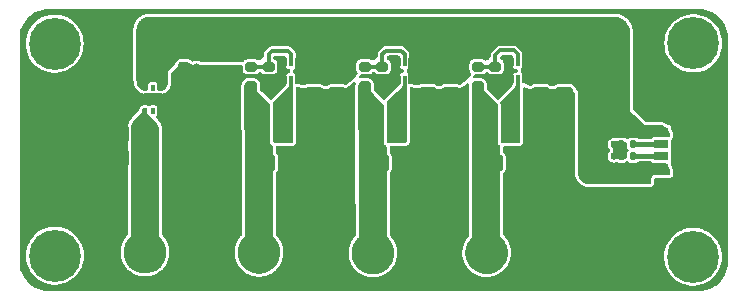
<source format=gbr>
%TF.GenerationSoftware,KiCad,Pcbnew,8.0.5*%
%TF.CreationDate,2024-11-27T10:58:11-07:00*%
%TF.ProjectId,PS2 PSU,50533220-5053-4552-9e6b-696361645f70,rev?*%
%TF.SameCoordinates,Original*%
%TF.FileFunction,Copper,L1,Top*%
%TF.FilePolarity,Positive*%
%FSLAX46Y46*%
G04 Gerber Fmt 4.6, Leading zero omitted, Abs format (unit mm)*
G04 Created by KiCad (PCBNEW 8.0.5) date 2024-11-27 10:58:11*
%MOMM*%
%LPD*%
G01*
G04 APERTURE LIST*
G04 Aperture macros list*
%AMRoundRect*
0 Rectangle with rounded corners*
0 $1 Rounding radius*
0 $2 $3 $4 $5 $6 $7 $8 $9 X,Y pos of 4 corners*
0 Add a 4 corners polygon primitive as box body*
4,1,4,$2,$3,$4,$5,$6,$7,$8,$9,$2,$3,0*
0 Add four circle primitives for the rounded corners*
1,1,$1+$1,$2,$3*
1,1,$1+$1,$4,$5*
1,1,$1+$1,$6,$7*
1,1,$1+$1,$8,$9*
0 Add four rect primitives between the rounded corners*
20,1,$1+$1,$2,$3,$4,$5,0*
20,1,$1+$1,$4,$5,$6,$7,0*
20,1,$1+$1,$6,$7,$8,$9,0*
20,1,$1+$1,$8,$9,$2,$3,0*%
G04 Aperture macros list end*
%TA.AperFunction,SMDPad,CuDef*%
%ADD10RoundRect,0.135000X0.135000X0.185000X-0.135000X0.185000X-0.135000X-0.185000X0.135000X-0.185000X0*%
%TD*%
%TA.AperFunction,SMDPad,CuDef*%
%ADD11RoundRect,0.250000X-0.475000X0.250000X-0.475000X-0.250000X0.475000X-0.250000X0.475000X0.250000X0*%
%TD*%
%TA.AperFunction,SMDPad,CuDef*%
%ADD12RoundRect,0.200000X0.275000X-0.200000X0.275000X0.200000X-0.275000X0.200000X-0.275000X-0.200000X0*%
%TD*%
%TA.AperFunction,ComponentPad*%
%ADD13C,0.700000*%
%TD*%
%TA.AperFunction,ComponentPad*%
%ADD14C,4.400000*%
%TD*%
%TA.AperFunction,SMDPad,CuDef*%
%ADD15R,0.299999X0.670001*%
%TD*%
%TA.AperFunction,SMDPad,CuDef*%
%ADD16R,0.980000X3.400000*%
%TD*%
%TA.AperFunction,SMDPad,CuDef*%
%ADD17RoundRect,0.250000X-0.250000X-0.475000X0.250000X-0.475000X0.250000X0.475000X-0.250000X0.475000X0*%
%TD*%
%TA.AperFunction,SMDPad,CuDef*%
%ADD18RoundRect,0.007500X0.142500X-0.217500X0.142500X0.217500X-0.142500X0.217500X-0.142500X-0.217500X0*%
%TD*%
%TA.AperFunction,SMDPad,CuDef*%
%ADD19R,1.600000X1.000000*%
%TD*%
%TA.AperFunction,SMDPad,CuDef*%
%ADD20R,1.200000X0.700000*%
%TD*%
%TA.AperFunction,SMDPad,CuDef*%
%ADD21R,1.200000X0.760000*%
%TD*%
%TA.AperFunction,SMDPad,CuDef*%
%ADD22R,1.200000X0.800000*%
%TD*%
%TA.AperFunction,ComponentPad*%
%ADD23C,2.010000*%
%TD*%
%TA.AperFunction,SMDPad,CuDef*%
%ADD24RoundRect,0.250000X0.250000X0.475000X-0.250000X0.475000X-0.250000X-0.475000X0.250000X-0.475000X0*%
%TD*%
%TA.AperFunction,SMDPad,CuDef*%
%ADD25R,2.500000X2.500000*%
%TD*%
%TA.AperFunction,SMDPad,CuDef*%
%ADD26C,2.500000*%
%TD*%
%TA.AperFunction,ViaPad*%
%ADD27C,0.600000*%
%TD*%
%TA.AperFunction,Conductor*%
%ADD28C,0.400000*%
%TD*%
%TA.AperFunction,Conductor*%
%ADD29C,0.300000*%
%TD*%
G04 APERTURE END LIST*
D10*
%TO.P,R1,1*%
%TO.N,Net-(J1-CC1)*%
X192935000Y-91375000D03*
%TO.P,R1,2*%
%TO.N,GND*%
X191915000Y-91375000D03*
%TD*%
D11*
%TO.P,C12,1*%
%TO.N,VIN*%
X165875000Y-84150000D03*
%TO.P,C12,2*%
%TO.N,GND*%
X165875000Y-86050000D03*
%TD*%
D12*
%TO.P,R8,1*%
%TO.N,GND*%
X162050000Y-85450000D03*
%TO.P,R8,2*%
%TO.N,Net-(U3-FB)*%
X162050000Y-83800000D03*
%TD*%
D13*
%TO.P,REF\u002A\u002A,1*%
%TO.N,N/C*%
X196350000Y-81825000D03*
X196833274Y-80658274D03*
X196833274Y-82991726D03*
X198000000Y-80175000D03*
D14*
X198000000Y-81825000D03*
D13*
X198000000Y-83475000D03*
X199166726Y-80658274D03*
X199166726Y-82991726D03*
X199650000Y-81825000D03*
%TD*%
D15*
%TO.P,U2,1,GND*%
%TO.N,GND*%
X173050001Y-84890001D03*
%TO.P,U2,2,SW*%
%TO.N,Net-(U2-SW)*%
X173550000Y-84890001D03*
%TO.P,U2,3,VIN*%
%TO.N,VIN*%
X174049999Y-84890001D03*
%TO.P,U2,4,EN*%
X174049999Y-83409999D03*
%TO.P,U2,5,FB*%
%TO.N,Net-(U2-FB)*%
X173550000Y-83409999D03*
%TO.P,U2,6,PG*%
%TO.N,GND*%
X173050001Y-83409999D03*
%TD*%
D16*
%TO.P,L3,1*%
%TO.N,Net-(U3-SW)*%
X162935000Y-88525000D03*
%TO.P,L3,2*%
%TO.N,1v*%
X160565000Y-88525000D03*
%TD*%
D11*
%TO.P,C6,1*%
%TO.N,VIN*%
X177475000Y-84150000D03*
%TO.P,C6,2*%
%TO.N,GND*%
X177475000Y-86050000D03*
%TD*%
D12*
%TO.P,R6,1*%
%TO.N,GND*%
X171675000Y-85450000D03*
%TO.P,R6,2*%
%TO.N,Net-(U2-FB)*%
X171675000Y-83800000D03*
%TD*%
D11*
%TO.P,C1,1*%
%TO.N,VIN*%
X187075000Y-84150000D03*
%TO.P,C1,2*%
%TO.N,GND*%
X187075000Y-86050000D03*
%TD*%
D17*
%TO.P,C16,1*%
%TO.N,VIN*%
X152975000Y-84125000D03*
%TO.P,C16,2*%
%TO.N,GND*%
X154875000Y-84125000D03*
%TD*%
D18*
%TO.P,U4,1,OUT*%
%TO.N,1v8*%
X151575000Y-87550000D03*
%TO.P,U4,2,NC*%
%TO.N,unconnected-(U4-NC-Pad2)*%
X152225000Y-87550000D03*
%TO.P,U4,3,GND*%
%TO.N,GND*%
X152875000Y-87550000D03*
%TO.P,U4,4,EN*%
%TO.N,VIN*%
X152875000Y-85600000D03*
%TO.P,U4,5,NC*%
%TO.N,unconnected-(U4-NC-Pad5)*%
X152225000Y-85600000D03*
%TO.P,U4,6,IN*%
%TO.N,VIN*%
X151575000Y-85600000D03*
D19*
%TO.P,U4,7,EXP*%
%TO.N,GND*%
X152225000Y-86575000D03*
%TD*%
D20*
%TO.P,J1,A5,CC1*%
%TO.N,Net-(J1-CC1)*%
X195297000Y-91375000D03*
D21*
%TO.P,J1,A9,VBUS_1*%
%TO.N,VIN*%
X195297000Y-89355000D03*
D22*
%TO.P,J1,A12,GND_1*%
%TO.N,GND*%
X195297000Y-88125000D03*
D20*
%TO.P,J1,B5,CC2*%
%TO.N,Net-(J1-CC2)*%
X195297000Y-90375000D03*
D21*
%TO.P,J1,B9,VBUS_2*%
%TO.N,VIN*%
X195297000Y-92395000D03*
D22*
%TO.P,J1,B12,GND_2*%
%TO.N,GND*%
X195297000Y-93625000D03*
D23*
%TO.P,J1,MH1,MH1*%
X195377000Y-86555000D03*
%TO.P,J1,MH2,MH2*%
X199177000Y-86555000D03*
%TO.P,J1,MH3,MH3*%
X199177000Y-95195000D03*
%TO.P,J1,MH4,MH4*%
X195377000Y-95195000D03*
%TD*%
D15*
%TO.P,U3,1,GND*%
%TO.N,GND*%
X163425002Y-84905002D03*
%TO.P,U3,2,SW*%
%TO.N,Net-(U3-SW)*%
X163925001Y-84905002D03*
%TO.P,U3,3,VIN*%
%TO.N,VIN*%
X164425000Y-84905002D03*
%TO.P,U3,4,EN*%
X164425000Y-83425000D03*
%TO.P,U3,5,FB*%
%TO.N,Net-(U3-FB)*%
X163925001Y-83425000D03*
%TO.P,U3,6,PG*%
%TO.N,GND*%
X163425002Y-83425000D03*
%TD*%
D12*
%TO.P,R5,1*%
%TO.N,3v3*%
X170200000Y-85450000D03*
%TO.P,R5,2*%
%TO.N,Net-(U2-FB)*%
X170200000Y-83800000D03*
%TD*%
D24*
%TO.P,C3,1*%
%TO.N,5v*%
X179850000Y-91925000D03*
%TO.P,C3,2*%
%TO.N,GND*%
X177950000Y-91925000D03*
%TD*%
%TO.P,C14,1*%
%TO.N,1v*%
X160575000Y-93900000D03*
%TO.P,C14,2*%
%TO.N,GND*%
X158675000Y-93900000D03*
%TD*%
D11*
%TO.P,C7,1*%
%TO.N,VIN*%
X175500000Y-84150000D03*
%TO.P,C7,2*%
%TO.N,GND*%
X175500000Y-86050000D03*
%TD*%
D13*
%TO.P,REF\u002A\u002A,1*%
%TO.N,N/C*%
X142275000Y-81850000D03*
X142758274Y-80683274D03*
X142758274Y-83016726D03*
X143925000Y-80200000D03*
D14*
X143925000Y-81850000D03*
D13*
X143925000Y-83500000D03*
X145091726Y-80683274D03*
X145091726Y-83016726D03*
X145575000Y-81850000D03*
%TD*%
D25*
%TO.P,GND,1,1*%
%TO.N,GND*%
X190150000Y-99550000D03*
%TD*%
D12*
%TO.P,R7,1*%
%TO.N,1v*%
X160575000Y-85450000D03*
%TO.P,R7,2*%
%TO.N,Net-(U3-FB)*%
X160575000Y-83800000D03*
%TD*%
D24*
%TO.P,C9,1*%
%TO.N,3v3*%
X170200000Y-93900000D03*
%TO.P,C9,2*%
%TO.N,GND*%
X168300000Y-93900000D03*
%TD*%
%TO.P,C18,1*%
%TO.N,1v8*%
X151575000Y-91500000D03*
%TO.P,C18,2*%
%TO.N,GND*%
X149675000Y-91500000D03*
%TD*%
%TO.P,C19,1*%
%TO.N,VIN*%
X151475000Y-84125000D03*
%TO.P,C19,2*%
%TO.N,GND*%
X149575000Y-84125000D03*
%TD*%
%TO.P,C13,1*%
%TO.N,1v*%
X160575000Y-91925000D03*
%TO.P,C13,2*%
%TO.N,GND*%
X158675000Y-91925000D03*
%TD*%
D26*
%TO.P,1v8,1,1*%
%TO.N,1v8*%
X151575000Y-99525000D03*
%TD*%
%TO.P,1v,1,1*%
%TO.N,1v*%
X161225000Y-99525000D03*
%TD*%
D11*
%TO.P,C11,1*%
%TO.N,VIN*%
X167850000Y-84150000D03*
%TO.P,C11,2*%
%TO.N,GND*%
X167850000Y-86050000D03*
%TD*%
D16*
%TO.P,L1,1*%
%TO.N,Net-(U1-SW)*%
X182200001Y-88525001D03*
%TO.P,L1,2*%
%TO.N,5v*%
X179830001Y-88525001D03*
%TD*%
%TO.P,L2,1*%
%TO.N,Net-(U2-SW)*%
X172560000Y-88525000D03*
%TO.P,L2,2*%
%TO.N,3v3*%
X170190000Y-88525000D03*
%TD*%
D11*
%TO.P,C2,1*%
%TO.N,VIN*%
X185075000Y-84150000D03*
%TO.P,C2,2*%
%TO.N,GND*%
X185075000Y-86050000D03*
%TD*%
D17*
%TO.P,C15,1*%
%TO.N,1v*%
X162075000Y-91925000D03*
%TO.P,C15,2*%
%TO.N,GND*%
X163975000Y-91925000D03*
%TD*%
D26*
%TO.P,3v3,1,1*%
%TO.N,3v3*%
X170850000Y-99550000D03*
%TD*%
D12*
%TO.P,R3,1*%
%TO.N,GND*%
X181250000Y-85450000D03*
%TO.P,R3,2*%
%TO.N,Net-(U1-FB)*%
X181250000Y-83800000D03*
%TD*%
D13*
%TO.P,REF\u002A\u002A,1*%
%TO.N,N/C*%
X142300000Y-99800000D03*
X142783274Y-98633274D03*
X142783274Y-100966726D03*
X143950000Y-98150000D03*
D14*
X143950000Y-99800000D03*
D13*
X143950000Y-101450000D03*
X145116726Y-98633274D03*
X145116726Y-100966726D03*
X145600000Y-99800000D03*
%TD*%
D24*
%TO.P,C4,1*%
%TO.N,5v*%
X179850000Y-93900000D03*
%TO.P,C4,2*%
%TO.N,GND*%
X177950000Y-93900000D03*
%TD*%
D26*
%TO.P,5v,1,1*%
%TO.N,5v*%
X180500000Y-99550000D03*
%TD*%
D10*
%TO.P,R2,1*%
%TO.N,Net-(J1-CC2)*%
X192935000Y-90375000D03*
%TO.P,R2,2*%
%TO.N,GND*%
X191915000Y-90375000D03*
%TD*%
D17*
%TO.P,C10,1*%
%TO.N,3v3*%
X171700000Y-91925000D03*
%TO.P,C10,2*%
%TO.N,GND*%
X173600000Y-91925000D03*
%TD*%
D24*
%TO.P,C17,1*%
%TO.N,1v8*%
X151575000Y-89525000D03*
%TO.P,C17,2*%
%TO.N,GND*%
X149675000Y-89525000D03*
%TD*%
%TO.P,C8,1*%
%TO.N,3v3*%
X170200000Y-91925000D03*
%TO.P,C8,2*%
%TO.N,GND*%
X168300000Y-91925000D03*
%TD*%
D12*
%TO.P,R4,1*%
%TO.N,5v*%
X179775000Y-85450000D03*
%TO.P,R4,2*%
%TO.N,Net-(U1-FB)*%
X179775000Y-83800000D03*
%TD*%
D13*
%TO.P,REF\u002A\u002A,1*%
%TO.N,N/C*%
X196325000Y-99900000D03*
X196808274Y-98733274D03*
X196808274Y-101066726D03*
X197975000Y-98250000D03*
D14*
X197975000Y-99900000D03*
D13*
X197975000Y-101550000D03*
X199141726Y-98733274D03*
X199141726Y-101066726D03*
X199625000Y-99900000D03*
%TD*%
D17*
%TO.P,C5,1*%
%TO.N,5v*%
X181350000Y-91925000D03*
%TO.P,C5,2*%
%TO.N,GND*%
X183250000Y-91925000D03*
%TD*%
D15*
%TO.P,U1,1,GND*%
%TO.N,GND*%
X182625002Y-84880002D03*
%TO.P,U1,2,SW*%
%TO.N,Net-(U1-SW)*%
X183125001Y-84880002D03*
%TO.P,U1,3,VIN*%
%TO.N,VIN*%
X183625000Y-84880002D03*
%TO.P,U1,4,EN*%
X183625000Y-83400000D03*
%TO.P,U1,5,FB*%
%TO.N,Net-(U1-FB)*%
X183125001Y-83400000D03*
%TO.P,U1,6,PG*%
%TO.N,GND*%
X182625002Y-83400000D03*
%TD*%
D27*
%TO.N,GND*%
X167225000Y-91550000D03*
X187175000Y-98750000D03*
X165075000Y-99975000D03*
X174700000Y-91475000D03*
X184675000Y-87125000D03*
X150475000Y-85775000D03*
X176850000Y-93525000D03*
X167475000Y-87125000D03*
X150475000Y-86575000D03*
X154000000Y-85775000D03*
X165100000Y-92325000D03*
X187175000Y-99550000D03*
X184375000Y-92300000D03*
X154000000Y-87375000D03*
X182650000Y-84150000D03*
X148500000Y-83725000D03*
X187175000Y-100350000D03*
X150475000Y-87375000D03*
X163450000Y-84150000D03*
X148575000Y-91925000D03*
X165100000Y-91525000D03*
X154000000Y-86575000D03*
X165075000Y-99175000D03*
X175875000Y-87125000D03*
X155950000Y-83825000D03*
X182100000Y-84725000D03*
X187975000Y-99550000D03*
X157575000Y-93550000D03*
X165875000Y-99975000D03*
X177850000Y-87125000D03*
X148575000Y-91125000D03*
X176875000Y-91525000D03*
X167200000Y-94350000D03*
X173100000Y-84150000D03*
X187525000Y-87125000D03*
X165875000Y-99175000D03*
X148500000Y-84525000D03*
X184375000Y-91500000D03*
X174825000Y-99975000D03*
X155625000Y-99950000D03*
X157600000Y-91550000D03*
X187975000Y-98750000D03*
X157600000Y-92350000D03*
X172525000Y-84725000D03*
X152600000Y-86575000D03*
X162900000Y-84725000D03*
X175625000Y-99975000D03*
X155950000Y-84625000D03*
X175625000Y-99175000D03*
X157225000Y-99950000D03*
X191300000Y-91375000D03*
X157575000Y-94350000D03*
X167225000Y-92350000D03*
X176425000Y-99175000D03*
X166275000Y-87125000D03*
X167200000Y-93550000D03*
X176875000Y-92325000D03*
X186725000Y-87125000D03*
X165475000Y-87125000D03*
X157225000Y-99150000D03*
X148600000Y-89925000D03*
X176425000Y-99975000D03*
X185475000Y-87125000D03*
X174700000Y-92275000D03*
X162900000Y-85550000D03*
X177050000Y-87125000D03*
X148600000Y-89125000D03*
X182100000Y-85550000D03*
X187975000Y-100350000D03*
X175075000Y-87125000D03*
X166675000Y-99175000D03*
X156425000Y-99150000D03*
X191300000Y-90375000D03*
X155625000Y-99150000D03*
X174825000Y-99175000D03*
X156425000Y-99950000D03*
X172525000Y-85550000D03*
X168275000Y-87125000D03*
X151850000Y-86575000D03*
X166675000Y-99975000D03*
X176850000Y-94325000D03*
%TD*%
D28*
%TO.N,VIN*%
X152875000Y-84225000D02*
X152975000Y-84125000D01*
D29*
X164425000Y-84905002D02*
X164425000Y-83425000D01*
D28*
X151575000Y-85600000D02*
X151575000Y-84225000D01*
X151575000Y-84225000D02*
X151475000Y-84125000D01*
X152875000Y-85600000D02*
X152875000Y-84225000D01*
D29*
X174049999Y-84890001D02*
X174049999Y-83409999D01*
X183625000Y-84880002D02*
X183625000Y-83400000D01*
%TO.N,GND*%
X152875000Y-87225000D02*
X152225000Y-86575000D01*
D28*
X191915000Y-90375000D02*
X191300000Y-90375000D01*
X191915000Y-91375000D02*
X191300000Y-91375000D01*
D29*
X152875000Y-87550000D02*
X152875000Y-87225000D01*
D28*
%TO.N,Net-(J1-CC2)*%
X195297000Y-90375000D02*
X192935000Y-90375000D01*
%TO.N,Net-(J1-CC1)*%
X195297000Y-91375000D02*
X192935000Y-91375000D01*
D29*
%TO.N,Net-(U1-SW)*%
X183125001Y-85649999D02*
X183125000Y-85650000D01*
X183125001Y-84880002D02*
X183125001Y-85649999D01*
%TO.N,Net-(U2-SW)*%
X173550000Y-84890001D02*
X173550000Y-85650000D01*
%TO.N,Net-(U3-SW)*%
X163925001Y-85674999D02*
X163925000Y-85675000D01*
X163925001Y-84905002D02*
X163925001Y-85674999D01*
%TO.N,Net-(U1-FB)*%
X183125001Y-82725000D02*
X182825001Y-82425000D01*
X182825001Y-82425000D02*
X181625000Y-82425000D01*
X181250000Y-83800000D02*
X179775000Y-83800000D01*
X181625000Y-82425000D02*
X181250000Y-82800000D01*
X181250000Y-82800000D02*
X181250000Y-83800000D01*
X183125001Y-83400000D02*
X183125001Y-82725000D01*
%TO.N,Net-(U2-FB)*%
X171675000Y-82750000D02*
X171675000Y-83800000D01*
X171675000Y-83800000D02*
X170200000Y-83800000D01*
X173550000Y-82725000D02*
X173275000Y-82450000D01*
X173275000Y-82450000D02*
X171975000Y-82450000D01*
X171975000Y-82450000D02*
X171675000Y-82750000D01*
X173550000Y-83409999D02*
X173550000Y-82725000D01*
%TO.N,Net-(U3-FB)*%
X163650000Y-82475000D02*
X162325000Y-82475000D01*
X163925001Y-82750001D02*
X163650000Y-82475000D01*
X162050000Y-83800000D02*
X160575000Y-83800000D01*
X162050000Y-82750000D02*
X162050000Y-83800000D01*
X163925001Y-83425000D02*
X163925001Y-82750001D01*
X162325000Y-82475000D02*
X162050000Y-82750000D01*
%TD*%
%TA.AperFunction,Conductor*%
%TO.N,Net-(U1-SW)*%
G36*
X183188274Y-85254829D02*
G01*
X183235885Y-85305966D01*
X183238860Y-85312483D01*
X183239034Y-85312743D01*
X183294399Y-85395604D01*
X183294400Y-85395604D01*
X183301185Y-85405759D01*
X183298373Y-85407637D01*
X183322166Y-85451209D01*
X183325000Y-85477567D01*
X183325000Y-90151000D01*
X183305315Y-90218039D01*
X183252511Y-90263794D01*
X183201000Y-90275000D01*
X181839001Y-90275000D01*
X181771962Y-90255315D01*
X181726207Y-90202511D01*
X181715001Y-90151000D01*
X181715001Y-87076242D01*
X181714571Y-87061417D01*
X181713737Y-87047067D01*
X181713736Y-87047061D01*
X181706867Y-87017703D01*
X181693836Y-86962006D01*
X181666524Y-86897699D01*
X181666522Y-86897696D01*
X181665176Y-86894526D01*
X181657087Y-86825126D01*
X181687803Y-86762370D01*
X181691606Y-86758393D01*
X182925000Y-85525000D01*
X182925000Y-85477570D01*
X182944685Y-85410531D01*
X182950211Y-85403672D01*
X182955600Y-85395605D01*
X182955603Y-85395604D01*
X183010968Y-85312743D01*
X183010968Y-85312742D01*
X183017753Y-85302588D01*
X183018987Y-85303412D01*
X183054281Y-85259615D01*
X183120575Y-85237550D01*
X183188274Y-85254829D01*
G37*
%TD.AperFunction*%
%TD*%
%TA.AperFunction,Conductor*%
%TO.N,Net-(U2-SW)*%
G36*
X173613273Y-85264828D02*
G01*
X173660884Y-85315965D01*
X173663862Y-85322487D01*
X173704102Y-85382711D01*
X173724980Y-85449388D01*
X173725000Y-85451601D01*
X173725000Y-90151000D01*
X173705315Y-90218039D01*
X173652511Y-90263794D01*
X173601000Y-90275000D01*
X172199000Y-90275000D01*
X172131961Y-90255315D01*
X172086206Y-90202511D01*
X172075000Y-90151000D01*
X172075000Y-87082963D01*
X172074570Y-87068138D01*
X172073736Y-87053794D01*
X172073736Y-87053788D01*
X172054287Y-86970665D01*
X172051031Y-86943320D01*
X172050373Y-86851881D01*
X172069576Y-86784703D01*
X172086685Y-86763314D01*
X172867867Y-85982132D01*
X172880030Y-85971465D01*
X172917621Y-85942621D01*
X172946465Y-85905030D01*
X172957132Y-85892867D01*
X173325000Y-85525000D01*
X173325000Y-85509034D01*
X173344685Y-85441995D01*
X173380117Y-85405927D01*
X173380602Y-85405603D01*
X173435967Y-85322742D01*
X173435967Y-85322741D01*
X173442752Y-85312587D01*
X173443986Y-85313411D01*
X173479280Y-85269614D01*
X173545574Y-85247549D01*
X173613273Y-85264828D01*
G37*
%TD.AperFunction*%
%TD*%
%TA.AperFunction,Conductor*%
%TO.N,VIN*%
G36*
X191330820Y-79575121D02*
G01*
X191395418Y-79577383D01*
X191404207Y-79578006D01*
X191468486Y-79584863D01*
X191472798Y-79585400D01*
X191546697Y-79595957D01*
X191548339Y-79596203D01*
X191573268Y-79600118D01*
X191576649Y-79600698D01*
X191601328Y-79605278D01*
X191603019Y-79605604D01*
X191630832Y-79611166D01*
X191634716Y-79611943D01*
X191640230Y-79613177D01*
X191693667Y-79626434D01*
X191704528Y-79629663D01*
X191719840Y-79634989D01*
X191756498Y-79647740D01*
X191761809Y-79649725D01*
X191785186Y-79659075D01*
X191787555Y-79660050D01*
X191807282Y-79668421D01*
X191822282Y-79674786D01*
X191826966Y-79676889D01*
X191861094Y-79693076D01*
X191863333Y-79694167D01*
X191917588Y-79721294D01*
X191921010Y-79723072D01*
X191970643Y-79749849D01*
X191977278Y-79753698D01*
X192025226Y-79783553D01*
X192028334Y-79785556D01*
X192058928Y-79805952D01*
X192079169Y-79819446D01*
X192081892Y-79821315D01*
X192121447Y-79849236D01*
X192126707Y-79853162D01*
X192164783Y-79883208D01*
X192167293Y-79885245D01*
X192197225Y-79910188D01*
X192202627Y-79914962D01*
X192265613Y-79973979D01*
X192275538Y-79984426D01*
X192331257Y-80050357D01*
X192335730Y-80055974D01*
X192368750Y-80100000D01*
X192369230Y-80100640D01*
X192372459Y-80105153D01*
X192418406Y-80172525D01*
X192424266Y-80182007D01*
X192463968Y-80253216D01*
X192466573Y-80258146D01*
X192524391Y-80373783D01*
X192527255Y-80379925D01*
X192566665Y-80470853D01*
X192571366Y-80483562D01*
X192600622Y-80578255D01*
X192602438Y-80584757D01*
X192619228Y-80651913D01*
X192620838Y-80659310D01*
X192641118Y-80768443D01*
X192642973Y-80783509D01*
X192649768Y-80894322D01*
X192650000Y-80901911D01*
X192650000Y-87575000D01*
X192950534Y-87869139D01*
X192950541Y-87869148D01*
X193533453Y-88439657D01*
X193533462Y-88439665D01*
X193825000Y-88725000D01*
X194507817Y-88725000D01*
X194574856Y-88744685D01*
X194576706Y-88745897D01*
X194599259Y-88760966D01*
X194672323Y-88775500D01*
X195369949Y-88775500D01*
X195405941Y-88780839D01*
X195442292Y-88791865D01*
X195464747Y-88801165D01*
X195603132Y-88875134D01*
X195623342Y-88888638D01*
X195744632Y-88988177D01*
X195761822Y-89005367D01*
X195861361Y-89126657D01*
X195874865Y-89146867D01*
X195948831Y-89285245D01*
X195958134Y-89307704D01*
X196003681Y-89457855D01*
X196008423Y-89481696D01*
X196023802Y-89637845D01*
X196023834Y-89661825D01*
X196023786Y-89662326D01*
X195997797Y-89727183D01*
X195940870Y-89767693D01*
X195900351Y-89774500D01*
X194672323Y-89774500D01*
X194599264Y-89789032D01*
X194599260Y-89789033D01*
X194516398Y-89844399D01*
X194499700Y-89869391D01*
X194446088Y-89914196D01*
X194396598Y-89924500D01*
X193401041Y-89924500D01*
X193334002Y-89904815D01*
X193313360Y-89888181D01*
X193297102Y-89871923D01*
X193297099Y-89871921D01*
X193181521Y-89815419D01*
X193181519Y-89815418D01*
X193181518Y-89815418D01*
X193106582Y-89804500D01*
X192763418Y-89804500D01*
X192688482Y-89815418D01*
X192688480Y-89815418D01*
X192688478Y-89815419D01*
X192572900Y-89871921D01*
X192572897Y-89871923D01*
X192512681Y-89932140D01*
X192451358Y-89965625D01*
X192381666Y-89960641D01*
X192337319Y-89932140D01*
X192277102Y-89871923D01*
X192277099Y-89871921D01*
X192161521Y-89815419D01*
X192161519Y-89815418D01*
X192161518Y-89815418D01*
X192086582Y-89804500D01*
X191743418Y-89804500D01*
X191689892Y-89812298D01*
X191668480Y-89815418D01*
X191589882Y-89853843D01*
X191521009Y-89865601D01*
X191487970Y-89857003D01*
X191443712Y-89838671D01*
X191443710Y-89838670D01*
X191443709Y-89838670D01*
X191371854Y-89829210D01*
X191300001Y-89819750D01*
X191299999Y-89819750D01*
X191156291Y-89838670D01*
X191156287Y-89838671D01*
X191022377Y-89894137D01*
X190907379Y-89982379D01*
X190819137Y-90097377D01*
X190763671Y-90231287D01*
X190763670Y-90231291D01*
X190755938Y-90290024D01*
X190744750Y-90375000D01*
X190757981Y-90475501D01*
X190763670Y-90518708D01*
X190763671Y-90518712D01*
X190819137Y-90652622D01*
X190819138Y-90652624D01*
X190819139Y-90652625D01*
X190907379Y-90767621D01*
X190916711Y-90774782D01*
X190919113Y-90776625D01*
X190960316Y-90833053D01*
X190964470Y-90902799D01*
X190930257Y-90963719D01*
X190919113Y-90973375D01*
X190907381Y-90982377D01*
X190907380Y-90982378D01*
X190907379Y-90982379D01*
X190879172Y-91019139D01*
X190819137Y-91097377D01*
X190763671Y-91231287D01*
X190763670Y-91231291D01*
X190749027Y-91342517D01*
X190744750Y-91375000D01*
X190757915Y-91475000D01*
X190763670Y-91518708D01*
X190763671Y-91518712D01*
X190819137Y-91652622D01*
X190819138Y-91652624D01*
X190819139Y-91652625D01*
X190907379Y-91767621D01*
X191022375Y-91855861D01*
X191022376Y-91855861D01*
X191022377Y-91855862D01*
X191055566Y-91869609D01*
X191156291Y-91911330D01*
X191283280Y-91928048D01*
X191299999Y-91930250D01*
X191300000Y-91930250D01*
X191300001Y-91930250D01*
X191318921Y-91927758D01*
X191443709Y-91911330D01*
X191487968Y-91892996D01*
X191557437Y-91885527D01*
X191589883Y-91896157D01*
X191668479Y-91934581D01*
X191668480Y-91934581D01*
X191668482Y-91934582D01*
X191743418Y-91945500D01*
X191743423Y-91945500D01*
X192086577Y-91945500D01*
X192086582Y-91945500D01*
X192161518Y-91934582D01*
X192247350Y-91892621D01*
X192277099Y-91878078D01*
X192277102Y-91878076D01*
X192337319Y-91817860D01*
X192398642Y-91784375D01*
X192468334Y-91789359D01*
X192512681Y-91817860D01*
X192572897Y-91878076D01*
X192572900Y-91878078D01*
X192668882Y-91925000D01*
X192688482Y-91934582D01*
X192763418Y-91945500D01*
X192763423Y-91945500D01*
X193106577Y-91945500D01*
X193106582Y-91945500D01*
X193181518Y-91934582D01*
X193267350Y-91892621D01*
X193297099Y-91878078D01*
X193297102Y-91878076D01*
X193313360Y-91861819D01*
X193374683Y-91828334D01*
X193401041Y-91825500D01*
X194396598Y-91825500D01*
X194463637Y-91845185D01*
X194499700Y-91880609D01*
X194512656Y-91900000D01*
X194516399Y-91905601D01*
X194559773Y-91934582D01*
X194599260Y-91960966D01*
X194599264Y-91960967D01*
X194672321Y-91975499D01*
X194672324Y-91975500D01*
X195585939Y-91975500D01*
X195652978Y-91995185D01*
X195664604Y-92003647D01*
X195754988Y-92077823D01*
X195772176Y-92095011D01*
X195877935Y-92223878D01*
X195891440Y-92244090D01*
X195970024Y-92391110D01*
X195979327Y-92413568D01*
X196027721Y-92573101D01*
X196032463Y-92596943D01*
X196048802Y-92762847D01*
X196048802Y-92787152D01*
X196041367Y-92862652D01*
X196015207Y-92927440D01*
X195958173Y-92967800D01*
X195917964Y-92974500D01*
X194672323Y-92974500D01*
X194599264Y-92989032D01*
X194599260Y-92989033D01*
X194516399Y-93044399D01*
X194461033Y-93127260D01*
X194461032Y-93127264D01*
X194446500Y-93200321D01*
X194446500Y-93626000D01*
X194426815Y-93693039D01*
X194374011Y-93738794D01*
X194322500Y-93750000D01*
X189248268Y-93750000D01*
X189243872Y-93749922D01*
X189237917Y-93749710D01*
X189179569Y-93747639D01*
X189170799Y-93747016D01*
X189164235Y-93746314D01*
X189106805Y-93740179D01*
X189102495Y-93739641D01*
X189086116Y-93737302D01*
X189069723Y-93734960D01*
X189065549Y-93734290D01*
X189004640Y-93723458D01*
X188996371Y-93721695D01*
X188949672Y-93710059D01*
X188936364Y-93706743D01*
X188932298Y-93705656D01*
X188927942Y-93704411D01*
X188916097Y-93701027D01*
X188908985Y-93698762D01*
X188834173Y-93672423D01*
X188820429Y-93666633D01*
X188749325Y-93631499D01*
X188742751Y-93628000D01*
X188735048Y-93623598D01*
X188730022Y-93620566D01*
X188657551Y-93574470D01*
X188647963Y-93567713D01*
X188580151Y-93514948D01*
X188575635Y-93511259D01*
X188546639Y-93486405D01*
X188540422Y-93480695D01*
X188485690Y-93426856D01*
X188474434Y-93414152D01*
X188427599Y-93353373D01*
X188422648Y-93346471D01*
X188410596Y-93328394D01*
X188408543Y-93325211D01*
X188378698Y-93277278D01*
X188374849Y-93270644D01*
X188348058Y-93220986D01*
X188346306Y-93217613D01*
X188326694Y-93178388D01*
X188323515Y-93171511D01*
X188284441Y-93079707D01*
X188279362Y-93065404D01*
X188251795Y-92969508D01*
X188249918Y-92962133D01*
X188249544Y-92960449D01*
X188248259Y-92953811D01*
X188232079Y-92856043D01*
X188230600Y-92842572D01*
X188225185Y-92743608D01*
X188225000Y-92736833D01*
X188225000Y-86218204D01*
X188225000Y-86218198D01*
X188225000Y-85900000D01*
X188056052Y-85731052D01*
X188045363Y-85704350D01*
X188044091Y-85692517D01*
X187993797Y-85557671D01*
X187993793Y-85557664D01*
X187907547Y-85442455D01*
X187907544Y-85442452D01*
X187792335Y-85356206D01*
X187792328Y-85356202D01*
X187657482Y-85305908D01*
X187657483Y-85305908D01*
X187597883Y-85299501D01*
X187597881Y-85299500D01*
X187597873Y-85299500D01*
X187597864Y-85299500D01*
X186552129Y-85299500D01*
X186552123Y-85299501D01*
X186492516Y-85305908D01*
X186357671Y-85356202D01*
X186357668Y-85356204D01*
X186311381Y-85390855D01*
X186265413Y-85425266D01*
X186199950Y-85449684D01*
X186191103Y-85450000D01*
X185958897Y-85450000D01*
X185891858Y-85430315D01*
X185884596Y-85425273D01*
X185792331Y-85356204D01*
X185792328Y-85356202D01*
X185657482Y-85305908D01*
X185657483Y-85305908D01*
X185597883Y-85299501D01*
X185597881Y-85299500D01*
X185597873Y-85299500D01*
X185597864Y-85299500D01*
X184552129Y-85299500D01*
X184552123Y-85299501D01*
X184492516Y-85305908D01*
X184357671Y-85356202D01*
X184357664Y-85356206D01*
X184292963Y-85404641D01*
X184227498Y-85429058D01*
X184182658Y-85424035D01*
X184029001Y-85377424D01*
X184006543Y-85368121D01*
X183855201Y-85287227D01*
X183834989Y-85273722D01*
X183702333Y-85164854D01*
X183685145Y-85147666D01*
X183615251Y-85062500D01*
X183576276Y-85015008D01*
X183562774Y-84994802D01*
X183540141Y-84952459D01*
X183525501Y-84894008D01*
X183525501Y-84520324D01*
X183525500Y-84520322D01*
X183510968Y-84447265D01*
X183510967Y-84447264D01*
X183510967Y-84447261D01*
X183455602Y-84364400D01*
X183455601Y-84364398D01*
X183455108Y-84364069D01*
X183454273Y-84363070D01*
X183446967Y-84355764D01*
X183447620Y-84355110D01*
X183410303Y-84310456D01*
X183400000Y-84260968D01*
X183400000Y-84019033D01*
X183419685Y-83951994D01*
X183455117Y-83915926D01*
X183455602Y-83915602D01*
X183510967Y-83832741D01*
X183525501Y-83759675D01*
X183525501Y-83040325D01*
X183525501Y-82672273D01*
X183514064Y-82629588D01*
X183498208Y-82570412D01*
X183445481Y-82479087D01*
X183070914Y-82104520D01*
X183018917Y-82074499D01*
X182979590Y-82051793D01*
X182928658Y-82038146D01*
X182877728Y-82024500D01*
X181677727Y-82024500D01*
X181572273Y-82024500D01*
X181470410Y-82051793D01*
X181379087Y-82104520D01*
X181379084Y-82104522D01*
X180929522Y-82554084D01*
X180929518Y-82554090D01*
X180876792Y-82645412D01*
X180876793Y-82645413D01*
X180849500Y-82747273D01*
X180849500Y-82924138D01*
X180829815Y-82991177D01*
X180813185Y-83011814D01*
X180722202Y-83102798D01*
X180713186Y-83110969D01*
X180575797Y-83223722D01*
X180555585Y-83237228D01*
X180486347Y-83274236D01*
X180417944Y-83288477D01*
X180354260Y-83264647D01*
X180335751Y-83250987D01*
X180262882Y-83197207D01*
X180262880Y-83197206D01*
X180134700Y-83152353D01*
X180104270Y-83149500D01*
X180104266Y-83149500D01*
X179445734Y-83149500D01*
X179445730Y-83149500D01*
X179415300Y-83152353D01*
X179415298Y-83152353D01*
X179287119Y-83197206D01*
X179287117Y-83197207D01*
X179177850Y-83277850D01*
X179097207Y-83387117D01*
X179097206Y-83387119D01*
X179052353Y-83515298D01*
X179052353Y-83515300D01*
X179049500Y-83545730D01*
X179049500Y-84054269D01*
X179052353Y-84084699D01*
X179052353Y-84084701D01*
X179097206Y-84212880D01*
X179097209Y-84212886D01*
X179171396Y-84313406D01*
X179195367Y-84379035D01*
X179180984Y-84445492D01*
X179162226Y-84480586D01*
X179148721Y-84500798D01*
X179035969Y-84638186D01*
X179027797Y-84647202D01*
X178572202Y-85102797D01*
X178563186Y-85110969D01*
X178425797Y-85223722D01*
X178405585Y-85237227D01*
X178254241Y-85318122D01*
X178231782Y-85327425D01*
X178207555Y-85334774D01*
X178137689Y-85335397D01*
X178128228Y-85332295D01*
X178057482Y-85305908D01*
X178057483Y-85305908D01*
X177997883Y-85299501D01*
X177997881Y-85299500D01*
X177997873Y-85299500D01*
X177997864Y-85299500D01*
X176952129Y-85299500D01*
X176952123Y-85299501D01*
X176892516Y-85305908D01*
X176757671Y-85356202D01*
X176757668Y-85356204D01*
X176732204Y-85375267D01*
X176666739Y-85399684D01*
X176657893Y-85400000D01*
X176317107Y-85400000D01*
X176250068Y-85380315D01*
X176242796Y-85375267D01*
X176217331Y-85356204D01*
X176217328Y-85356202D01*
X176082482Y-85305908D01*
X176082483Y-85305908D01*
X176022883Y-85299501D01*
X176022881Y-85299500D01*
X176022873Y-85299500D01*
X176022864Y-85299500D01*
X174977129Y-85299500D01*
X174977123Y-85299501D01*
X174917516Y-85305908D01*
X174782671Y-85356202D01*
X174782670Y-85356202D01*
X174768618Y-85366722D01*
X174703153Y-85391136D01*
X174682157Y-85390855D01*
X174592065Y-85381982D01*
X174568224Y-85377240D01*
X174404001Y-85327424D01*
X174381543Y-85318121D01*
X174230201Y-85237227D01*
X174209989Y-85223722D01*
X174077334Y-85114855D01*
X174060145Y-85097666D01*
X173978646Y-84998358D01*
X173951334Y-84934048D01*
X173950500Y-84919694D01*
X173950500Y-84530323D01*
X173950499Y-84530321D01*
X173935967Y-84457264D01*
X173935966Y-84457260D01*
X173901445Y-84405595D01*
X173880601Y-84374399D01*
X173830109Y-84340662D01*
X173785304Y-84287050D01*
X173775000Y-84237560D01*
X173775000Y-84062439D01*
X173794685Y-83995400D01*
X173830108Y-83959338D01*
X173880601Y-83925601D01*
X173935966Y-83842740D01*
X173950500Y-83769674D01*
X173950500Y-83050324D01*
X173950500Y-82787729D01*
X173950501Y-82787716D01*
X173950501Y-82672274D01*
X173950500Y-82672269D01*
X173923207Y-82570413D01*
X173884914Y-82504088D01*
X173870480Y-82479087D01*
X173795913Y-82404520D01*
X173795911Y-82404518D01*
X173520913Y-82129520D01*
X173472572Y-82101610D01*
X173429589Y-82076793D01*
X173378657Y-82063146D01*
X173327727Y-82049500D01*
X172027727Y-82049500D01*
X171922273Y-82049500D01*
X171820410Y-82076793D01*
X171729087Y-82129520D01*
X171729084Y-82129522D01*
X171354522Y-82504084D01*
X171354521Y-82504086D01*
X171354520Y-82504087D01*
X171301793Y-82595412D01*
X171292636Y-82629587D01*
X171292636Y-82629588D01*
X171292635Y-82629587D01*
X171274500Y-82697271D01*
X171274500Y-82874138D01*
X171254815Y-82941177D01*
X171238185Y-82961814D01*
X171149480Y-83050520D01*
X171097202Y-83102798D01*
X171088186Y-83110969D01*
X170950797Y-83223722D01*
X170930585Y-83237227D01*
X170890346Y-83258735D01*
X170821943Y-83272977D01*
X170758260Y-83249148D01*
X170742107Y-83237227D01*
X170687882Y-83197207D01*
X170687880Y-83197206D01*
X170559700Y-83152353D01*
X170529270Y-83149500D01*
X170529266Y-83149500D01*
X169870734Y-83149500D01*
X169870730Y-83149500D01*
X169840300Y-83152353D01*
X169840298Y-83152353D01*
X169712119Y-83197206D01*
X169712117Y-83197207D01*
X169602850Y-83277850D01*
X169522207Y-83387117D01*
X169522206Y-83387119D01*
X169477353Y-83515298D01*
X169477353Y-83515300D01*
X169474500Y-83545730D01*
X169474500Y-84054269D01*
X169477353Y-84084699D01*
X169477353Y-84084701D01*
X169517129Y-84198370D01*
X169522207Y-84212882D01*
X169539899Y-84236854D01*
X169558648Y-84262258D01*
X169582618Y-84327887D01*
X169568231Y-84394351D01*
X169562220Y-84405595D01*
X169548719Y-84425800D01*
X169435969Y-84563186D01*
X169427797Y-84572202D01*
X168897202Y-85102797D01*
X168888186Y-85110969D01*
X168750797Y-85223722D01*
X168730585Y-85237227D01*
X168581736Y-85316788D01*
X168513333Y-85331030D01*
X168479951Y-85323613D01*
X168432480Y-85305908D01*
X168372883Y-85299501D01*
X168372881Y-85299500D01*
X168372873Y-85299500D01*
X168372864Y-85299500D01*
X167327129Y-85299500D01*
X167327123Y-85299501D01*
X167267516Y-85305908D01*
X167132671Y-85356202D01*
X167132668Y-85356204D01*
X167107204Y-85375267D01*
X167041739Y-85399684D01*
X167032893Y-85400000D01*
X166692107Y-85400000D01*
X166625068Y-85380315D01*
X166617796Y-85375267D01*
X166592331Y-85356204D01*
X166592328Y-85356202D01*
X166457482Y-85305908D01*
X166457483Y-85305908D01*
X166397883Y-85299501D01*
X166397881Y-85299500D01*
X166397873Y-85299500D01*
X166397864Y-85299500D01*
X165352129Y-85299500D01*
X165352123Y-85299501D01*
X165292516Y-85305908D01*
X165157671Y-85356202D01*
X165157670Y-85356202D01*
X165143618Y-85366722D01*
X165078153Y-85391136D01*
X165057157Y-85390855D01*
X164967065Y-85381982D01*
X164943224Y-85377240D01*
X164779001Y-85327424D01*
X164756543Y-85318121D01*
X164605201Y-85237227D01*
X164584989Y-85223722D01*
X164452333Y-85114854D01*
X164435144Y-85097665D01*
X164353647Y-84998360D01*
X164326335Y-84934050D01*
X164325501Y-84919696D01*
X164325501Y-84545324D01*
X164325500Y-84545322D01*
X164310968Y-84472265D01*
X164310967Y-84472261D01*
X164266423Y-84405595D01*
X164255602Y-84389400D01*
X164240089Y-84379035D01*
X164205109Y-84355662D01*
X164160304Y-84302050D01*
X164150000Y-84252560D01*
X164150000Y-84077441D01*
X164169685Y-84010402D01*
X164205109Y-83974339D01*
X164255602Y-83940602D01*
X164310967Y-83857741D01*
X164325501Y-83784675D01*
X164325501Y-83065325D01*
X164325501Y-82697274D01*
X164298208Y-82595414D01*
X164298208Y-82595413D01*
X164245481Y-82504088D01*
X163895913Y-82154520D01*
X163850250Y-82128156D01*
X163804589Y-82101793D01*
X163753657Y-82088146D01*
X163702727Y-82074500D01*
X163702726Y-82074500D01*
X162385339Y-82074500D01*
X162385323Y-82074499D01*
X162377727Y-82074499D01*
X162272273Y-82074499D01*
X162180119Y-82099192D01*
X162171096Y-82101610D01*
X162171092Y-82101611D01*
X162170414Y-82101792D01*
X162170412Y-82101793D01*
X162079087Y-82154520D01*
X162011589Y-82222018D01*
X162011588Y-82222017D01*
X162011586Y-82222020D01*
X161729522Y-82504084D01*
X161729521Y-82504085D01*
X161729520Y-82504087D01*
X161676793Y-82595412D01*
X161667636Y-82629587D01*
X161667636Y-82629588D01*
X161667635Y-82629587D01*
X161649500Y-82697271D01*
X161649500Y-82849138D01*
X161629815Y-82916177D01*
X161613185Y-82936814D01*
X161499480Y-83050520D01*
X161447202Y-83102798D01*
X161438186Y-83110969D01*
X161300799Y-83223721D01*
X161280584Y-83237228D01*
X161254841Y-83250987D01*
X161186438Y-83265227D01*
X161122758Y-83241397D01*
X161062882Y-83197207D01*
X161062880Y-83197206D01*
X160934700Y-83152353D01*
X160904270Y-83149500D01*
X160904266Y-83149500D01*
X160245734Y-83149500D01*
X160245730Y-83149500D01*
X160215300Y-83152353D01*
X160215298Y-83152353D01*
X160087119Y-83197206D01*
X160087117Y-83197207D01*
X159977848Y-83277851D01*
X159924872Y-83349633D01*
X159869225Y-83391884D01*
X159825102Y-83400000D01*
X156342517Y-83400000D01*
X156275478Y-83380315D01*
X156267031Y-83374376D01*
X156227625Y-83344139D01*
X156227623Y-83344138D01*
X156093712Y-83288671D01*
X156093710Y-83288670D01*
X156093709Y-83288670D01*
X156011532Y-83277851D01*
X155950001Y-83269750D01*
X155949999Y-83269750D01*
X155806291Y-83288670D01*
X155806287Y-83288671D01*
X155672374Y-83344138D01*
X155665335Y-83348203D01*
X155664064Y-83346002D01*
X155610732Y-83366606D01*
X155542291Y-83352551D01*
X155501179Y-83317345D01*
X155482546Y-83292454D01*
X155456528Y-83272977D01*
X155367335Y-83206206D01*
X155367328Y-83206202D01*
X155232486Y-83155910D01*
X155232485Y-83155909D01*
X155232483Y-83155909D01*
X155172873Y-83149500D01*
X155172863Y-83149500D01*
X154577129Y-83149500D01*
X154577123Y-83149501D01*
X154517516Y-83155908D01*
X154382671Y-83206202D01*
X154382664Y-83206206D01*
X154267455Y-83292452D01*
X154267452Y-83292455D01*
X154181206Y-83407664D01*
X154181202Y-83407671D01*
X154130908Y-83542516D01*
X154125740Y-83590591D01*
X154101932Y-83648067D01*
X154057110Y-83692889D01*
X154057099Y-83692899D01*
X153842897Y-83907101D01*
X153842887Y-83907112D01*
X153550000Y-84200000D01*
X153550000Y-84614214D01*
X153550000Y-84614217D01*
X153550000Y-85055538D01*
X153549220Y-85069422D01*
X153529939Y-85240538D01*
X153523761Y-85267608D01*
X153469200Y-85423537D01*
X153457152Y-85448555D01*
X153369262Y-85588431D01*
X153351949Y-85610140D01*
X153235141Y-85726948D01*
X153213432Y-85744261D01*
X153115981Y-85805494D01*
X153050009Y-85824500D01*
X152749500Y-85824500D01*
X152682461Y-85804815D01*
X152636706Y-85752011D01*
X152625500Y-85700500D01*
X152625499Y-85357090D01*
X152625499Y-85357088D01*
X152610531Y-85281833D01*
X152610530Y-85281831D01*
X152610529Y-85281829D01*
X152587596Y-85247509D01*
X152553508Y-85196492D01*
X152468167Y-85139469D01*
X152468165Y-85139468D01*
X152468162Y-85139467D01*
X152392915Y-85124500D01*
X152057090Y-85124500D01*
X151981831Y-85139469D01*
X151981829Y-85139470D01*
X151896492Y-85196492D01*
X151839469Y-85281833D01*
X151839467Y-85281837D01*
X151824500Y-85357082D01*
X151824500Y-85357084D01*
X151824500Y-85357086D01*
X151824500Y-85357087D01*
X151824500Y-85589557D01*
X151824501Y-85700500D01*
X151804817Y-85767539D01*
X151752013Y-85813294D01*
X151700501Y-85824500D01*
X151452765Y-85824500D01*
X151394312Y-85809858D01*
X151305201Y-85762227D01*
X151284989Y-85748722D01*
X151152333Y-85639854D01*
X151135145Y-85622666D01*
X151026277Y-85490010D01*
X151012772Y-85469798D01*
X151002021Y-85449684D01*
X150931877Y-85318453D01*
X150922575Y-85295998D01*
X150872757Y-85131769D01*
X150868018Y-85107941D01*
X150850597Y-84931061D01*
X150850000Y-84918907D01*
X150850000Y-80653586D01*
X150850106Y-80648469D01*
X150850168Y-80646944D01*
X150852918Y-80580372D01*
X150853760Y-80570192D01*
X150862185Y-80502523D01*
X150862920Y-80497478D01*
X150865413Y-80482517D01*
X150866014Y-80479201D01*
X150875891Y-80428780D01*
X150877420Y-80421995D01*
X150890138Y-80372191D01*
X150891042Y-80368851D01*
X150901175Y-80333386D01*
X150902881Y-80327901D01*
X150926795Y-80256844D01*
X150930941Y-80246183D01*
X150961360Y-80177571D01*
X150963772Y-80172454D01*
X150971301Y-80157394D01*
X150973065Y-80154000D01*
X150999860Y-80104335D01*
X151003690Y-80097734D01*
X151033544Y-80049785D01*
X151035564Y-80046652D01*
X151059100Y-80011350D01*
X151062599Y-80006374D01*
X151086585Y-79973979D01*
X151099063Y-79957126D01*
X151106796Y-79947693D01*
X151147968Y-79902242D01*
X151152149Y-79897850D01*
X151154273Y-79895726D01*
X151157381Y-79892726D01*
X151198240Y-79854668D01*
X151204858Y-79848928D01*
X151248333Y-79813845D01*
X151251738Y-79811196D01*
X151257497Y-79806876D01*
X151259985Y-79805060D01*
X151298168Y-79777931D01*
X151303399Y-79774413D01*
X151342941Y-79749281D01*
X151345578Y-79747653D01*
X151365180Y-79735891D01*
X151369416Y-79733463D01*
X151421853Y-79704786D01*
X151430707Y-79700394D01*
X151485268Y-79675997D01*
X151489778Y-79674088D01*
X151500247Y-79669900D01*
X151504104Y-79668433D01*
X151546588Y-79653088D01*
X151554569Y-79650507D01*
X151597988Y-79638075D01*
X151602013Y-79636996D01*
X151610113Y-79634971D01*
X151612360Y-79634433D01*
X151647807Y-79626318D01*
X151652579Y-79625327D01*
X151688193Y-79618659D01*
X151690515Y-79618247D01*
X151722508Y-79612915D01*
X151727525Y-79612185D01*
X151795190Y-79603761D01*
X151805372Y-79602918D01*
X151865694Y-79600427D01*
X151873470Y-79600106D01*
X151878587Y-79600000D01*
X152025277Y-79600000D01*
X152025317Y-79600000D01*
X153106172Y-79599313D01*
X177872632Y-79583588D01*
X191326427Y-79575046D01*
X191330820Y-79575121D01*
G37*
%TD.AperFunction*%
%TD*%
%TA.AperFunction,Conductor*%
%TO.N,1v*%
G36*
X160609641Y-84974973D02*
G01*
X160711934Y-84991174D01*
X160748828Y-85003161D01*
X160832312Y-85045699D01*
X160863697Y-85068502D01*
X160929943Y-85134748D01*
X160952747Y-85166134D01*
X160995283Y-85249616D01*
X161007271Y-85286512D01*
X161021907Y-85378920D01*
X161023473Y-85388803D01*
X161024841Y-85406186D01*
X161024850Y-85406186D01*
X161024864Y-85406480D01*
X161025000Y-85408202D01*
X161025000Y-85823446D01*
X161317892Y-86116338D01*
X161317897Y-86116344D01*
X162077797Y-86876243D01*
X162085969Y-86885259D01*
X162166353Y-86983206D01*
X162193666Y-87047515D01*
X162194500Y-87061871D01*
X162194500Y-90249678D01*
X162209032Y-90322735D01*
X162209033Y-90322739D01*
X162209034Y-90322740D01*
X162264399Y-90405601D01*
X162319890Y-90442678D01*
X162364695Y-90496289D01*
X162375000Y-90545780D01*
X162375000Y-98123446D01*
X162462498Y-98210944D01*
X162462501Y-98210948D01*
X162462502Y-98210949D01*
X162509621Y-98258067D01*
X162511979Y-98260490D01*
X162546505Y-98296981D01*
X162551070Y-98302083D01*
X162583493Y-98340390D01*
X162585664Y-98343027D01*
X162635483Y-98405300D01*
X162640067Y-98411029D01*
X162640553Y-98411643D01*
X162649284Y-98422734D01*
X162650470Y-98424264D01*
X162659110Y-98435599D01*
X162659692Y-98436369D01*
X162707826Y-98500548D01*
X162708845Y-98501926D01*
X162723698Y-98522312D01*
X162725640Y-98525057D01*
X162739886Y-98545798D01*
X162740846Y-98547216D01*
X162773222Y-98595779D01*
X162776650Y-98601223D01*
X162817570Y-98670092D01*
X162823556Y-98681472D01*
X162857127Y-98754214D01*
X162859670Y-98760121D01*
X162905792Y-98875427D01*
X162913753Y-98895328D01*
X162914417Y-98897024D01*
X162923942Y-98921889D01*
X162925190Y-98925296D01*
X162934015Y-98950531D01*
X162934576Y-98952173D01*
X162962483Y-99035897D01*
X162963213Y-99038160D01*
X162973577Y-99071362D01*
X162974908Y-99075931D01*
X162984004Y-99109557D01*
X162984604Y-99111864D01*
X162987045Y-99121629D01*
X162987896Y-99125266D01*
X162997674Y-99170077D01*
X162999048Y-99177430D01*
X163006103Y-99222730D01*
X163006622Y-99226431D01*
X163017040Y-99309771D01*
X163017459Y-99313605D01*
X163022708Y-99369729D01*
X163023187Y-99377420D01*
X163024940Y-99433772D01*
X163025000Y-99437628D01*
X163025000Y-99603802D01*
X163024793Y-99610962D01*
X163018746Y-99715513D01*
X163017095Y-99729738D01*
X162999036Y-99832885D01*
X162997598Y-99839901D01*
X162948156Y-100050028D01*
X162946624Y-100055891D01*
X162922135Y-100141064D01*
X162918221Y-100152534D01*
X162885530Y-100234922D01*
X162883164Y-100240482D01*
X162870043Y-100269350D01*
X162846439Y-100321279D01*
X162843493Y-100327321D01*
X162798031Y-100414465D01*
X162791178Y-100426025D01*
X162736550Y-100507741D01*
X162732672Y-100513214D01*
X162618926Y-100664875D01*
X162616293Y-100668260D01*
X162575852Y-100718375D01*
X162570097Y-100725011D01*
X162526240Y-100772095D01*
X162523186Y-100775259D01*
X162483024Y-100815421D01*
X162477915Y-100820249D01*
X162401222Y-100888704D01*
X162390230Y-100897448D01*
X162306275Y-100956789D01*
X162300451Y-100960663D01*
X162078038Y-101099670D01*
X162073294Y-101102490D01*
X162003011Y-101142181D01*
X161993167Y-101147176D01*
X161919626Y-101180462D01*
X161914548Y-101182626D01*
X161827624Y-101217396D01*
X161822929Y-101219165D01*
X161820148Y-101220149D01*
X161759035Y-101241770D01*
X161753763Y-101243635D01*
X161744178Y-101246595D01*
X161673257Y-101265395D01*
X161668384Y-101266582D01*
X161579399Y-101286357D01*
X161576120Y-101287039D01*
X161528053Y-101296366D01*
X161521449Y-101297464D01*
X161497227Y-101300819D01*
X161472889Y-101304191D01*
X161469678Y-101304591D01*
X161356693Y-101317146D01*
X161353334Y-101317471D01*
X161335011Y-101318996D01*
X161303346Y-101321630D01*
X161296498Y-101322010D01*
X161251494Y-101323255D01*
X161246311Y-101323399D01*
X161242885Y-101323446D01*
X161123268Y-101323446D01*
X161118872Y-101323368D01*
X161112917Y-101323156D01*
X161054569Y-101321085D01*
X161045799Y-101320462D01*
X161039235Y-101319760D01*
X160981805Y-101313625D01*
X160977495Y-101313087D01*
X160961116Y-101310748D01*
X160944723Y-101308406D01*
X160940549Y-101307736D01*
X160879640Y-101296904D01*
X160871372Y-101295141D01*
X160822044Y-101282850D01*
X160811375Y-101280192D01*
X160807357Y-101279118D01*
X160761572Y-101266038D01*
X160759322Y-101265395D01*
X160721499Y-101254588D01*
X160720238Y-101254220D01*
X160701395Y-101248615D01*
X160698819Y-101247818D01*
X160679996Y-101241770D01*
X160678771Y-101241369D01*
X160619488Y-101221608D01*
X160615358Y-101220149D01*
X160555087Y-101197654D01*
X160546960Y-101194288D01*
X160488442Y-101167580D01*
X160484472Y-101165682D01*
X160425588Y-101136239D01*
X160424056Y-101135460D01*
X160401699Y-101123891D01*
X160398667Y-101122268D01*
X160376682Y-101110107D01*
X160375181Y-101109263D01*
X160280734Y-101055293D01*
X160277418Y-101053329D01*
X160229348Y-101023842D01*
X160222903Y-101019608D01*
X160176747Y-100987182D01*
X160173671Y-100984948D01*
X160151770Y-100968523D01*
X160150343Y-100967434D01*
X160126918Y-100949262D01*
X160123797Y-100946759D01*
X160101036Y-100927884D01*
X160099492Y-100926582D01*
X160055301Y-100888704D01*
X159979948Y-100824115D01*
X159978340Y-100822709D01*
X159952264Y-100799476D01*
X159948819Y-100796287D01*
X159923643Y-100772059D01*
X159921994Y-100770440D01*
X159895754Y-100744200D01*
X159892699Y-100741035D01*
X159854680Y-100700218D01*
X159848917Y-100693574D01*
X159813863Y-100650135D01*
X159811203Y-100646717D01*
X159792068Y-100621204D01*
X159791178Y-100619998D01*
X159776305Y-100599584D01*
X159774378Y-100596861D01*
X159760040Y-100575985D01*
X159759120Y-100574625D01*
X159738616Y-100543870D01*
X159737806Y-100542640D01*
X159726028Y-100524510D01*
X159724471Y-100522049D01*
X159713142Y-100503665D01*
X159712378Y-100502409D01*
X159670367Y-100432392D01*
X159669163Y-100430340D01*
X159666685Y-100426025D01*
X159651820Y-100400135D01*
X159649565Y-100396030D01*
X159633334Y-100365068D01*
X159632332Y-100363111D01*
X159613521Y-100325488D01*
X159612746Y-100323909D01*
X159611479Y-100321279D01*
X159601164Y-100299868D01*
X159599655Y-100296613D01*
X159588779Y-100272232D01*
X159588049Y-100270562D01*
X159541854Y-100162773D01*
X159540929Y-100160549D01*
X159526774Y-100125528D01*
X159524943Y-100120712D01*
X159512282Y-100085207D01*
X159511460Y-100082826D01*
X159495278Y-100034281D01*
X159494149Y-100030708D01*
X159477971Y-99976627D01*
X159475997Y-99969191D01*
X159463230Y-99914289D01*
X159462416Y-99910524D01*
X159455607Y-99876483D01*
X159455305Y-99874924D01*
X159450690Y-99850054D01*
X159450117Y-99846707D01*
X159446206Y-99821804D01*
X159445951Y-99820102D01*
X159435359Y-99745959D01*
X159434823Y-99741668D01*
X159427981Y-99677621D01*
X159427360Y-99668874D01*
X159425078Y-99604575D01*
X159425000Y-99600177D01*
X159425000Y-99446714D01*
X159425078Y-99442316D01*
X159427360Y-99378017D01*
X159427980Y-99369272D01*
X159434823Y-99305217D01*
X159435355Y-99300963D01*
X159445957Y-99226747D01*
X159446206Y-99225087D01*
X159450117Y-99200184D01*
X159450688Y-99196849D01*
X159455310Y-99171941D01*
X159455607Y-99170408D01*
X159462416Y-99136367D01*
X159463230Y-99132602D01*
X159465782Y-99121629D01*
X159475999Y-99077689D01*
X159477976Y-99070248D01*
X159487919Y-99037012D01*
X159494136Y-99016226D01*
X159495292Y-99012571D01*
X159515707Y-98951324D01*
X159540458Y-98877068D01*
X159540950Y-98875628D01*
X159549830Y-98850236D01*
X159551031Y-98846957D01*
X159560647Y-98821857D01*
X159561190Y-98820469D01*
X159574217Y-98787901D01*
X159575862Y-98783990D01*
X159588987Y-98754214D01*
X159600372Y-98728383D01*
X159604090Y-98720683D01*
X159632420Y-98666856D01*
X159634439Y-98663176D01*
X159668183Y-98604125D01*
X159670116Y-98600864D01*
X159699603Y-98552794D01*
X159703837Y-98546350D01*
X159719772Y-98523668D01*
X159736263Y-98500193D01*
X159738512Y-98497097D01*
X159784058Y-98436369D01*
X159784377Y-98435943D01*
X159806055Y-98407038D01*
X159808701Y-98403635D01*
X159849170Y-98353487D01*
X159854869Y-98346916D01*
X159898812Y-98299739D01*
X159901785Y-98296660D01*
X159937500Y-98260946D01*
X160025000Y-98173446D01*
X160004469Y-92753506D01*
X159977019Y-85506578D01*
X159978022Y-85490377D01*
X159992302Y-85378915D01*
X160000600Y-85347554D01*
X160040179Y-85251229D01*
X160056326Y-85223098D01*
X160119544Y-85140333D01*
X160142433Y-85117357D01*
X160224956Y-85053827D01*
X160253028Y-85037572D01*
X160349210Y-84997626D01*
X160380532Y-84989212D01*
X160473050Y-84977002D01*
X160491924Y-84974512D01*
X160508147Y-84973446D01*
X160590243Y-84973446D01*
X160609641Y-84974973D01*
G37*
%TD.AperFunction*%
%TD*%
%TA.AperFunction,Conductor*%
%TO.N,GND*%
G36*
X192105822Y-90072587D02*
G01*
X192107967Y-90073635D01*
X192141214Y-90097367D01*
X192156654Y-90112807D01*
X192174581Y-90127253D01*
X192199182Y-90147078D01*
X192199185Y-90147079D01*
X192199189Y-90147083D01*
X192243500Y-90175561D01*
X192243508Y-90175565D01*
X192243529Y-90175579D01*
X192267301Y-90189116D01*
X192267305Y-90189118D01*
X192323303Y-90204479D01*
X192382747Y-90241197D01*
X192412903Y-90304224D01*
X192414500Y-90324061D01*
X192414500Y-90596582D01*
X192425418Y-90671518D01*
X192425418Y-90671519D01*
X192425419Y-90671521D01*
X192481921Y-90787099D01*
X192481923Y-90787102D01*
X192482140Y-90787319D01*
X192482341Y-90787687D01*
X192487893Y-90795463D01*
X192486953Y-90796133D01*
X192515625Y-90848642D01*
X192510641Y-90918334D01*
X192487537Y-90954282D01*
X192487893Y-90954537D01*
X192482697Y-90961813D01*
X192482140Y-90962681D01*
X192481923Y-90962897D01*
X192481921Y-90962900D01*
X192425419Y-91078478D01*
X192425418Y-91078480D01*
X192425418Y-91078482D01*
X192414500Y-91153418D01*
X192414500Y-91153423D01*
X192414500Y-91425711D01*
X192394815Y-91492750D01*
X192342011Y-91538505D01*
X192327555Y-91544045D01*
X192276195Y-91560127D01*
X192276187Y-91560131D01*
X192214876Y-91593609D01*
X192214875Y-91593610D01*
X192156653Y-91637194D01*
X192156646Y-91637201D01*
X192141213Y-91652633D01*
X192108036Y-91676328D01*
X192105884Y-91677381D01*
X192051384Y-91690000D01*
X191778613Y-91690000D01*
X191724153Y-91677400D01*
X191702100Y-91666619D01*
X191669430Y-91653356D01*
X191669426Y-91653354D01*
X191669417Y-91653351D01*
X191636983Y-91642725D01*
X191629424Y-91640377D01*
X191629421Y-91640376D01*
X191629419Y-91640376D01*
X191530124Y-91631491D01*
X191530119Y-91631491D01*
X191530115Y-91631491D01*
X191460659Y-91638959D01*
X191460658Y-91638959D01*
X191390193Y-91656944D01*
X191385987Y-91658345D01*
X191385820Y-91657844D01*
X191360817Y-91664537D01*
X191316184Y-91670413D01*
X191283814Y-91670413D01*
X191239173Y-91664536D01*
X191207906Y-91656158D01*
X191166306Y-91638927D01*
X191138274Y-91622743D01*
X191102553Y-91595333D01*
X191079668Y-91572447D01*
X191052254Y-91536721D01*
X191036069Y-91508690D01*
X191018840Y-91467093D01*
X191010463Y-91435823D01*
X191005157Y-91395504D01*
X191005140Y-91395407D01*
X191004585Y-91391195D01*
X191004584Y-91358822D01*
X191010463Y-91314166D01*
X191018839Y-91282908D01*
X191036066Y-91241315D01*
X191052250Y-91213281D01*
X191081873Y-91174679D01*
X191081874Y-91174678D01*
X191081875Y-91174676D01*
X191081876Y-91174677D01*
X191081880Y-91174669D01*
X191083984Y-91171927D01*
X191094244Y-91161054D01*
X191093839Y-91160661D01*
X191097564Y-91156821D01*
X191097571Y-91156816D01*
X191153030Y-91088829D01*
X191187243Y-91027909D01*
X191205917Y-90986368D01*
X191219518Y-90887609D01*
X191215364Y-90817863D01*
X191208614Y-90772816D01*
X191166662Y-90682382D01*
X191125459Y-90625954D01*
X191125456Y-90625951D01*
X191125454Y-90625948D01*
X191108516Y-90608603D01*
X191098866Y-90597468D01*
X191052251Y-90536718D01*
X191036069Y-90508689D01*
X191018839Y-90467091D01*
X191010462Y-90435822D01*
X191005216Y-90395959D01*
X191005203Y-90395886D01*
X191004584Y-90391180D01*
X191004585Y-90358815D01*
X191009782Y-90319349D01*
X191009782Y-90319343D01*
X191010463Y-90314170D01*
X191018838Y-90282908D01*
X191036071Y-90241304D01*
X191052253Y-90213279D01*
X191070792Y-90189118D01*
X191079666Y-90177552D01*
X191102552Y-90154666D01*
X191138279Y-90127253D01*
X191166308Y-90111069D01*
X191207907Y-90093838D01*
X191239168Y-90085462D01*
X191283813Y-90079585D01*
X191316183Y-90079585D01*
X191338503Y-90082524D01*
X191338504Y-90082524D01*
X191360825Y-90085462D01*
X191387997Y-90092835D01*
X191388098Y-90092567D01*
X191388163Y-90092374D01*
X191388169Y-90092376D01*
X191388196Y-90092306D01*
X191390184Y-90093050D01*
X191390196Y-90093055D01*
X191390208Y-90093059D01*
X191390224Y-90093065D01*
X191403051Y-90097367D01*
X191423622Y-90104267D01*
X191456661Y-90112865D01*
X191461871Y-90114135D01*
X191464351Y-90114740D01*
X191467224Y-90114818D01*
X191564006Y-90117457D01*
X191564012Y-90117456D01*
X191564016Y-90117456D01*
X191632867Y-90105701D01*
X191632866Y-90105701D01*
X191632879Y-90105699D01*
X191702099Y-90083381D01*
X191714969Y-90077088D01*
X191724147Y-90072602D01*
X191778612Y-90060000D01*
X192051388Y-90060000D01*
X192105822Y-90072587D01*
G37*
%TD.AperFunction*%
%TA.AperFunction,Conductor*%
G36*
X173092539Y-82870185D02*
G01*
X173138294Y-82922989D01*
X173149500Y-82974500D01*
X173149500Y-83769678D01*
X173164032Y-83842735D01*
X173164033Y-83842739D01*
X173174057Y-83857741D01*
X173219399Y-83925601D01*
X173287295Y-83970967D01*
X173302260Y-83980966D01*
X173302264Y-83980967D01*
X173375321Y-83995499D01*
X173375324Y-83995500D01*
X173375326Y-83995500D01*
X173395500Y-83995500D01*
X173462539Y-84015185D01*
X173508294Y-84067989D01*
X173519500Y-84119500D01*
X173519500Y-84180500D01*
X173499815Y-84247539D01*
X173447011Y-84293294D01*
X173395500Y-84304500D01*
X173375323Y-84304500D01*
X173302264Y-84319032D01*
X173302260Y-84319033D01*
X173219399Y-84374399D01*
X173164033Y-84457260D01*
X173164032Y-84457264D01*
X173149500Y-84530321D01*
X173149500Y-85244019D01*
X173135375Y-85301494D01*
X173099534Y-85370010D01*
X173097252Y-85375662D01*
X173095596Y-85374993D01*
X173069206Y-85419460D01*
X172776477Y-85712189D01*
X172765030Y-85724411D01*
X172754370Y-85736566D01*
X172742818Y-85750641D01*
X172725641Y-85767818D01*
X172711566Y-85779370D01*
X172699411Y-85790030D01*
X172687189Y-85801477D01*
X171912680Y-86575986D01*
X171851357Y-86609471D01*
X171781665Y-86604487D01*
X171737318Y-86575986D01*
X171150566Y-85989235D01*
X171150524Y-85989191D01*
X170966819Y-85805486D01*
X170933334Y-85744163D01*
X170930500Y-85717805D01*
X170930500Y-85493592D01*
X170932088Y-85488182D01*
X170932015Y-85486642D01*
X170933064Y-85482315D01*
X170929898Y-85442083D01*
X170929893Y-85442003D01*
X170929578Y-85438013D01*
X170929571Y-85437918D01*
X170929531Y-85437411D01*
X170929528Y-85437378D01*
X170929434Y-85436179D01*
X170928185Y-85420312D01*
X170928183Y-85420298D01*
X170928007Y-85418058D01*
X170927979Y-85417777D01*
X170925884Y-85391234D01*
X170925500Y-85381477D01*
X170925500Y-85195730D01*
X170922646Y-85165300D01*
X170922646Y-85165298D01*
X170877793Y-85037119D01*
X170877792Y-85037117D01*
X170797150Y-84927850D01*
X170687882Y-84847207D01*
X170687880Y-84847206D01*
X170559700Y-84802353D01*
X170529270Y-84799500D01*
X170529266Y-84799500D01*
X170454595Y-84799500D01*
X170425649Y-84796074D01*
X170401899Y-84790372D01*
X170357787Y-84783386D01*
X170299609Y-84774172D01*
X170299241Y-84774128D01*
X170279706Y-84771816D01*
X170260273Y-84770286D01*
X170240254Y-84769500D01*
X170240243Y-84769500D01*
X170158147Y-84769500D01*
X170158136Y-84769500D01*
X170141403Y-84770048D01*
X170125157Y-84771116D01*
X170108505Y-84772760D01*
X170091171Y-84775046D01*
X170091097Y-84775057D01*
X169997111Y-84787460D01*
X169964249Y-84794013D01*
X169961308Y-84794803D01*
X169959630Y-84795254D01*
X169927460Y-84799500D01*
X169870730Y-84799500D01*
X169843792Y-84802026D01*
X169775207Y-84788687D01*
X169724722Y-84740385D01*
X169708366Y-84672457D01*
X169731330Y-84606469D01*
X169736364Y-84599901D01*
X169746210Y-84587904D01*
X169746210Y-84587902D01*
X169746223Y-84587888D01*
X169761157Y-84567751D01*
X169774658Y-84547546D01*
X169787543Y-84526052D01*
X169792894Y-84516041D01*
X169841859Y-84466200D01*
X169902250Y-84450500D01*
X170529270Y-84450500D01*
X170559699Y-84447646D01*
X170559701Y-84447646D01*
X170623790Y-84425219D01*
X170687882Y-84402793D01*
X170797150Y-84322150D01*
X170837730Y-84267166D01*
X170893377Y-84224915D01*
X170963033Y-84219456D01*
X171024583Y-84252523D01*
X171037270Y-84267166D01*
X171077848Y-84322148D01*
X171077849Y-84322148D01*
X171077850Y-84322150D01*
X171187118Y-84402793D01*
X171229845Y-84417744D01*
X171315299Y-84447646D01*
X171345730Y-84450500D01*
X171345734Y-84450500D01*
X172004270Y-84450500D01*
X172034699Y-84447646D01*
X172034701Y-84447646D01*
X172098790Y-84425219D01*
X172162882Y-84402793D01*
X172272150Y-84322150D01*
X172352793Y-84212882D01*
X172385469Y-84119500D01*
X172397646Y-84084701D01*
X172397646Y-84084699D01*
X172400500Y-84054269D01*
X172400500Y-83545730D01*
X172397646Y-83515300D01*
X172397646Y-83515298D01*
X172352793Y-83387119D01*
X172352792Y-83387117D01*
X172272150Y-83277850D01*
X172162882Y-83197207D01*
X172158542Y-83195688D01*
X172101768Y-83154966D01*
X172076022Y-83090013D01*
X172075500Y-83078648D01*
X172075500Y-82974500D01*
X172095185Y-82907461D01*
X172147989Y-82861706D01*
X172199500Y-82850500D01*
X173025500Y-82850500D01*
X173092539Y-82870185D01*
G37*
%TD.AperFunction*%
%TA.AperFunction,Conductor*%
G36*
X182667540Y-82845185D02*
G01*
X182713295Y-82897989D01*
X182724501Y-82949500D01*
X182724501Y-83759679D01*
X182739033Y-83832736D01*
X182739034Y-83832740D01*
X182755739Y-83857741D01*
X182794400Y-83915602D01*
X182877261Y-83970967D01*
X182877265Y-83970968D01*
X182950322Y-83985500D01*
X182950325Y-83985501D01*
X182950327Y-83985501D01*
X183020500Y-83985501D01*
X183087539Y-84005186D01*
X183133294Y-84057990D01*
X183144500Y-84109501D01*
X183144500Y-84170501D01*
X183124815Y-84237540D01*
X183072011Y-84283295D01*
X183020500Y-84294501D01*
X182950324Y-84294501D01*
X182877265Y-84309033D01*
X182877261Y-84309034D01*
X182794400Y-84364400D01*
X182739034Y-84447261D01*
X182739033Y-84447265D01*
X182724501Y-84520322D01*
X182724501Y-85260341D01*
X182710381Y-85317808D01*
X182699535Y-85338544D01*
X182699533Y-85338550D01*
X182687422Y-85379795D01*
X182656127Y-85432539D01*
X181537680Y-86550986D01*
X181476357Y-86584471D01*
X181406665Y-86579487D01*
X181362318Y-86550986D01*
X180775566Y-85964235D01*
X180775524Y-85964191D01*
X180591819Y-85780486D01*
X180558334Y-85719163D01*
X180555500Y-85692805D01*
X180555500Y-85468592D01*
X180557088Y-85463182D01*
X180557015Y-85461642D01*
X180558064Y-85457315D01*
X180554898Y-85417083D01*
X180554893Y-85417003D01*
X180554578Y-85413013D01*
X180554571Y-85412918D01*
X180554531Y-85412411D01*
X180554528Y-85412378D01*
X180553185Y-85395312D01*
X180553182Y-85395294D01*
X180553004Y-85393022D01*
X180552980Y-85392777D01*
X180551814Y-85378011D01*
X180549958Y-85369898D01*
X180545565Y-85342170D01*
X180545564Y-85342164D01*
X180541034Y-85313563D01*
X180534625Y-85273097D01*
X180525266Y-85234114D01*
X180513278Y-85197218D01*
X180497935Y-85160176D01*
X180495082Y-85154577D01*
X180488526Y-85139238D01*
X180452793Y-85037118D01*
X180452792Y-85037117D01*
X180372150Y-84927850D01*
X180262882Y-84847207D01*
X180262880Y-84847206D01*
X180160764Y-84811474D01*
X180145419Y-84804915D01*
X180139825Y-84802064D01*
X180102783Y-84786721D01*
X180102782Y-84786720D01*
X180102778Y-84786719D01*
X180065884Y-84774732D01*
X180026902Y-84765373D01*
X180026894Y-84765371D01*
X179924613Y-84749172D01*
X179904706Y-84746816D01*
X179885273Y-84745286D01*
X179865254Y-84744500D01*
X179865243Y-84744500D01*
X179783147Y-84744500D01*
X179783136Y-84744500D01*
X179766403Y-84745048D01*
X179750157Y-84746116D01*
X179733505Y-84747760D01*
X179716171Y-84750046D01*
X179716097Y-84750057D01*
X179622111Y-84762460D01*
X179589251Y-84769013D01*
X179557923Y-84777428D01*
X179531264Y-84786501D01*
X179461457Y-84789463D01*
X179401130Y-84754215D01*
X179369437Y-84691947D01*
X179376439Y-84622430D01*
X179384959Y-84605361D01*
X179387557Y-84601027D01*
X179406315Y-84565933D01*
X179413886Y-84545322D01*
X179418873Y-84531746D01*
X179460465Y-84475605D01*
X179525806Y-84450862D01*
X179535269Y-84450500D01*
X180104270Y-84450500D01*
X180134699Y-84447646D01*
X180134701Y-84447646D01*
X180198790Y-84425219D01*
X180262882Y-84402793D01*
X180372150Y-84322150D01*
X180412730Y-84267166D01*
X180468377Y-84224915D01*
X180538033Y-84219456D01*
X180599583Y-84252523D01*
X180612270Y-84267166D01*
X180652848Y-84322148D01*
X180652849Y-84322148D01*
X180652850Y-84322150D01*
X180762118Y-84402793D01*
X180804845Y-84417744D01*
X180890299Y-84447646D01*
X180920730Y-84450500D01*
X180920734Y-84450500D01*
X181579270Y-84450500D01*
X181609699Y-84447646D01*
X181609701Y-84447646D01*
X181673790Y-84425219D01*
X181737882Y-84402793D01*
X181847150Y-84322150D01*
X181927793Y-84212882D01*
X181960469Y-84119500D01*
X181972646Y-84084701D01*
X181972646Y-84084699D01*
X181975500Y-84054269D01*
X181975500Y-83545730D01*
X181972646Y-83515300D01*
X181972646Y-83515298D01*
X181927793Y-83387119D01*
X181927792Y-83387117D01*
X181847150Y-83277850D01*
X181737882Y-83197207D01*
X181733542Y-83195688D01*
X181676768Y-83154966D01*
X181651022Y-83090013D01*
X181650500Y-83078648D01*
X181650500Y-83017255D01*
X181670185Y-82950216D01*
X181686819Y-82929574D01*
X181754574Y-82861819D01*
X181815897Y-82828334D01*
X181842255Y-82825500D01*
X182600501Y-82825500D01*
X182667540Y-82845185D01*
G37*
%TD.AperFunction*%
%TA.AperFunction,Conductor*%
G36*
X198392366Y-78901392D02*
G01*
X198454524Y-78901391D01*
X198461988Y-78901615D01*
X198751267Y-78919061D01*
X198766068Y-78920853D01*
X199047472Y-78972273D01*
X199061965Y-78975835D01*
X199335138Y-79060707D01*
X199349104Y-79065987D01*
X199610094Y-79183081D01*
X199623314Y-79189997D01*
X199625987Y-79191607D01*
X199868335Y-79337614D01*
X199880639Y-79346076D01*
X200008717Y-79446039D01*
X200099385Y-79516805D01*
X200106139Y-79522076D01*
X200117335Y-79531955D01*
X200192538Y-79606833D01*
X200320039Y-79733784D01*
X200329967Y-79744938D01*
X200416117Y-79854336D01*
X200500261Y-79961187D01*
X200506942Y-79969670D01*
X200515456Y-79981935D01*
X200543827Y-80028568D01*
X200664130Y-80226311D01*
X200671109Y-80239512D01*
X200789330Y-80499986D01*
X200794672Y-80513931D01*
X200880724Y-80786727D01*
X200884351Y-80801212D01*
X200936988Y-81082379D01*
X200938847Y-81097196D01*
X200957488Y-81385503D01*
X200957746Y-81393504D01*
X200957746Y-100297170D01*
X200957521Y-100304640D01*
X200940055Y-100594025D01*
X200938258Y-100608856D01*
X200886793Y-100890347D01*
X200883226Y-100904854D01*
X200798283Y-101178118D01*
X200792997Y-101192091D01*
X200675807Y-101453155D01*
X200668879Y-101466391D01*
X200521144Y-101711469D01*
X200512675Y-101723775D01*
X200336542Y-101949306D01*
X200326660Y-101960498D01*
X200265718Y-102021663D01*
X200124675Y-102163217D01*
X200113513Y-102173144D01*
X199888618Y-102350101D01*
X199876344Y-102358613D01*
X199707016Y-102461524D01*
X199631809Y-102507233D01*
X199618599Y-102514208D01*
X199357964Y-102632344D01*
X199344011Y-102637681D01*
X199071047Y-102723620D01*
X199056553Y-102727239D01*
X198775257Y-102779724D01*
X198760432Y-102781575D01*
X198501611Y-102798138D01*
X198470368Y-102800138D01*
X198462452Y-102800391D01*
X143531741Y-102800391D01*
X143531725Y-102800390D01*
X143461986Y-102800390D01*
X143454501Y-102800164D01*
X143164439Y-102782623D01*
X143149574Y-102780818D01*
X142867444Y-102729120D01*
X142852905Y-102725537D01*
X142579053Y-102640205D01*
X142565052Y-102634895D01*
X142303487Y-102517178D01*
X142290228Y-102510219D01*
X142285288Y-102507233D01*
X142044766Y-102361835D01*
X142032442Y-102353329D01*
X141806649Y-102176433D01*
X141795441Y-102166504D01*
X141592614Y-101963680D01*
X141582685Y-101952472D01*
X141405792Y-101726687D01*
X141397285Y-101714363D01*
X141347170Y-101631463D01*
X141248887Y-101468885D01*
X141241938Y-101455643D01*
X141124209Y-101194064D01*
X141118906Y-101180078D01*
X141033569Y-100906223D01*
X141029988Y-100891699D01*
X140978284Y-100609551D01*
X140976480Y-100594691D01*
X140976090Y-100588248D01*
X140958972Y-100305239D01*
X140958746Y-100297752D01*
X140958746Y-99799994D01*
X141494655Y-99799994D01*
X141494655Y-99800005D01*
X141514014Y-100107725D01*
X141514015Y-100107732D01*
X141538907Y-100238219D01*
X141571164Y-100407319D01*
X141571795Y-100410623D01*
X141667078Y-100703874D01*
X141667080Y-100703879D01*
X141798361Y-100982864D01*
X141798364Y-100982869D01*
X141798365Y-100982871D01*
X141832980Y-101037416D01*
X141963577Y-101243206D01*
X141963579Y-101243209D01*
X141963584Y-101243216D01*
X142153488Y-101472769D01*
X142160132Y-101480800D01*
X142193967Y-101512573D01*
X142314949Y-101626184D01*
X142384902Y-101691874D01*
X142384912Y-101691882D01*
X142634348Y-101873108D01*
X142634353Y-101873110D01*
X142634360Y-101873116D01*
X142904565Y-102021663D01*
X142904570Y-102021665D01*
X142904572Y-102021666D01*
X142904573Y-102021667D01*
X143191253Y-102135171D01*
X143191256Y-102135172D01*
X143339148Y-102173144D01*
X143489914Y-102211854D01*
X143554091Y-102219961D01*
X143795816Y-102250499D01*
X143795825Y-102250499D01*
X143795828Y-102250500D01*
X143795830Y-102250500D01*
X144104170Y-102250500D01*
X144104172Y-102250500D01*
X144104175Y-102250499D01*
X144104183Y-102250499D01*
X144286722Y-102227438D01*
X144410086Y-102211854D01*
X144708743Y-102135172D01*
X144742853Y-102121667D01*
X144995426Y-102021667D01*
X144995427Y-102021666D01*
X144995425Y-102021666D01*
X144995435Y-102021663D01*
X145265640Y-101873116D01*
X145515096Y-101691876D01*
X145739869Y-101480799D01*
X145936416Y-101243216D01*
X146101635Y-100982871D01*
X146101636Y-100982869D01*
X146101639Y-100982864D01*
X146213828Y-100744450D01*
X146232922Y-100703873D01*
X146328206Y-100410619D01*
X146385984Y-100107736D01*
X146385987Y-100107689D01*
X146405345Y-99800005D01*
X146405345Y-99799994D01*
X146386565Y-99501499D01*
X149519500Y-99501499D01*
X149519500Y-99582043D01*
X149519564Y-99587740D01*
X149519688Y-99593313D01*
X149519883Y-99599090D01*
X149523548Y-99680550D01*
X149524321Y-99692012D01*
X149525321Y-99703097D01*
X149526608Y-99714495D01*
X149526611Y-99714518D01*
X149533597Y-99765995D01*
X149533597Y-99765997D01*
X149537576Y-99795315D01*
X149537583Y-99795364D01*
X149538411Y-99800995D01*
X149539287Y-99806509D01*
X149540244Y-99812136D01*
X149548251Y-99856171D01*
X149560517Y-99923634D01*
X149561355Y-99928021D01*
X149562208Y-99932290D01*
X149563163Y-99936848D01*
X149576912Y-99999707D01*
X149579000Y-100008505D01*
X149581180Y-100017011D01*
X149583583Y-100025746D01*
X149586234Y-100034747D01*
X149594051Y-100061301D01*
X149601846Y-100087783D01*
X149602005Y-100088314D01*
X149610922Y-100118602D01*
X149614071Y-100125175D01*
X149634439Y-100186280D01*
X149635912Y-100190572D01*
X149637377Y-100194720D01*
X149637383Y-100194736D01*
X149638942Y-100199029D01*
X149661419Y-100259251D01*
X149663048Y-100263389D01*
X149664737Y-100267680D01*
X149668103Y-100275807D01*
X149671722Y-100284124D01*
X149694912Y-100334934D01*
X149698465Y-100342719D01*
X149700330Y-100346711D01*
X149702209Y-100350645D01*
X149704223Y-100354764D01*
X149732222Y-100410760D01*
X149747697Y-100441709D01*
X149762505Y-100471325D01*
X149763290Y-100472859D01*
X149764655Y-100475528D01*
X149766790Y-100479608D01*
X149768954Y-100483654D01*
X149800984Y-100542225D01*
X149805611Y-100550331D01*
X149809594Y-100557018D01*
X149810291Y-100558188D01*
X149815248Y-100566172D01*
X149818568Y-100571306D01*
X149849777Y-100619576D01*
X149851464Y-100622184D01*
X149854013Y-100626049D01*
X149856515Y-100629769D01*
X149859209Y-100633695D01*
X149862098Y-100637822D01*
X149938921Y-100747571D01*
X149942202Y-100752149D01*
X149945355Y-100756451D01*
X149948717Y-100760933D01*
X149959073Y-100774432D01*
X149996916Y-100823761D01*
X149999218Y-100826630D01*
X150003906Y-100832471D01*
X150010847Y-100840745D01*
X150010864Y-100840764D01*
X150018214Y-100849146D01*
X150071705Y-100907525D01*
X150074650Y-100910669D01*
X150075566Y-100911647D01*
X150079240Y-100915485D01*
X150081678Y-100917977D01*
X150083163Y-100919495D01*
X150155504Y-100991836D01*
X150157931Y-100994210D01*
X150159513Y-100995758D01*
X150163351Y-100999432D01*
X150163396Y-100999474D01*
X150163399Y-100999477D01*
X150167474Y-101003294D01*
X150225853Y-101056785D01*
X150232275Y-101062416D01*
X150234253Y-101064151D01*
X150240342Y-101069259D01*
X150242529Y-101071094D01*
X150251238Y-101078083D01*
X150291861Y-101109247D01*
X150314091Y-101126301D01*
X150317935Y-101129184D01*
X150318522Y-101129624D01*
X150322887Y-101132824D01*
X150327430Y-101136078D01*
X150441291Y-101215781D01*
X150445224Y-101218480D01*
X150448968Y-101220998D01*
X150452827Y-101223543D01*
X150458826Y-101227422D01*
X150481993Y-101242401D01*
X150481995Y-101242403D01*
X150487506Y-101245966D01*
X150508823Y-101259749D01*
X150516806Y-101264705D01*
X150524640Y-101269371D01*
X150532799Y-101274029D01*
X150558123Y-101287877D01*
X150591344Y-101306044D01*
X150595390Y-101308208D01*
X150595439Y-101308234D01*
X150599477Y-101310347D01*
X150603086Y-101312193D01*
X150603711Y-101312513D01*
X150636052Y-101328683D01*
X150720232Y-101370773D01*
X150724291Y-101372758D01*
X150728238Y-101374645D01*
X150732357Y-101376569D01*
X150790875Y-101403277D01*
X150799192Y-101406896D01*
X150807319Y-101410262D01*
X150815746Y-101413579D01*
X150826479Y-101417584D01*
X150875973Y-101436058D01*
X150880268Y-101437618D01*
X150884307Y-101439045D01*
X150884354Y-101439061D01*
X150884382Y-101439071D01*
X150888691Y-101440550D01*
X150910282Y-101447747D01*
X150945842Y-101459601D01*
X150945843Y-101459601D01*
X150959538Y-101464166D01*
X150959539Y-101464167D01*
X151015606Y-101482856D01*
X151022054Y-101484910D01*
X151028314Y-101486814D01*
X151034765Y-101488684D01*
X151126982Y-101514104D01*
X151127859Y-101514321D01*
X151140036Y-101517336D01*
X151141348Y-101517624D01*
X151152832Y-101520147D01*
X151166086Y-101522694D01*
X151260489Y-101538261D01*
X151267173Y-101539272D01*
X151271423Y-101539857D01*
X151273620Y-101540161D01*
X151273650Y-101540164D01*
X151273652Y-101540165D01*
X151280319Y-101540995D01*
X151340052Y-101547633D01*
X151343612Y-101548003D01*
X151347005Y-101548332D01*
X151348894Y-101548502D01*
X151350479Y-101548646D01*
X151391749Y-101552078D01*
X151400467Y-101552804D01*
X151400498Y-101552806D01*
X151416788Y-101554161D01*
X151420405Y-101553923D01*
X151421436Y-101553966D01*
X151466190Y-101555204D01*
X151466190Y-101555203D01*
X151471590Y-101555354D01*
X151471752Y-101555357D01*
X151471882Y-101555361D01*
X151472101Y-101555367D01*
X151507755Y-101556353D01*
X151516247Y-101555500D01*
X151636798Y-101555500D01*
X151636834Y-101555500D01*
X151643810Y-101555405D01*
X151644151Y-101555395D01*
X151644173Y-101555399D01*
X151644659Y-101555393D01*
X151644660Y-101555482D01*
X151645352Y-101555600D01*
X151656729Y-101554978D01*
X151656786Y-101554975D01*
X151657520Y-101554934D01*
X151657583Y-101554932D01*
X151667916Y-101554365D01*
X151667917Y-101554366D01*
X151756533Y-101549517D01*
X151770461Y-101548372D01*
X151783930Y-101546893D01*
X151797757Y-101544992D01*
X151865238Y-101533824D01*
X151895489Y-101528819D01*
X151895515Y-101528814D01*
X151895529Y-101528812D01*
X151902406Y-101527577D01*
X151909060Y-101526288D01*
X151915893Y-101524867D01*
X151915902Y-101524864D01*
X151915926Y-101524860D01*
X152090535Y-101486058D01*
X152150399Y-101472755D01*
X152156849Y-101471234D01*
X152163103Y-101469673D01*
X152169540Y-101467977D01*
X152260376Y-101442773D01*
X152273086Y-101438887D01*
X152285306Y-101434801D01*
X152297780Y-101430267D01*
X152297794Y-101430262D01*
X152358982Y-101406202D01*
X152358993Y-101406196D01*
X152385499Y-101395774D01*
X152391636Y-101393269D01*
X152397570Y-101390756D01*
X152403660Y-101388083D01*
X152485529Y-101350870D01*
X152491384Y-101348119D01*
X152497022Y-101345382D01*
X152502784Y-101342494D01*
X152584189Y-101300406D01*
X152595509Y-101294186D01*
X152606333Y-101287877D01*
X152617315Y-101281098D01*
X152694051Y-101231015D01*
X152699398Y-101227429D01*
X152704559Y-101223872D01*
X152709845Y-101220129D01*
X152834858Y-101129210D01*
X152838864Y-101126237D01*
X152842733Y-101123306D01*
X152846703Y-101120236D01*
X152853094Y-101115194D01*
X152902441Y-101076262D01*
X152902966Y-101075830D01*
X152910171Y-101069914D01*
X152917544Y-101063614D01*
X152925021Y-101056967D01*
X152977159Y-101008760D01*
X152980809Y-101005319D01*
X152984308Y-101001954D01*
X152987869Y-100998462D01*
X153075647Y-100910684D01*
X153080517Y-100905678D01*
X153085177Y-100900756D01*
X153089908Y-100895620D01*
X153120946Y-100860989D01*
X153156032Y-100821841D01*
X153156052Y-100821818D01*
X153165085Y-100811168D01*
X153173564Y-100800598D01*
X153182003Y-100789468D01*
X153195224Y-100771004D01*
X153239698Y-100708890D01*
X153243657Y-100703198D01*
X153243669Y-100703181D01*
X153247463Y-100697565D01*
X153251303Y-100691709D01*
X153337016Y-100557018D01*
X153338782Y-100554203D01*
X153340463Y-100551484D01*
X153342161Y-100548698D01*
X153366213Y-100508660D01*
X153369530Y-100502973D01*
X153372678Y-100497413D01*
X153372877Y-100497052D01*
X153373807Y-100495356D01*
X153375847Y-100491644D01*
X153397816Y-100450399D01*
X153399347Y-100447479D01*
X153400813Y-100444639D01*
X153402303Y-100441707D01*
X153427018Y-100392277D01*
X153428630Y-100388994D01*
X153429823Y-100386520D01*
X153430162Y-100385818D01*
X153430358Y-100385401D01*
X153431753Y-100382458D01*
X153453692Y-100335236D01*
X153456688Y-100328538D01*
X153459501Y-100321998D01*
X153462301Y-100315221D01*
X153481515Y-100266764D01*
X153482852Y-100263320D01*
X153484117Y-100259990D01*
X153485387Y-100256573D01*
X153532673Y-100126537D01*
X153534601Y-100121040D01*
X153536424Y-100115647D01*
X153538251Y-100110030D01*
X153563085Y-100030553D01*
X153566330Y-100019262D01*
X153569221Y-100008256D01*
X153571934Y-99996870D01*
X153589366Y-99915506D01*
X153589881Y-99912961D01*
X153590515Y-99909832D01*
X153590564Y-99909579D01*
X153591590Y-99904190D01*
X153592625Y-99898392D01*
X153612997Y-99776158D01*
X153613809Y-99770952D01*
X153614546Y-99765888D01*
X153615252Y-99760659D01*
X153624502Y-99686366D01*
X153625590Y-99675863D01*
X153626434Y-99665661D01*
X153627086Y-99655143D01*
X153628110Y-99630353D01*
X153630174Y-99580410D01*
X153630176Y-99580351D01*
X153630339Y-99575094D01*
X153630445Y-99569975D01*
X153630500Y-99564685D01*
X153630500Y-99417966D01*
X153630436Y-99412239D01*
X153630311Y-99406664D01*
X153630117Y-99400904D01*
X153626451Y-99319448D01*
X153625676Y-99307987D01*
X153624675Y-99296887D01*
X153623387Y-99285476D01*
X153612423Y-99204686D01*
X153611586Y-99198997D01*
X153610712Y-99193490D01*
X153609749Y-99187833D01*
X153589482Y-99076365D01*
X153588635Y-99071929D01*
X153587772Y-99067617D01*
X153586840Y-99063167D01*
X153573098Y-99000336D01*
X153570999Y-98991498D01*
X153568815Y-98982976D01*
X153566415Y-98974255D01*
X153563904Y-98965725D01*
X153548266Y-98912600D01*
X153548244Y-98912529D01*
X153546936Y-98908223D01*
X153545620Y-98904028D01*
X153544223Y-98899711D01*
X153530947Y-98859882D01*
X153530091Y-98857358D01*
X153529250Y-98854920D01*
X153528374Y-98852420D01*
X153528343Y-98852331D01*
X153515705Y-98816892D01*
X153513903Y-98812004D01*
X153513878Y-98811935D01*
X153512047Y-98807119D01*
X153510109Y-98802176D01*
X153506991Y-98794461D01*
X153495984Y-98767226D01*
X153494943Y-98764693D01*
X153494011Y-98762454D01*
X153493973Y-98762363D01*
X153492966Y-98759981D01*
X153478223Y-98725580D01*
X153446880Y-98652443D01*
X153446641Y-98651890D01*
X153446060Y-98650547D01*
X153445330Y-98648877D01*
X153444557Y-98647125D01*
X153433681Y-98622744D01*
X153432126Y-98619327D01*
X153430594Y-98616024D01*
X153428992Y-98612636D01*
X153417433Y-98588643D01*
X153416587Y-98586903D01*
X153415784Y-98585268D01*
X153414977Y-98583639D01*
X153412002Y-98577689D01*
X153378524Y-98510732D01*
X153365762Y-98485210D01*
X153362704Y-98479290D01*
X153359641Y-98473545D01*
X153358349Y-98471199D01*
X153356375Y-98467611D01*
X153321852Y-98406813D01*
X153314887Y-98395268D01*
X153307839Y-98384253D01*
X153300278Y-98373097D01*
X153282742Y-98348635D01*
X153259577Y-98316320D01*
X153255578Y-98310893D01*
X153254039Y-98308862D01*
X153251635Y-98305688D01*
X153250329Y-98304010D01*
X153247498Y-98300373D01*
X153206011Y-98248514D01*
X153205502Y-98247880D01*
X153205502Y-98247879D01*
X153205244Y-98247559D01*
X153204859Y-98247082D01*
X153204796Y-98247004D01*
X153203208Y-98245039D01*
X153203200Y-98245029D01*
X153198994Y-98239825D01*
X153198078Y-98238698D01*
X153197973Y-98238569D01*
X153197450Y-98237929D01*
X153196595Y-98236888D01*
X153196595Y-98236887D01*
X153190959Y-98230054D01*
X153190485Y-98229481D01*
X153190348Y-98229316D01*
X153190069Y-98228980D01*
X153189782Y-98228635D01*
X153101194Y-98122329D01*
X153099346Y-98120136D01*
X153097577Y-98118061D01*
X153097575Y-98118059D01*
X153097519Y-98117993D01*
X153095687Y-98115869D01*
X153068627Y-98084853D01*
X153064753Y-98080513D01*
X153062929Y-98078516D01*
X153032262Y-98015736D01*
X153030500Y-97994906D01*
X153030500Y-89170326D01*
X153030500Y-89170306D01*
X153030192Y-89157771D01*
X153029595Y-89145617D01*
X153028673Y-89133108D01*
X153011252Y-88956234D01*
X153007573Y-88931435D01*
X153002831Y-88907594D01*
X152996738Y-88883270D01*
X152946922Y-88719047D01*
X152938473Y-88695433D01*
X152929170Y-88672975D01*
X152918452Y-88650314D01*
X152918448Y-88650306D01*
X152918441Y-88650292D01*
X152837568Y-88498991D01*
X152837558Y-88498972D01*
X152837551Y-88498960D01*
X152837542Y-88498944D01*
X152824667Y-88477464D01*
X152811191Y-88457294D01*
X152811145Y-88457228D01*
X152796237Y-88437129D01*
X152796226Y-88437114D01*
X152740947Y-88369757D01*
X152683477Y-88299729D01*
X152681006Y-88296865D01*
X152675278Y-88290225D01*
X152667106Y-88281209D01*
X152658463Y-88272131D01*
X152532263Y-88145931D01*
X152498778Y-88084608D01*
X152503762Y-88014916D01*
X152545634Y-87958983D01*
X152551054Y-87955148D01*
X152551797Y-87954650D01*
X152553508Y-87953508D01*
X152610531Y-87868167D01*
X152625500Y-87792913D01*
X152625499Y-87307088D01*
X152610531Y-87231833D01*
X152610530Y-87231831D01*
X152610529Y-87231829D01*
X152587596Y-87197509D01*
X152553508Y-87146492D01*
X152468167Y-87089469D01*
X152468165Y-87089468D01*
X152468162Y-87089467D01*
X152392915Y-87074500D01*
X152057090Y-87074500D01*
X151981831Y-87089469D01*
X151981827Y-87089471D01*
X151968888Y-87098117D01*
X151902210Y-87118994D01*
X151834830Y-87100508D01*
X151831126Y-87098128D01*
X151818167Y-87089469D01*
X151818166Y-87089468D01*
X151818165Y-87089468D01*
X151818162Y-87089467D01*
X151742917Y-87074500D01*
X151742913Y-87074500D01*
X151672697Y-87074500D01*
X151655052Y-87073238D01*
X151632532Y-87070000D01*
X151632529Y-87070000D01*
X151453509Y-87070000D01*
X151432256Y-87070885D01*
X151432245Y-87070885D01*
X151432243Y-87070886D01*
X151411698Y-87072601D01*
X151411696Y-87072601D01*
X151402912Y-87075010D01*
X151394316Y-87077040D01*
X151331833Y-87089468D01*
X151331832Y-87089469D01*
X151323452Y-87095068D01*
X151308746Y-87103500D01*
X151258465Y-87127923D01*
X151219443Y-87151388D01*
X151151946Y-87224748D01*
X151115575Y-87284412D01*
X151115574Y-87284413D01*
X151086940Y-87351269D01*
X151080307Y-87376019D01*
X151076504Y-87392336D01*
X151074404Y-87402896D01*
X151074403Y-87402902D01*
X151069500Y-87452721D01*
X151069500Y-87467806D01*
X151049815Y-87534845D01*
X151033181Y-87555487D01*
X151020590Y-87568078D01*
X150491538Y-88097128D01*
X150482888Y-88106213D01*
X150474733Y-88115210D01*
X150466521Y-88124730D01*
X150353774Y-88262111D01*
X150353768Y-88262120D01*
X150338831Y-88282261D01*
X150325521Y-88302180D01*
X150325338Y-88302455D01*
X150312437Y-88323978D01*
X150231543Y-88475320D01*
X150220823Y-88497986D01*
X150220820Y-88497994D01*
X150211531Y-88520417D01*
X150211524Y-88520435D01*
X150203079Y-88544037D01*
X150153260Y-88708270D01*
X150153251Y-88708301D01*
X150147171Y-88732582D01*
X150147161Y-88732625D01*
X150142426Y-88756433D01*
X150142422Y-88756452D01*
X150138749Y-88781218D01*
X150138746Y-88781247D01*
X150136394Y-88805123D01*
X150136394Y-88805136D01*
X150137300Y-88863147D01*
X150144519Y-88918617D01*
X150144521Y-88918631D01*
X150158493Y-88974944D01*
X150162181Y-88984830D01*
X150169999Y-89028164D01*
X150169999Y-90021831D01*
X150162181Y-90065163D01*
X150143427Y-90115444D01*
X150143425Y-90115452D01*
X150131374Y-90159381D01*
X150131373Y-90159385D01*
X150123561Y-90202692D01*
X150123559Y-90202703D01*
X150123559Y-90202707D01*
X150119500Y-90248068D01*
X150119500Y-90776930D01*
X150123559Y-90822294D01*
X150129097Y-90852992D01*
X150131379Y-90865636D01*
X150143428Y-90909553D01*
X150162181Y-90959831D01*
X150169999Y-91003164D01*
X150169999Y-91996831D01*
X150162181Y-92040163D01*
X150143427Y-92090444D01*
X150143425Y-92090452D01*
X150131374Y-92134381D01*
X150131373Y-92134385D01*
X150123561Y-92177692D01*
X150123559Y-92177709D01*
X150119500Y-92223073D01*
X150119500Y-97996744D01*
X150099815Y-98063783D01*
X150088117Y-98079194D01*
X150086773Y-98080703D01*
X150085221Y-98082459D01*
X149987200Y-98194482D01*
X149983875Y-98198359D01*
X149980658Y-98202189D01*
X149977466Y-98206067D01*
X149939012Y-98253741D01*
X149931822Y-98262655D01*
X149930221Y-98264723D01*
X149925550Y-98270756D01*
X149919653Y-98278697D01*
X149913715Y-98287041D01*
X149872762Y-98347074D01*
X149869940Y-98351300D01*
X149867182Y-98355523D01*
X149864500Y-98359722D01*
X149819452Y-98431800D01*
X149817230Y-98435420D01*
X149815129Y-98438909D01*
X149812990Y-98442528D01*
X149782956Y-98494309D01*
X149778844Y-98501673D01*
X149775020Y-98508796D01*
X149771134Y-98516330D01*
X149744591Y-98569954D01*
X149744552Y-98570035D01*
X149742712Y-98573832D01*
X149742660Y-98573942D01*
X149741020Y-98577394D01*
X149739228Y-98581252D01*
X149681262Y-98708773D01*
X149678870Y-98714200D01*
X149676744Y-98719174D01*
X149674493Y-98724610D01*
X149660659Y-98759126D01*
X149643838Y-98801092D01*
X149641580Y-98807119D01*
X149639750Y-98812004D01*
X149636063Y-98822570D01*
X149632498Y-98833584D01*
X149608905Y-98912529D01*
X149607331Y-98918025D01*
X149605846Y-98923433D01*
X149604362Y-98929094D01*
X149572149Y-99057951D01*
X149572148Y-99057955D01*
X149570333Y-99065211D01*
X149569227Y-99069810D01*
X149568244Y-99074069D01*
X149567240Y-99078607D01*
X149567233Y-99078636D01*
X149567229Y-99078658D01*
X149557820Y-99123102D01*
X149553571Y-99143169D01*
X149551819Y-99152255D01*
X149550281Y-99161087D01*
X149548854Y-99170268D01*
X149545500Y-99194785D01*
X149544562Y-99201644D01*
X149544534Y-99201852D01*
X149539912Y-99235620D01*
X149539357Y-99239960D01*
X149538977Y-99243159D01*
X149538818Y-99244505D01*
X149538304Y-99249209D01*
X149526278Y-99369476D01*
X149525866Y-99373593D01*
X149525587Y-99376569D01*
X149525314Y-99379699D01*
X149525059Y-99382848D01*
X149523857Y-99398884D01*
X149523858Y-99398885D01*
X149521683Y-99427931D01*
X149521570Y-99429754D01*
X149521290Y-99434245D01*
X149520982Y-99440417D01*
X149520743Y-99446788D01*
X149519617Y-99491987D01*
X149519615Y-99492077D01*
X149519615Y-99492090D01*
X149519557Y-99495146D01*
X149519519Y-99498259D01*
X149519500Y-99501499D01*
X146386565Y-99501499D01*
X146385985Y-99492274D01*
X146385984Y-99492267D01*
X146385984Y-99492264D01*
X146328206Y-99189381D01*
X146232922Y-98896127D01*
X146231215Y-98892499D01*
X146101637Y-98617132D01*
X146101633Y-98617126D01*
X146090391Y-98599412D01*
X146043420Y-98525397D01*
X145936422Y-98356793D01*
X145936420Y-98356791D01*
X145936416Y-98356784D01*
X145739869Y-98119201D01*
X145728847Y-98108851D01*
X145515097Y-97908125D01*
X145515087Y-97908117D01*
X145265651Y-97726891D01*
X145265644Y-97726886D01*
X145265640Y-97726884D01*
X144995435Y-97578337D01*
X144995432Y-97578335D01*
X144995427Y-97578333D01*
X144995426Y-97578332D01*
X144708746Y-97464828D01*
X144708743Y-97464827D01*
X144410089Y-97388146D01*
X144410076Y-97388144D01*
X144104183Y-97349500D01*
X144104172Y-97349500D01*
X143795828Y-97349500D01*
X143795816Y-97349500D01*
X143489923Y-97388144D01*
X143489910Y-97388146D01*
X143191256Y-97464827D01*
X143191253Y-97464828D01*
X142904573Y-97578332D01*
X142904572Y-97578333D01*
X142634360Y-97726884D01*
X142634348Y-97726891D01*
X142384912Y-97908117D01*
X142384902Y-97908125D01*
X142160132Y-98119199D01*
X142055510Y-98245665D01*
X141964628Y-98355523D01*
X141963577Y-98356793D01*
X141798366Y-98617126D01*
X141798362Y-98617132D01*
X141667080Y-98896120D01*
X141667078Y-98896125D01*
X141571795Y-99189376D01*
X141571794Y-99189380D01*
X141571794Y-99189381D01*
X141567867Y-99209967D01*
X141514015Y-99492267D01*
X141514014Y-99492274D01*
X141494655Y-99799994D01*
X140958746Y-99799994D01*
X140958746Y-81849994D01*
X141469655Y-81849994D01*
X141469655Y-81850005D01*
X141489014Y-82157725D01*
X141489015Y-82157732D01*
X141546795Y-82460623D01*
X141642078Y-82753874D01*
X141642080Y-82753879D01*
X141773362Y-83032867D01*
X141773366Y-83032873D01*
X141938577Y-83293206D01*
X141938579Y-83293209D01*
X141938584Y-83293216D01*
X142122309Y-83515300D01*
X142135132Y-83530800D01*
X142359902Y-83741874D01*
X142359912Y-83741882D01*
X142609348Y-83923108D01*
X142609353Y-83923110D01*
X142609360Y-83923116D01*
X142879565Y-84071663D01*
X142879570Y-84071665D01*
X142879572Y-84071666D01*
X142879573Y-84071667D01*
X143166253Y-84185171D01*
X143166256Y-84185172D01*
X143428572Y-84252523D01*
X143464914Y-84261854D01*
X143506963Y-84267166D01*
X143770816Y-84300499D01*
X143770825Y-84300499D01*
X143770828Y-84300500D01*
X143770830Y-84300500D01*
X144079170Y-84300500D01*
X144079172Y-84300500D01*
X144079175Y-84300499D01*
X144079183Y-84300499D01*
X144277075Y-84275499D01*
X144385086Y-84261854D01*
X144683743Y-84185172D01*
X144683746Y-84185171D01*
X144970426Y-84071667D01*
X144970427Y-84071666D01*
X144970425Y-84071666D01*
X144970435Y-84071663D01*
X145240640Y-83923116D01*
X145490096Y-83741876D01*
X145714869Y-83530799D01*
X145911416Y-83293216D01*
X146076635Y-83032871D01*
X146207922Y-82753873D01*
X146303206Y-82460619D01*
X146360984Y-82157736D01*
X146380345Y-81850000D01*
X146378772Y-81825005D01*
X146360985Y-81542274D01*
X146360984Y-81542267D01*
X146360984Y-81542264D01*
X146303206Y-81239381D01*
X146207922Y-80946127D01*
X146187129Y-80901939D01*
X146076637Y-80667132D01*
X146076633Y-80667126D01*
X146068015Y-80653547D01*
X150594500Y-80653547D01*
X150594500Y-80653586D01*
X150594500Y-84918907D01*
X150594720Y-84927850D01*
X150594808Y-84931450D01*
X150595406Y-84943618D01*
X150596325Y-84956086D01*
X150613745Y-85132958D01*
X150613751Y-85133009D01*
X150617421Y-85157756D01*
X150617427Y-85157785D01*
X150622169Y-85181627D01*
X150628249Y-85205899D01*
X150628256Y-85205927D01*
X150628259Y-85205936D01*
X150657402Y-85302007D01*
X150676544Y-85365113D01*
X150678077Y-85370165D01*
X150686255Y-85393022D01*
X150686534Y-85393800D01*
X150695821Y-85416217D01*
X150695839Y-85416258D01*
X150705979Y-85437695D01*
X150706546Y-85438894D01*
X150752138Y-85524192D01*
X150769478Y-85556632D01*
X150769480Y-85556637D01*
X150787433Y-85590225D01*
X150787435Y-85590231D01*
X150800335Y-85611753D01*
X150800337Y-85611756D01*
X150813819Y-85631934D01*
X150813853Y-85631983D01*
X150828761Y-85652082D01*
X150828773Y-85652098D01*
X150878098Y-85712201D01*
X150937644Y-85784758D01*
X150954473Y-85803326D01*
X150971672Y-85820525D01*
X150990240Y-85837354D01*
X150990245Y-85837358D01*
X151122901Y-85946226D01*
X151122916Y-85946237D01*
X151143015Y-85961145D01*
X151143081Y-85961191D01*
X151163251Y-85974667D01*
X151184731Y-85987542D01*
X151184777Y-85987568D01*
X151187896Y-85989235D01*
X151273870Y-86035189D01*
X151308447Y-86048527D01*
X151330588Y-86060015D01*
X151331827Y-86060527D01*
X151331833Y-86060531D01*
X151385677Y-86071241D01*
X151390076Y-86072230D01*
X151390679Y-86072342D01*
X151390682Y-86072343D01*
X151390684Y-86072343D01*
X151394436Y-86073042D01*
X151394431Y-86073064D01*
X151396572Y-86073408D01*
X151407087Y-86075500D01*
X151408649Y-86075499D01*
X151423829Y-86076430D01*
X151452765Y-86080000D01*
X151452769Y-86080000D01*
X151700501Y-86080000D01*
X151735763Y-86076209D01*
X151736821Y-86076152D01*
X151736817Y-86076103D01*
X151747060Y-86075088D01*
X151749102Y-86074774D01*
X151754813Y-86074161D01*
X151799294Y-86064484D01*
X151807967Y-86062598D01*
X151807971Y-86062620D01*
X151810487Y-86062058D01*
X151818167Y-86060531D01*
X151818169Y-86060529D01*
X151818805Y-86060403D01*
X151831559Y-86056031D01*
X151832700Y-86055719D01*
X151842764Y-86049988D01*
X151910756Y-86033918D01*
X151973013Y-86054638D01*
X151981831Y-86060530D01*
X151981832Y-86060530D01*
X151981833Y-86060531D01*
X151981835Y-86060531D01*
X151981837Y-86060532D01*
X151992762Y-86062705D01*
X152057087Y-86075500D01*
X152392912Y-86075499D01*
X152468167Y-86060531D01*
X152478347Y-86053728D01*
X152545022Y-86032848D01*
X152604715Y-86046952D01*
X152610475Y-86049965D01*
X152612642Y-86050840D01*
X152627848Y-86058880D01*
X152631831Y-86060529D01*
X152631833Y-86060531D01*
X152674798Y-86069077D01*
X152676825Y-86069499D01*
X152677499Y-86069645D01*
X152677515Y-86069650D01*
X152677530Y-86069652D01*
X152679141Y-86070002D01*
X152681323Y-86070375D01*
X152707087Y-86075500D01*
X152707090Y-86075499D01*
X152707091Y-86075500D01*
X152709324Y-86075500D01*
X152726990Y-86076762D01*
X152749498Y-86079999D01*
X152749499Y-86080000D01*
X152749500Y-86080000D01*
X153050007Y-86080000D01*
X153050009Y-86080000D01*
X153120740Y-86070015D01*
X153186712Y-86051009D01*
X153251916Y-86021832D01*
X153349367Y-85960599D01*
X153372737Y-85944016D01*
X153394446Y-85926703D01*
X153415807Y-85907614D01*
X153532615Y-85790806D01*
X153551704Y-85769445D01*
X153569017Y-85747736D01*
X153585600Y-85724365D01*
X153673490Y-85584489D01*
X153687350Y-85559412D01*
X153699398Y-85534394D01*
X153710363Y-85507922D01*
X153764924Y-85351993D01*
X153772856Y-85324457D01*
X153772858Y-85324446D01*
X153772862Y-85324433D01*
X153779028Y-85297415D01*
X153779031Y-85297400D01*
X153779030Y-85297400D01*
X153779034Y-85297387D01*
X153783832Y-85269146D01*
X153790959Y-85205899D01*
X153803112Y-85098044D01*
X153803347Y-85095248D01*
X153804318Y-85083753D01*
X153805098Y-85069869D01*
X153805500Y-85055538D01*
X153805500Y-84357192D01*
X153825185Y-84290153D01*
X153841819Y-84269511D01*
X153930830Y-84180500D01*
X154023563Y-84087767D01*
X154236764Y-83874564D01*
X154236802Y-83874528D01*
X154237765Y-83873564D01*
X154237776Y-83873555D01*
X154282598Y-83828733D01*
X154337982Y-83745845D01*
X154361790Y-83688369D01*
X154379776Y-83617900D01*
X154379847Y-83617238D01*
X154380050Y-83616378D01*
X154380562Y-83613541D01*
X154380713Y-83613568D01*
X154386957Y-83587138D01*
X154388357Y-83583386D01*
X154401526Y-83548078D01*
X154418441Y-83517101D01*
X154419790Y-83515300D01*
X154439293Y-83489247D01*
X154464247Y-83464293D01*
X154472821Y-83457874D01*
X154492103Y-83443439D01*
X154523081Y-83426525D01*
X154559832Y-83412818D01*
X154603164Y-83405000D01*
X155146832Y-83405000D01*
X155190161Y-83412816D01*
X155226919Y-83426526D01*
X155257896Y-83443441D01*
X155294122Y-83470560D01*
X155310318Y-83485065D01*
X155334991Y-83511412D01*
X155358677Y-83531695D01*
X155375070Y-83545734D01*
X155376103Y-83546618D01*
X155399030Y-83564108D01*
X155490894Y-83602828D01*
X155559335Y-83616883D01*
X155604593Y-83622032D01*
X155702808Y-83604938D01*
X155722276Y-83597416D01*
X155730139Y-83596762D01*
X155770147Y-83580190D01*
X155857904Y-83543839D01*
X155889168Y-83535462D01*
X155933812Y-83529585D01*
X155966182Y-83529585D01*
X155978181Y-83531165D01*
X155978182Y-83531165D01*
X156010829Y-83535462D01*
X156042089Y-83543839D01*
X156052324Y-83548078D01*
X156083690Y-83561070D01*
X156110346Y-83576453D01*
X156110451Y-83576312D01*
X156111481Y-83577068D01*
X156111493Y-83577078D01*
X156120078Y-83583386D01*
X156120091Y-83583395D01*
X156128524Y-83589325D01*
X156128526Y-83589326D01*
X156187813Y-83617906D01*
X156203493Y-83625465D01*
X156270532Y-83645150D01*
X156270537Y-83645150D01*
X156270538Y-83645151D01*
X156282169Y-83646823D01*
X156342517Y-83655500D01*
X156342518Y-83655500D01*
X159725500Y-83655500D01*
X159792539Y-83675185D01*
X159838294Y-83727989D01*
X159849500Y-83779500D01*
X159849500Y-84054269D01*
X159852353Y-84084699D01*
X159852353Y-84084701D01*
X159891125Y-84195501D01*
X159897207Y-84212882D01*
X159977850Y-84322150D01*
X160087118Y-84402793D01*
X160129845Y-84417744D01*
X160215299Y-84447646D01*
X160245730Y-84450500D01*
X160245734Y-84450500D01*
X160904270Y-84450500D01*
X160934699Y-84447646D01*
X160934701Y-84447646D01*
X160998790Y-84425219D01*
X161062882Y-84402793D01*
X161172150Y-84322150D01*
X161212730Y-84267166D01*
X161268377Y-84224915D01*
X161338033Y-84219456D01*
X161399583Y-84252523D01*
X161412270Y-84267166D01*
X161452848Y-84322148D01*
X161452849Y-84322148D01*
X161452850Y-84322150D01*
X161562118Y-84402793D01*
X161604845Y-84417744D01*
X161690299Y-84447646D01*
X161720730Y-84450500D01*
X161720734Y-84450500D01*
X162379270Y-84450500D01*
X162409699Y-84447646D01*
X162409701Y-84447646D01*
X162473790Y-84425219D01*
X162537882Y-84402793D01*
X162647150Y-84322150D01*
X162727793Y-84212882D01*
X162760469Y-84119500D01*
X162772646Y-84084701D01*
X162772646Y-84084699D01*
X162775500Y-84054269D01*
X162775500Y-83545730D01*
X162772646Y-83515300D01*
X162772646Y-83515298D01*
X162727793Y-83387119D01*
X162727792Y-83387117D01*
X162647150Y-83277850D01*
X162537882Y-83197207D01*
X162533542Y-83195688D01*
X162476768Y-83154966D01*
X162451022Y-83090013D01*
X162450500Y-83078648D01*
X162450500Y-82999500D01*
X162470185Y-82932461D01*
X162522989Y-82886706D01*
X162574500Y-82875500D01*
X163400501Y-82875500D01*
X163467540Y-82895185D01*
X163513295Y-82947989D01*
X163524501Y-82999500D01*
X163524501Y-83784679D01*
X163539033Y-83857736D01*
X163539034Y-83857740D01*
X163550326Y-83874639D01*
X163594400Y-83940602D01*
X163676561Y-83995499D01*
X163677261Y-83995967D01*
X163677265Y-83995968D01*
X163750322Y-84010500D01*
X163750325Y-84010501D01*
X163750327Y-84010501D01*
X163770500Y-84010501D01*
X163837539Y-84030186D01*
X163883294Y-84082990D01*
X163894500Y-84134501D01*
X163894500Y-84195501D01*
X163874815Y-84262540D01*
X163822011Y-84308295D01*
X163770500Y-84319501D01*
X163750324Y-84319501D01*
X163677265Y-84334033D01*
X163677261Y-84334034D01*
X163594400Y-84389400D01*
X163539034Y-84472261D01*
X163539033Y-84472265D01*
X163524501Y-84545322D01*
X163524501Y-85285341D01*
X163510382Y-85342806D01*
X163499534Y-85363548D01*
X163497814Y-85369406D01*
X163466519Y-85422147D01*
X162313457Y-86575209D01*
X162252134Y-86608694D01*
X162182442Y-86603710D01*
X162138095Y-86575209D01*
X161500566Y-85937681D01*
X161500524Y-85937637D01*
X161336819Y-85773932D01*
X161303334Y-85712609D01*
X161300500Y-85686251D01*
X161300500Y-85195730D01*
X161297646Y-85165300D01*
X161297646Y-85165298D01*
X161252793Y-85037119D01*
X161252792Y-85037117D01*
X161172150Y-84927850D01*
X161062882Y-84847207D01*
X161062880Y-84847206D01*
X160934701Y-84802353D01*
X160927330Y-84800744D01*
X160927540Y-84799782D01*
X160892510Y-84789617D01*
X160864822Y-84775509D01*
X160827783Y-84760167D01*
X160827782Y-84760166D01*
X160827778Y-84760165D01*
X160790884Y-84748178D01*
X160751902Y-84738819D01*
X160751894Y-84738817D01*
X160649613Y-84722618D01*
X160629706Y-84720262D01*
X160610273Y-84718732D01*
X160590254Y-84717946D01*
X160590243Y-84717946D01*
X160508147Y-84717946D01*
X160508136Y-84717946D01*
X160491403Y-84718494D01*
X160475157Y-84719562D01*
X160458505Y-84721206D01*
X160441171Y-84723492D01*
X160441097Y-84723503D01*
X160347111Y-84735906D01*
X160314251Y-84742459D01*
X160282919Y-84750875D01*
X160251236Y-84761658D01*
X160251199Y-84761672D01*
X160155047Y-84801605D01*
X160155034Y-84801611D01*
X160124993Y-84816466D01*
X160096923Y-84832720D01*
X160069097Y-84851371D01*
X159986578Y-84914899D01*
X159986576Y-84914900D01*
X159961425Y-84937033D01*
X159938539Y-84960007D01*
X159916498Y-84985243D01*
X159916485Y-84985259D01*
X159853287Y-85067998D01*
X159834724Y-85095923D01*
X159818594Y-85124024D01*
X159803847Y-85154132D01*
X159764275Y-85250441D01*
X159764273Y-85250446D01*
X159753599Y-85282200D01*
X159753596Y-85282211D01*
X159745302Y-85313559D01*
X159745301Y-85313563D01*
X159738876Y-85346426D01*
X159738873Y-85346445D01*
X159724590Y-85457928D01*
X159723011Y-85474570D01*
X159722006Y-85490794D01*
X159721520Y-85507553D01*
X159748971Y-92754474D01*
X159768902Y-98016377D01*
X159749472Y-98083491D01*
X159732588Y-98104525D01*
X159721113Y-98116000D01*
X159717984Y-98119185D01*
X159715009Y-98122265D01*
X159711831Y-98125616D01*
X159667902Y-98172778D01*
X159661874Y-98179484D01*
X159656155Y-98186079D01*
X159650333Y-98193036D01*
X159609893Y-98243148D01*
X159608755Y-98244585D01*
X159606999Y-98246802D01*
X159606968Y-98246840D01*
X159606956Y-98246857D01*
X159604361Y-98250194D01*
X159601628Y-98253772D01*
X159593416Y-98264723D01*
X159580151Y-98282411D01*
X159579778Y-98282908D01*
X159579776Y-98282911D01*
X159579728Y-98282973D01*
X159579729Y-98282974D01*
X159534085Y-98343833D01*
X159531785Y-98346946D01*
X159529583Y-98349978D01*
X159527183Y-98353339D01*
X159510710Y-98376789D01*
X159510708Y-98376792D01*
X159494772Y-98399474D01*
X159490316Y-98406033D01*
X159486040Y-98412541D01*
X159481821Y-98419184D01*
X159452337Y-98467250D01*
X159450327Y-98470582D01*
X159448391Y-98473849D01*
X159446304Y-98477435D01*
X159412641Y-98536344D01*
X159410442Y-98540267D01*
X159408391Y-98544008D01*
X159406316Y-98547869D01*
X159378022Y-98601627D01*
X159374008Y-98609586D01*
X159370288Y-98617290D01*
X159366568Y-98625348D01*
X159365294Y-98628239D01*
X159355192Y-98651159D01*
X159348989Y-98665231D01*
X159342064Y-98680942D01*
X159340358Y-98684904D01*
X159338719Y-98688800D01*
X159336987Y-98693022D01*
X159323962Y-98725584D01*
X159323249Y-98727386D01*
X159322718Y-98728741D01*
X159322312Y-98729790D01*
X159322057Y-98730451D01*
X159321997Y-98730608D01*
X159312445Y-98755540D01*
X159311101Y-98759126D01*
X159309901Y-98762400D01*
X159308687Y-98765795D01*
X159299749Y-98791350D01*
X159299101Y-98793229D01*
X159298748Y-98794262D01*
X159298060Y-98796297D01*
X159275504Y-98863969D01*
X159273317Y-98870531D01*
X159273000Y-98871483D01*
X159252894Y-98931801D01*
X159251690Y-98935508D01*
X159250531Y-98939171D01*
X159249382Y-98942910D01*
X159249351Y-98943012D01*
X159243138Y-98963782D01*
X159243138Y-98963783D01*
X159243137Y-98963782D01*
X159233209Y-98996968D01*
X159231034Y-99004672D01*
X159229074Y-99012047D01*
X159227129Y-99019859D01*
X159216925Y-99063746D01*
X159216925Y-99063748D01*
X159214364Y-99074757D01*
X159213501Y-99078601D01*
X159212668Y-99082457D01*
X159211882Y-99086234D01*
X159205110Y-99120091D01*
X159205070Y-99120295D01*
X159204771Y-99121812D01*
X159204667Y-99122350D01*
X159204453Y-99123454D01*
X159204104Y-99125290D01*
X159199464Y-99150298D01*
X159198845Y-99153768D01*
X159198295Y-99156986D01*
X159197698Y-99160618D01*
X159193839Y-99185193D01*
X159193802Y-99185430D01*
X159193800Y-99185447D01*
X159193533Y-99187186D01*
X159193284Y-99188846D01*
X159193025Y-99190615D01*
X159190261Y-99209967D01*
X159182411Y-99264911D01*
X159181840Y-99269176D01*
X159181291Y-99273566D01*
X159180764Y-99278106D01*
X159173927Y-99342108D01*
X159173119Y-99351209D01*
X159172499Y-99359948D01*
X159172021Y-99368941D01*
X159169737Y-99433310D01*
X159169619Y-99437714D01*
X159169539Y-99442218D01*
X159169500Y-99446704D01*
X159169500Y-99600186D01*
X159169539Y-99604672D01*
X159169619Y-99609176D01*
X159169737Y-99613579D01*
X159172020Y-99677915D01*
X159172503Y-99687012D01*
X159173121Y-99695706D01*
X159173928Y-99704780D01*
X159180758Y-99768718D01*
X159181288Y-99773298D01*
X159181839Y-99777708D01*
X159182419Y-99782045D01*
X159193009Y-99856171D01*
X159193281Y-99858025D01*
X159193535Y-99859725D01*
X159193794Y-99861407D01*
X159197702Y-99886297D01*
X159197976Y-99887961D01*
X159198281Y-99889821D01*
X159198850Y-99893144D01*
X159199485Y-99896704D01*
X159204092Y-99921531D01*
X159204483Y-99923596D01*
X159204491Y-99923635D01*
X159204770Y-99925074D01*
X159205070Y-99926596D01*
X159205115Y-99926824D01*
X159211882Y-99960656D01*
X159212680Y-99964490D01*
X159213499Y-99968279D01*
X159214367Y-99972147D01*
X159227141Y-100027079D01*
X159229046Y-100034732D01*
X159230227Y-100039183D01*
X159231024Y-100042183D01*
X159233189Y-100049852D01*
X159249367Y-100103933D01*
X159250522Y-100107689D01*
X159251259Y-100110020D01*
X159251673Y-100111331D01*
X159252900Y-100115110D01*
X159269031Y-100163502D01*
X159269072Y-100163624D01*
X159269947Y-100166204D01*
X159270769Y-100168585D01*
X159271625Y-100171025D01*
X159279375Y-100192758D01*
X159284313Y-100206606D01*
X159286094Y-100211439D01*
X159287977Y-100216392D01*
X159289875Y-100221233D01*
X159301556Y-100250132D01*
X159304047Y-100256294D01*
X159305020Y-100258668D01*
X159305263Y-100259253D01*
X159305961Y-100260931D01*
X159306994Y-100263378D01*
X159341656Y-100344256D01*
X159353207Y-100371208D01*
X159353939Y-100372898D01*
X159354669Y-100374568D01*
X159355442Y-100376320D01*
X159366318Y-100400701D01*
X159367853Y-100404075D01*
X159367884Y-100404143D01*
X159369357Y-100407319D01*
X159370970Y-100410733D01*
X159375231Y-100419578D01*
X159375233Y-100419581D01*
X159382520Y-100434709D01*
X159383374Y-100436465D01*
X159384212Y-100438171D01*
X159385011Y-100439784D01*
X159403771Y-100477304D01*
X159404901Y-100479538D01*
X159405921Y-100481531D01*
X159407024Y-100483659D01*
X159423293Y-100514693D01*
X159425644Y-100519073D01*
X159427855Y-100523099D01*
X159427884Y-100523150D01*
X159430245Y-100527354D01*
X159444551Y-100552271D01*
X159444579Y-100552321D01*
X159445121Y-100553264D01*
X159447599Y-100557579D01*
X159448795Y-100559640D01*
X159449747Y-100561263D01*
X159450000Y-100561694D01*
X159451262Y-100563820D01*
X159493387Y-100634027D01*
X159494002Y-100635044D01*
X159494842Y-100636426D01*
X159495698Y-100637822D01*
X159506958Y-100656094D01*
X159508510Y-100658582D01*
X159508555Y-100658653D01*
X159510112Y-100661114D01*
X159511309Y-100662980D01*
X159511811Y-100663763D01*
X159523454Y-100681685D01*
X159523549Y-100681831D01*
X159524420Y-100683163D01*
X159524513Y-100683305D01*
X159525285Y-100684478D01*
X159525929Y-100685449D01*
X159525986Y-100685534D01*
X159526029Y-100685599D01*
X159545800Y-100715255D01*
X159546538Y-100716361D01*
X159547476Y-100717758D01*
X159547494Y-100717784D01*
X159548414Y-100719144D01*
X159549158Y-100720237D01*
X159549489Y-100720722D01*
X159563709Y-100741427D01*
X159563768Y-100741511D01*
X159565819Y-100744453D01*
X159567746Y-100747176D01*
X159569800Y-100750037D01*
X159584673Y-100770451D01*
X159585598Y-100771711D01*
X159586488Y-100772917D01*
X159587669Y-100774505D01*
X159606804Y-100800018D01*
X159606848Y-100800076D01*
X159609083Y-100803001D01*
X159609568Y-100803636D01*
X159612228Y-100807054D01*
X159615029Y-100810588D01*
X159650083Y-100854027D01*
X159650099Y-100854047D01*
X159650107Y-100854056D01*
X159655918Y-100861001D01*
X159661657Y-100867618D01*
X159667724Y-100874368D01*
X159705710Y-100915149D01*
X159706691Y-100916183D01*
X159708867Y-100918478D01*
X159711922Y-100921643D01*
X159715088Y-100924866D01*
X159741328Y-100951106D01*
X159742515Y-100952283D01*
X159743025Y-100952788D01*
X159743818Y-100953566D01*
X159744643Y-100954376D01*
X159745832Y-100955531D01*
X159746530Y-100956210D01*
X159760894Y-100970032D01*
X159771653Y-100980386D01*
X159775254Y-100983785D01*
X159778699Y-100986974D01*
X159782297Y-100990242D01*
X159782345Y-100990285D01*
X159782375Y-100990312D01*
X159808260Y-101013375D01*
X159810212Y-101015098D01*
X159811731Y-101016426D01*
X159813668Y-101018103D01*
X159842729Y-101043012D01*
X159885084Y-101079317D01*
X159887214Y-101081142D01*
X159887218Y-101081146D01*
X159933164Y-101120529D01*
X159934797Y-101121917D01*
X159936357Y-101123232D01*
X159937936Y-101124554D01*
X159951834Y-101136078D01*
X159960702Y-101143432D01*
X159963946Y-101146078D01*
X159966843Y-101148401D01*
X159967113Y-101148618D01*
X159969443Y-101150455D01*
X159970311Y-101151139D01*
X159978682Y-101157633D01*
X159993729Y-101169306D01*
X159995241Y-101170470D01*
X159995340Y-101170546D01*
X159996767Y-101171635D01*
X159998474Y-101172926D01*
X160020375Y-101189351D01*
X160023529Y-101191679D01*
X160024554Y-101192423D01*
X160026579Y-101193895D01*
X160029885Y-101196256D01*
X160064323Y-101220449D01*
X160076029Y-101228673D01*
X160082618Y-101233150D01*
X160089063Y-101237384D01*
X160095752Y-101241632D01*
X160143822Y-101271119D01*
X160147214Y-101273164D01*
X160150530Y-101275128D01*
X160153970Y-101277129D01*
X160248417Y-101331099D01*
X160249587Y-101331762D01*
X160249892Y-101331935D01*
X160251464Y-101332819D01*
X160253009Y-101333681D01*
X160275003Y-101345847D01*
X160275650Y-101346199D01*
X160278089Y-101347526D01*
X160281121Y-101349149D01*
X160281166Y-101349173D01*
X160284257Y-101350800D01*
X160306532Y-101362327D01*
X160306586Y-101362354D01*
X160306633Y-101362379D01*
X160308249Y-101363208D01*
X160309224Y-101363704D01*
X160309790Y-101363992D01*
X160311000Y-101364601D01*
X160311322Y-101364764D01*
X160370206Y-101394207D01*
X160374268Y-101396193D01*
X160378238Y-101398091D01*
X160382357Y-101400015D01*
X160440875Y-101426723D01*
X160449192Y-101430342D01*
X160457319Y-101433708D01*
X160465746Y-101437025D01*
X160465765Y-101437032D01*
X160525973Y-101459504D01*
X160526014Y-101459519D01*
X160526017Y-101459520D01*
X160530252Y-101461058D01*
X160530272Y-101461065D01*
X160534407Y-101462526D01*
X160538617Y-101463972D01*
X160538691Y-101463996D01*
X160538692Y-101463997D01*
X160597975Y-101483758D01*
X160599284Y-101484190D01*
X160600509Y-101484591D01*
X160601837Y-101485022D01*
X160614439Y-101489071D01*
X160620735Y-101491094D01*
X160622570Y-101491671D01*
X160623301Y-101491902D01*
X160625877Y-101492699D01*
X160628549Y-101493510D01*
X160628751Y-101493570D01*
X160647543Y-101499160D01*
X160648525Y-101499449D01*
X160648661Y-101499489D01*
X160649922Y-101499857D01*
X160651007Y-101500171D01*
X160651263Y-101500245D01*
X160651305Y-101500257D01*
X160689128Y-101511064D01*
X160689128Y-101511063D01*
X160745033Y-101527037D01*
X160745651Y-101527091D01*
X160749609Y-101528114D01*
X160760278Y-101530772D01*
X160809598Y-101543061D01*
X160814644Y-101544227D01*
X160817954Y-101544992D01*
X160818089Y-101545023D01*
X160826357Y-101546786D01*
X160834904Y-101548457D01*
X160895813Y-101559289D01*
X160900055Y-101560007D01*
X160900090Y-101560012D01*
X160900110Y-101560016D01*
X160903697Y-101560591D01*
X160904229Y-101560677D01*
X160908588Y-101561338D01*
X160922020Y-101563257D01*
X160925518Y-101563757D01*
X160925554Y-101563761D01*
X160941375Y-101566021D01*
X160945848Y-101566619D01*
X160950158Y-101567157D01*
X160950185Y-101567160D01*
X160950264Y-101567170D01*
X160954593Y-101567672D01*
X160954631Y-101567676D01*
X160954665Y-101567680D01*
X161012095Y-101573815D01*
X161012095Y-101573814D01*
X161012104Y-101573815D01*
X161018629Y-101574513D01*
X161018640Y-101574514D01*
X161019693Y-101574627D01*
X161019728Y-101574630D01*
X161048609Y-101577715D01*
X161060614Y-101576960D01*
X161103854Y-101578495D01*
X161103854Y-101578494D01*
X161106399Y-101578585D01*
X161106987Y-101578606D01*
X161107010Y-101578607D01*
X161110167Y-101578720D01*
X161110414Y-101578727D01*
X161143700Y-101579909D01*
X161153465Y-101578946D01*
X161235512Y-101578946D01*
X161237099Y-101579250D01*
X161252857Y-101578814D01*
X161253073Y-101578809D01*
X161253356Y-101578801D01*
X161253407Y-101578800D01*
X161258559Y-101578656D01*
X161258560Y-101578657D01*
X161303564Y-101577412D01*
X161310654Y-101577118D01*
X161310660Y-101577117D01*
X161310676Y-101577117D01*
X161311910Y-101577048D01*
X161317502Y-101576738D01*
X161324526Y-101576251D01*
X161356191Y-101573617D01*
X161356198Y-101573616D01*
X161356198Y-101573621D01*
X161356216Y-101573614D01*
X161374526Y-101572091D01*
X161377940Y-101571783D01*
X161381299Y-101571458D01*
X161384911Y-101571083D01*
X161497896Y-101558528D01*
X161501262Y-101558131D01*
X161504473Y-101557731D01*
X161504467Y-101557731D01*
X161504899Y-101557678D01*
X161504901Y-101557694D01*
X161507370Y-101557352D01*
X161507716Y-101557306D01*
X161517386Y-101555966D01*
X161517388Y-101555965D01*
X161522892Y-101555203D01*
X161532281Y-101553902D01*
X161532282Y-101553903D01*
X161556504Y-101550548D01*
X161563354Y-101549504D01*
X161569958Y-101548406D01*
X161576723Y-101547188D01*
X161624790Y-101537861D01*
X161628148Y-101537186D01*
X161631427Y-101536504D01*
X161634826Y-101535772D01*
X161723811Y-101515997D01*
X161728852Y-101514823D01*
X161731804Y-101514104D01*
X161733681Y-101513647D01*
X161733707Y-101513640D01*
X161733725Y-101513636D01*
X161738725Y-101512365D01*
X161777687Y-101502036D01*
X161809629Y-101493570D01*
X161819567Y-101490719D01*
X161820192Y-101490526D01*
X161829152Y-101487759D01*
X161838973Y-101484507D01*
X161842433Y-101483282D01*
X161842448Y-101483278D01*
X161844248Y-101482640D01*
X161844252Y-101482640D01*
X161872193Y-101472755D01*
X161905366Y-101461019D01*
X161905366Y-101461020D01*
X161905374Y-101461016D01*
X161908155Y-101460032D01*
X161913015Y-101458257D01*
X161917710Y-101456488D01*
X161922515Y-101454621D01*
X162009439Y-101419851D01*
X162014714Y-101417673D01*
X162019792Y-101415509D01*
X162024981Y-101413229D01*
X162098522Y-101379943D01*
X162108780Y-101375022D01*
X162118624Y-101370027D01*
X162128650Y-101364656D01*
X162198933Y-101324965D01*
X162203848Y-101322117D01*
X162208592Y-101319297D01*
X162208606Y-101319287D01*
X162208632Y-101319273D01*
X162210879Y-101317902D01*
X162213452Y-101316334D01*
X162435865Y-101177327D01*
X162441958Y-101173398D01*
X162447782Y-101169524D01*
X162453748Y-101165432D01*
X162537703Y-101106091D01*
X162538011Y-101105860D01*
X162549255Y-101097425D01*
X162549265Y-101097416D01*
X162549289Y-101097399D01*
X162560281Y-101088655D01*
X162571360Y-101079317D01*
X162648053Y-101010862D01*
X162653402Y-101005949D01*
X162658511Y-101001121D01*
X162663690Y-100996087D01*
X162703852Y-100955925D01*
X162707019Y-100952701D01*
X162708256Y-100951420D01*
X162710026Y-100949586D01*
X162710042Y-100949569D01*
X162710073Y-100949537D01*
X162713199Y-100946240D01*
X162757056Y-100899156D01*
X162763121Y-100892409D01*
X162768876Y-100885773D01*
X162774687Y-100878827D01*
X162815128Y-100828712D01*
X162817966Y-100825130D01*
X162820599Y-100821745D01*
X162823326Y-100818175D01*
X162937072Y-100666514D01*
X162941143Y-100660930D01*
X162945021Y-100655457D01*
X162948958Y-100649738D01*
X163003586Y-100568022D01*
X163010961Y-100556317D01*
X163017814Y-100544757D01*
X163024558Y-100532642D01*
X163070020Y-100445498D01*
X163073148Y-100439298D01*
X163076094Y-100433256D01*
X163079038Y-100427005D01*
X163102642Y-100375076D01*
X163102644Y-100375071D01*
X163103714Y-100372718D01*
X163108803Y-100361520D01*
X163115765Y-100346203D01*
X163118263Y-100340526D01*
X163120629Y-100334966D01*
X163123017Y-100329155D01*
X163155708Y-100246767D01*
X163160030Y-100235048D01*
X163163944Y-100223578D01*
X163167687Y-100211665D01*
X163169164Y-100206530D01*
X163183856Y-100155429D01*
X163192176Y-100126492D01*
X163193824Y-100120484D01*
X163195356Y-100114621D01*
X163196864Y-100108548D01*
X163246306Y-99898421D01*
X163247895Y-99891202D01*
X163249333Y-99884186D01*
X163250708Y-99876948D01*
X163268767Y-99773801D01*
X163270891Y-99759194D01*
X163272542Y-99744969D01*
X163273820Y-99730266D01*
X163279867Y-99625715D01*
X163280186Y-99618346D01*
X163280393Y-99611186D01*
X163280500Y-99603802D01*
X163280500Y-99437628D01*
X163280469Y-99433653D01*
X163280409Y-99429797D01*
X163280316Y-99425828D01*
X163280071Y-99417966D01*
X163279478Y-99398884D01*
X163278563Y-99369476D01*
X163278193Y-99361538D01*
X163277714Y-99353847D01*
X163277098Y-99345937D01*
X163271849Y-99289813D01*
X163271447Y-99285848D01*
X163271028Y-99282014D01*
X163270570Y-99278106D01*
X163270568Y-99278084D01*
X163260155Y-99194785D01*
X163259655Y-99191018D01*
X163259646Y-99190949D01*
X163259127Y-99187248D01*
X163258560Y-99183413D01*
X163251505Y-99138113D01*
X163250201Y-99130499D01*
X163248827Y-99123146D01*
X163247900Y-99118567D01*
X163247301Y-99115609D01*
X163237517Y-99070773D01*
X163236677Y-99067052D01*
X163235838Y-99063469D01*
X163235765Y-99063167D01*
X163234918Y-99059667D01*
X163232477Y-99049902D01*
X163231878Y-99047553D01*
X163231278Y-99045246D01*
X163230640Y-99042841D01*
X163221544Y-99009215D01*
X163220211Y-99004471D01*
X163219773Y-99002967D01*
X163218887Y-98999925D01*
X163217482Y-98995267D01*
X163217263Y-98994566D01*
X163207107Y-98962029D01*
X163206375Y-98959721D01*
X163206346Y-98959629D01*
X163205693Y-98957607D01*
X163205645Y-98957458D01*
X163204872Y-98955103D01*
X163196203Y-98929094D01*
X163177000Y-98871483D01*
X163176424Y-98869775D01*
X163176411Y-98869737D01*
X163176354Y-98869568D01*
X163175793Y-98867926D01*
X163175192Y-98866188D01*
X163173939Y-98862606D01*
X163166390Y-98841018D01*
X163166367Y-98840953D01*
X163165341Y-98838088D01*
X163165223Y-98836052D01*
X163151113Y-98800777D01*
X163150990Y-98800467D01*
X163147909Y-98792766D01*
X163147904Y-98792753D01*
X163143018Y-98780537D01*
X163096896Y-98665231D01*
X163094347Y-98659091D01*
X163091804Y-98653184D01*
X163089113Y-98647151D01*
X163055542Y-98574409D01*
X163049897Y-98562965D01*
X163049685Y-98562536D01*
X163043688Y-98551135D01*
X163037231Y-98539596D01*
X163020081Y-98510732D01*
X162996302Y-98470712D01*
X162996222Y-98470582D01*
X162992864Y-98465093D01*
X162992857Y-98465081D01*
X162989429Y-98459637D01*
X162985810Y-98454051D01*
X162953434Y-98405488D01*
X162952419Y-98403979D01*
X162951459Y-98402561D01*
X162950492Y-98401143D01*
X162936246Y-98380402D01*
X162934219Y-98377494D01*
X162933538Y-98376532D01*
X162932287Y-98374762D01*
X162931091Y-98373097D01*
X162930201Y-98371857D01*
X162915348Y-98351471D01*
X162914278Y-98350013D01*
X162913259Y-98348635D01*
X162912226Y-98347249D01*
X162864092Y-98283070D01*
X162863972Y-98282911D01*
X162863596Y-98282411D01*
X162863519Y-98282308D01*
X162862937Y-98281538D01*
X162862310Y-98280712D01*
X162862208Y-98280578D01*
X162862208Y-98280577D01*
X162853604Y-98269290D01*
X162852385Y-98267705D01*
X162851218Y-98266200D01*
X162850042Y-98264694D01*
X162841311Y-98253603D01*
X162840890Y-98253070D01*
X162840404Y-98252456D01*
X162840341Y-98252376D01*
X162839666Y-98251528D01*
X162834984Y-98245677D01*
X162834981Y-98245673D01*
X162785175Y-98183416D01*
X162785167Y-98183406D01*
X162782909Y-98180624D01*
X162780891Y-98178173D01*
X162780745Y-98177996D01*
X162778515Y-98175324D01*
X162746092Y-98137017D01*
X162741478Y-98131716D01*
X162736913Y-98126614D01*
X162732099Y-98121381D01*
X162730385Y-98119569D01*
X162697606Y-98084924D01*
X162696230Y-98083491D01*
X162695084Y-98082297D01*
X162695020Y-98082231D01*
X162692736Y-98079884D01*
X162690256Y-98077369D01*
X162666821Y-98053935D01*
X162633334Y-97992613D01*
X162630500Y-97966252D01*
X162630500Y-92858577D01*
X162650185Y-92791538D01*
X162680191Y-92759308D01*
X162682546Y-92757546D01*
X162768796Y-92642331D01*
X162819091Y-92507483D01*
X162825500Y-92447873D01*
X162825499Y-91402128D01*
X162819091Y-91342517D01*
X162808518Y-91314170D01*
X162768797Y-91207671D01*
X162768793Y-91207664D01*
X162682548Y-91092457D01*
X162682546Y-91092454D01*
X162682543Y-91092452D01*
X162682539Y-91092447D01*
X162680186Y-91090686D01*
X162678424Y-91088332D01*
X162676272Y-91086180D01*
X162676581Y-91085870D01*
X162638317Y-91034751D01*
X162630500Y-90991422D01*
X162630500Y-90654500D01*
X162650185Y-90587461D01*
X162702989Y-90541706D01*
X162754500Y-90530500D01*
X164001000Y-90530500D01*
X164055313Y-90524661D01*
X164106824Y-90513455D01*
X164133198Y-90506219D01*
X164201900Y-90467097D01*
X164219818Y-90456894D01*
X164219819Y-90456892D01*
X164219828Y-90456888D01*
X164272632Y-90411133D01*
X164304257Y-90378359D01*
X164350465Y-90290024D01*
X164370150Y-90222985D01*
X164380500Y-90151000D01*
X164380500Y-85614503D01*
X164400185Y-85547464D01*
X164452989Y-85501709D01*
X164504500Y-85490503D01*
X164505980Y-85490503D01*
X164564432Y-85505144D01*
X164603718Y-85526143D01*
X164636091Y-85543447D01*
X164636101Y-85543452D01*
X164658762Y-85554170D01*
X164681220Y-85563473D01*
X164704834Y-85571922D01*
X164869057Y-85621738D01*
X164893381Y-85627831D01*
X164917222Y-85632573D01*
X164942022Y-85636252D01*
X165032114Y-85645125D01*
X165042290Y-85645693D01*
X165053729Y-85646332D01*
X165074733Y-85646613D01*
X165074733Y-85646612D01*
X165074734Y-85646613D01*
X165167431Y-85630530D01*
X165232896Y-85606116D01*
X165255615Y-85593709D01*
X165271693Y-85586366D01*
X165334833Y-85562816D01*
X165378164Y-85555000D01*
X166371835Y-85555000D01*
X166415166Y-85562817D01*
X166416931Y-85563476D01*
X166454079Y-85577331D01*
X166474802Y-85588167D01*
X166475073Y-85587703D01*
X166479365Y-85590198D01*
X166479371Y-85590202D01*
X166479377Y-85590205D01*
X166479379Y-85590206D01*
X166486710Y-85593713D01*
X166545294Y-85621739D01*
X166553075Y-85625461D01*
X166553083Y-85625465D01*
X166620122Y-85645150D01*
X166620127Y-85645150D01*
X166620128Y-85645151D01*
X166628343Y-85646332D01*
X166692107Y-85655500D01*
X166692108Y-85655500D01*
X167032897Y-85655500D01*
X167033458Y-85655489D01*
X167042014Y-85655337D01*
X167050860Y-85655021D01*
X167131027Y-85639075D01*
X167196492Y-85614658D01*
X167222697Y-85600348D01*
X167243979Y-85588727D01*
X167260077Y-85581375D01*
X167309832Y-85562818D01*
X167353164Y-85555000D01*
X168346832Y-85555000D01*
X168388566Y-85562531D01*
X168388607Y-85562396D01*
X168388616Y-85562398D01*
X168388640Y-85562328D01*
X168390047Y-85562798D01*
X168390172Y-85562820D01*
X168390666Y-85563005D01*
X168390674Y-85563007D01*
X168390679Y-85563009D01*
X168392257Y-85563476D01*
X168424534Y-85573031D01*
X168424545Y-85573033D01*
X168424547Y-85573034D01*
X168430131Y-85574274D01*
X168457916Y-85580448D01*
X168465726Y-85582056D01*
X168565413Y-85581166D01*
X168633816Y-85566924D01*
X168702177Y-85542119D01*
X168851026Y-85462558D01*
X168872532Y-85449669D01*
X168892744Y-85436164D01*
X168894643Y-85434756D01*
X168897723Y-85432471D01*
X168912885Y-85421226D01*
X169050274Y-85308473D01*
X169059774Y-85300278D01*
X169068790Y-85292106D01*
X169077868Y-85283463D01*
X169224285Y-85137045D01*
X169285604Y-85103563D01*
X169355296Y-85108547D01*
X169411230Y-85150418D01*
X169435647Y-85215883D01*
X169426660Y-85271853D01*
X169414270Y-85302007D01*
X169403599Y-85333754D01*
X169403596Y-85333765D01*
X169395302Y-85365113D01*
X169395301Y-85365117D01*
X169388876Y-85397980D01*
X169388873Y-85397999D01*
X169374590Y-85509482D01*
X169373011Y-85526124D01*
X169372006Y-85542348D01*
X169371520Y-85559107D01*
X169398971Y-92806028D01*
X169418902Y-98067931D01*
X169399472Y-98135045D01*
X169382588Y-98156079D01*
X169371113Y-98167554D01*
X169367984Y-98170739D01*
X169365009Y-98173819D01*
X169361831Y-98177170D01*
X169317902Y-98224332D01*
X169311874Y-98231038D01*
X169306155Y-98237633D01*
X169300333Y-98244590D01*
X169259893Y-98294702D01*
X169258951Y-98295892D01*
X169256999Y-98298356D01*
X169256968Y-98298394D01*
X169256956Y-98298411D01*
X169254361Y-98301748D01*
X169251628Y-98305326D01*
X169242308Y-98317754D01*
X169230151Y-98333965D01*
X169229778Y-98334462D01*
X169229776Y-98334465D01*
X169229728Y-98334527D01*
X169229729Y-98334528D01*
X169184085Y-98395387D01*
X169181785Y-98398500D01*
X169179583Y-98401532D01*
X169177183Y-98404893D01*
X169160710Y-98428343D01*
X169160708Y-98428346D01*
X169144772Y-98451028D01*
X169140316Y-98457587D01*
X169136040Y-98464095D01*
X169131821Y-98470738D01*
X169102337Y-98518804D01*
X169100327Y-98522136D01*
X169098391Y-98525403D01*
X169096304Y-98528989D01*
X169062639Y-98587902D01*
X169060442Y-98591821D01*
X169058391Y-98595562D01*
X169056316Y-98599423D01*
X169028022Y-98653181D01*
X169024008Y-98661140D01*
X169020288Y-98668844D01*
X169016568Y-98676902D01*
X169006968Y-98698683D01*
X169005192Y-98702713D01*
X168992965Y-98730451D01*
X168992064Y-98732496D01*
X168990329Y-98736525D01*
X168988719Y-98740354D01*
X168986987Y-98744576D01*
X168973966Y-98777128D01*
X168973249Y-98778940D01*
X168972718Y-98780295D01*
X168972625Y-98780537D01*
X168972057Y-98782005D01*
X168972023Y-98782094D01*
X168971997Y-98782162D01*
X168962445Y-98807094D01*
X168961115Y-98810643D01*
X168959901Y-98813954D01*
X168958687Y-98817349D01*
X168949749Y-98842904D01*
X168949101Y-98844783D01*
X168948748Y-98845816D01*
X168948060Y-98847851D01*
X168924826Y-98917558D01*
X168923317Y-98922085D01*
X168920983Y-98929087D01*
X168902894Y-98983355D01*
X168901690Y-98987062D01*
X168900531Y-98990725D01*
X168899382Y-98994464D01*
X168899351Y-98994566D01*
X168893138Y-99015336D01*
X168893138Y-99015337D01*
X168893137Y-99015336D01*
X168883209Y-99048522D01*
X168881034Y-99056226D01*
X168879074Y-99063601D01*
X168877129Y-99071413D01*
X168866925Y-99115300D01*
X168866925Y-99115302D01*
X168864364Y-99126311D01*
X168863501Y-99130155D01*
X168862668Y-99134011D01*
X168861882Y-99137788D01*
X168855110Y-99171645D01*
X168855070Y-99171849D01*
X168854771Y-99173366D01*
X168854521Y-99174656D01*
X168854453Y-99175008D01*
X168854104Y-99176844D01*
X168849464Y-99201852D01*
X168848845Y-99205322D01*
X168848295Y-99208540D01*
X168847698Y-99212172D01*
X168843839Y-99236747D01*
X168843800Y-99237001D01*
X168843533Y-99238740D01*
X168843284Y-99240400D01*
X168843025Y-99242169D01*
X168839788Y-99264831D01*
X168832411Y-99316465D01*
X168831840Y-99320730D01*
X168831291Y-99325120D01*
X168830764Y-99329660D01*
X168823927Y-99393662D01*
X168823119Y-99402763D01*
X168822499Y-99411502D01*
X168822021Y-99420495D01*
X168819737Y-99484864D01*
X168819619Y-99489268D01*
X168819539Y-99493772D01*
X168819500Y-99498258D01*
X168819500Y-99651740D01*
X168819539Y-99656226D01*
X168819619Y-99660730D01*
X168819737Y-99665133D01*
X168822020Y-99729469D01*
X168822503Y-99738566D01*
X168823121Y-99747260D01*
X168823928Y-99756334D01*
X168830758Y-99820272D01*
X168831290Y-99824868D01*
X168831839Y-99829262D01*
X168832419Y-99833599D01*
X168843009Y-99907725D01*
X168843281Y-99909579D01*
X168843535Y-99911279D01*
X168843794Y-99912961D01*
X168847702Y-99937851D01*
X168848097Y-99940257D01*
X168848281Y-99941375D01*
X168848850Y-99944698D01*
X168849485Y-99948258D01*
X168854092Y-99973085D01*
X168854483Y-99975150D01*
X168854632Y-99975920D01*
X168854770Y-99976628D01*
X168855070Y-99978150D01*
X168855115Y-99978378D01*
X168861882Y-100012210D01*
X168862680Y-100016044D01*
X168863499Y-100019833D01*
X168864367Y-100023701D01*
X168877141Y-100078633D01*
X168879046Y-100086286D01*
X168880510Y-100091803D01*
X168881024Y-100093737D01*
X168882876Y-100100298D01*
X168883199Y-100101440D01*
X168899349Y-100155429D01*
X168899367Y-100155487D01*
X168900522Y-100159243D01*
X168900793Y-100160102D01*
X168901673Y-100162885D01*
X168902900Y-100166664D01*
X168919031Y-100215056D01*
X168919943Y-100217748D01*
X168920762Y-100220119D01*
X168920769Y-100220139D01*
X168921625Y-100222579D01*
X168927122Y-100237993D01*
X168934313Y-100258160D01*
X168936094Y-100262993D01*
X168937977Y-100267946D01*
X168939875Y-100272787D01*
X168951246Y-100300918D01*
X168952992Y-100305239D01*
X168954018Y-100307776D01*
X168955011Y-100310200D01*
X168955961Y-100312485D01*
X168956994Y-100314932D01*
X168985184Y-100380709D01*
X169003207Y-100422762D01*
X169003939Y-100424452D01*
X169004669Y-100426122D01*
X169005442Y-100427874D01*
X169016318Y-100452255D01*
X169016922Y-100453582D01*
X169017884Y-100455697D01*
X169019357Y-100458873D01*
X169020970Y-100462287D01*
X169022687Y-100465852D01*
X169025672Y-100472046D01*
X169032520Y-100486263D01*
X169033374Y-100488019D01*
X169034212Y-100489725D01*
X169035011Y-100491338D01*
X169050917Y-100523150D01*
X169053805Y-100528926D01*
X169054909Y-100531108D01*
X169055911Y-100533065D01*
X169057043Y-100535249D01*
X169066824Y-100553908D01*
X169073293Y-100566247D01*
X169075644Y-100570627D01*
X169077855Y-100574653D01*
X169077884Y-100574704D01*
X169080245Y-100578908D01*
X169094551Y-100603825D01*
X169094579Y-100603875D01*
X169095121Y-100604818D01*
X169097599Y-100609133D01*
X169097844Y-100609555D01*
X169098810Y-100611220D01*
X169100000Y-100613248D01*
X169101262Y-100615374D01*
X169143359Y-100685534D01*
X169144002Y-100686598D01*
X169144842Y-100687980D01*
X169145698Y-100689376D01*
X169156915Y-100707579D01*
X169158510Y-100710136D01*
X169158555Y-100710207D01*
X169160112Y-100712668D01*
X169161771Y-100715255D01*
X169161811Y-100715317D01*
X169173454Y-100733239D01*
X169174513Y-100734859D01*
X169175285Y-100736032D01*
X169175929Y-100737003D01*
X169176028Y-100737151D01*
X169176029Y-100737153D01*
X169188917Y-100756485D01*
X169196538Y-100767915D01*
X169197476Y-100769312D01*
X169197494Y-100769338D01*
X169198414Y-100770698D01*
X169198623Y-100771004D01*
X169199489Y-100772276D01*
X169213709Y-100792981D01*
X169213768Y-100793065D01*
X169215819Y-100796007D01*
X169217746Y-100798730D01*
X169219800Y-100801591D01*
X169229674Y-100815143D01*
X169234553Y-100821841D01*
X169234673Y-100822005D01*
X169235598Y-100823265D01*
X169236488Y-100824471D01*
X169237669Y-100826059D01*
X169256804Y-100851572D01*
X169256848Y-100851630D01*
X169258702Y-100854056D01*
X169259568Y-100855190D01*
X169262228Y-100858608D01*
X169265029Y-100862142D01*
X169300083Y-100905581D01*
X169300099Y-100905601D01*
X169300107Y-100905610D01*
X169305918Y-100912555D01*
X169311657Y-100919172D01*
X169317724Y-100925922D01*
X169355710Y-100966703D01*
X169356691Y-100967737D01*
X169358867Y-100970032D01*
X169361922Y-100973197D01*
X169365088Y-100976420D01*
X169391328Y-101002660D01*
X169391955Y-101003281D01*
X169393025Y-101004342D01*
X169393818Y-101005120D01*
X169394643Y-101005930D01*
X169395832Y-101007085D01*
X169396530Y-101007764D01*
X169411958Y-101022610D01*
X169421653Y-101031940D01*
X169425254Y-101035339D01*
X169428699Y-101038528D01*
X169432297Y-101041796D01*
X169432345Y-101041839D01*
X169432375Y-101041866D01*
X169458260Y-101064929D01*
X169460212Y-101066652D01*
X169461731Y-101067980D01*
X169461768Y-101068012D01*
X169463670Y-101069658D01*
X169537154Y-101132645D01*
X169537214Y-101132696D01*
X169537218Y-101132700D01*
X169583164Y-101172083D01*
X169584797Y-101173471D01*
X169586377Y-101174803D01*
X169587936Y-101176108D01*
X169610742Y-101195019D01*
X169613294Y-101197100D01*
X169613946Y-101197632D01*
X169617067Y-101200135D01*
X169620311Y-101202693D01*
X169630737Y-101210781D01*
X169643729Y-101220860D01*
X169645241Y-101222024D01*
X169645340Y-101222100D01*
X169646767Y-101223189D01*
X169648474Y-101224480D01*
X169670375Y-101240905D01*
X169673529Y-101243233D01*
X169674554Y-101243977D01*
X169676579Y-101245449D01*
X169679885Y-101247810D01*
X169708912Y-101268202D01*
X169726029Y-101280227D01*
X169732618Y-101284704D01*
X169739063Y-101288938D01*
X169745752Y-101293186D01*
X169793822Y-101322673D01*
X169797214Y-101324718D01*
X169800530Y-101326682D01*
X169803970Y-101328683D01*
X169898417Y-101382653D01*
X169899587Y-101383316D01*
X169899892Y-101383489D01*
X169901464Y-101384373D01*
X169903009Y-101385235D01*
X169922835Y-101396202D01*
X169924996Y-101397397D01*
X169928089Y-101399080D01*
X169931121Y-101400703D01*
X169931166Y-101400727D01*
X169932775Y-101401574D01*
X169934276Y-101402364D01*
X169941677Y-101406194D01*
X169956532Y-101413881D01*
X169956586Y-101413908D01*
X169956633Y-101413933D01*
X169958249Y-101414762D01*
X169959224Y-101415258D01*
X169959790Y-101415546D01*
X169961000Y-101416155D01*
X169961322Y-101416318D01*
X170020206Y-101445761D01*
X170024268Y-101447747D01*
X170028238Y-101449645D01*
X170032357Y-101451569D01*
X170090875Y-101478277D01*
X170099192Y-101481896D01*
X170107319Y-101485262D01*
X170115746Y-101488579D01*
X170124649Y-101491902D01*
X170175973Y-101511058D01*
X170175990Y-101511064D01*
X170176017Y-101511074D01*
X170180252Y-101512612D01*
X170180272Y-101512619D01*
X170184407Y-101514080D01*
X170188617Y-101515526D01*
X170188691Y-101515550D01*
X170188692Y-101515551D01*
X170247975Y-101535312D01*
X170249284Y-101535744D01*
X170250509Y-101536145D01*
X170251837Y-101536576D01*
X170269568Y-101542273D01*
X170270735Y-101542648D01*
X170272047Y-101543061D01*
X170273301Y-101543456D01*
X170275877Y-101544253D01*
X170278549Y-101545064D01*
X170289552Y-101548337D01*
X170297543Y-101550714D01*
X170298525Y-101551003D01*
X170298661Y-101551043D01*
X170299922Y-101551411D01*
X170301007Y-101551725D01*
X170301263Y-101551799D01*
X170301305Y-101551811D01*
X170339128Y-101562618D01*
X170339128Y-101562617D01*
X170395033Y-101578591D01*
X170395651Y-101578645D01*
X170399609Y-101579668D01*
X170410278Y-101582326D01*
X170459598Y-101594615D01*
X170468089Y-101596577D01*
X170476357Y-101598340D01*
X170484904Y-101600011D01*
X170545813Y-101610843D01*
X170550055Y-101611561D01*
X170550090Y-101611566D01*
X170550110Y-101611570D01*
X170553697Y-101612145D01*
X170554229Y-101612231D01*
X170558588Y-101612892D01*
X170572175Y-101614833D01*
X170575518Y-101615311D01*
X170575554Y-101615315D01*
X170591375Y-101617575D01*
X170595848Y-101618173D01*
X170600158Y-101618711D01*
X170600185Y-101618714D01*
X170600264Y-101618724D01*
X170604593Y-101619226D01*
X170604631Y-101619230D01*
X170604665Y-101619234D01*
X170662095Y-101625369D01*
X170662095Y-101625368D01*
X170662104Y-101625369D01*
X170668629Y-101626067D01*
X170668640Y-101626068D01*
X170669693Y-101626181D01*
X170669728Y-101626184D01*
X170698609Y-101629269D01*
X170710614Y-101628514D01*
X170753854Y-101630049D01*
X170753854Y-101630048D01*
X170756399Y-101630139D01*
X170756987Y-101630160D01*
X170757010Y-101630161D01*
X170760167Y-101630274D01*
X170760414Y-101630281D01*
X170793700Y-101631463D01*
X170803465Y-101630500D01*
X170885512Y-101630500D01*
X170887099Y-101630804D01*
X170902857Y-101630368D01*
X170903073Y-101630363D01*
X170903356Y-101630355D01*
X170903407Y-101630354D01*
X170908559Y-101630210D01*
X170908560Y-101630211D01*
X170953564Y-101628966D01*
X170960654Y-101628672D01*
X170960660Y-101628671D01*
X170960676Y-101628671D01*
X170961910Y-101628602D01*
X170967502Y-101628292D01*
X170974526Y-101627805D01*
X171006191Y-101625171D01*
X171006198Y-101625170D01*
X171006198Y-101625175D01*
X171006216Y-101625168D01*
X171024526Y-101623645D01*
X171027940Y-101623337D01*
X171031299Y-101623012D01*
X171034911Y-101622637D01*
X171147896Y-101610082D01*
X171151262Y-101609685D01*
X171154473Y-101609285D01*
X171154467Y-101609285D01*
X171154899Y-101609232D01*
X171154901Y-101609248D01*
X171157370Y-101608906D01*
X171157719Y-101608859D01*
X171157891Y-101608835D01*
X171157953Y-101608827D01*
X171175014Y-101606463D01*
X171182281Y-101605456D01*
X171182282Y-101605457D01*
X171206504Y-101602102D01*
X171213354Y-101601058D01*
X171219958Y-101599960D01*
X171226723Y-101598742D01*
X171274790Y-101589415D01*
X171278148Y-101588740D01*
X171281427Y-101588058D01*
X171284826Y-101587326D01*
X171373811Y-101567551D01*
X171378852Y-101566377D01*
X171381211Y-101565802D01*
X171383681Y-101565201D01*
X171383707Y-101565194D01*
X171383725Y-101565190D01*
X171388725Y-101563919D01*
X171430655Y-101552804D01*
X171459629Y-101545124D01*
X171469567Y-101542273D01*
X171472468Y-101541377D01*
X171479152Y-101539313D01*
X171488973Y-101536061D01*
X171492433Y-101534836D01*
X171492448Y-101534832D01*
X171494248Y-101534194D01*
X171494252Y-101534194D01*
X171520836Y-101524789D01*
X171555366Y-101512573D01*
X171555366Y-101512574D01*
X171555374Y-101512570D01*
X171558155Y-101511586D01*
X171563015Y-101509811D01*
X171567710Y-101508042D01*
X171572515Y-101506175D01*
X171659439Y-101471405D01*
X171664714Y-101469227D01*
X171669792Y-101467063D01*
X171674981Y-101464783D01*
X171748522Y-101431497D01*
X171758780Y-101426576D01*
X171768624Y-101421581D01*
X171778650Y-101416210D01*
X171848933Y-101376519D01*
X171853848Y-101373671D01*
X171858592Y-101370851D01*
X171858606Y-101370841D01*
X171858632Y-101370827D01*
X171860879Y-101369456D01*
X171863452Y-101367888D01*
X172085865Y-101228881D01*
X172091958Y-101224952D01*
X172097782Y-101221078D01*
X172103748Y-101216986D01*
X172187703Y-101157645D01*
X172187719Y-101157633D01*
X172199255Y-101148979D01*
X172199265Y-101148970D01*
X172199289Y-101148953D01*
X172210281Y-101140209D01*
X172221360Y-101130871D01*
X172298053Y-101062416D01*
X172303402Y-101057503D01*
X172308511Y-101052675D01*
X172313690Y-101047641D01*
X172353852Y-101007479D01*
X172357019Y-101004255D01*
X172360073Y-101001091D01*
X172363199Y-100997794D01*
X172407056Y-100950710D01*
X172408111Y-100949537D01*
X172413104Y-100943982D01*
X172413106Y-100943979D01*
X172413121Y-100943963D01*
X172418876Y-100937327D01*
X172424687Y-100930381D01*
X172465128Y-100880266D01*
X172467966Y-100876684D01*
X172470599Y-100873299D01*
X172473326Y-100869729D01*
X172587072Y-100718068D01*
X172591143Y-100712484D01*
X172595021Y-100707011D01*
X172598958Y-100701292D01*
X172653586Y-100619576D01*
X172660961Y-100607871D01*
X172667814Y-100596311D01*
X172674558Y-100584196D01*
X172720020Y-100497052D01*
X172723148Y-100490852D01*
X172726094Y-100484810D01*
X172729038Y-100478559D01*
X172752642Y-100426630D01*
X172752644Y-100426625D01*
X172765765Y-100397757D01*
X172768263Y-100392080D01*
X172770629Y-100386520D01*
X172773017Y-100380709D01*
X172805708Y-100298321D01*
X172810030Y-100286602D01*
X172813944Y-100275132D01*
X172817687Y-100263219D01*
X172842176Y-100178046D01*
X172843824Y-100172038D01*
X172845356Y-100166175D01*
X172846864Y-100160102D01*
X172896306Y-99949975D01*
X172897895Y-99942756D01*
X172899333Y-99935740D01*
X172900708Y-99928502D01*
X172918767Y-99825355D01*
X172920891Y-99810748D01*
X172922542Y-99796523D01*
X172923820Y-99781820D01*
X172929867Y-99677269D01*
X172930186Y-99669900D01*
X172930393Y-99662740D01*
X172930500Y-99655356D01*
X172930500Y-99489182D01*
X172930469Y-99485207D01*
X172930409Y-99481351D01*
X172930316Y-99477382D01*
X172928563Y-99421030D01*
X172928193Y-99413092D01*
X172927714Y-99405401D01*
X172927098Y-99397491D01*
X172921849Y-99341367D01*
X172921447Y-99337402D01*
X172921028Y-99333568D01*
X172920570Y-99329660D01*
X172920568Y-99329638D01*
X172910155Y-99246339D01*
X172909655Y-99242572D01*
X172909646Y-99242503D01*
X172909127Y-99238802D01*
X172908560Y-99234967D01*
X172901505Y-99189667D01*
X172900201Y-99182053D01*
X172898827Y-99174700D01*
X172898208Y-99171645D01*
X172897301Y-99167163D01*
X172887517Y-99122327D01*
X172886668Y-99118567D01*
X172885838Y-99115023D01*
X172885297Y-99112788D01*
X172884918Y-99111221D01*
X172882477Y-99101456D01*
X172881878Y-99099107D01*
X172881278Y-99096800D01*
X172880640Y-99094395D01*
X172871544Y-99060769D01*
X172870211Y-99056025D01*
X172868880Y-99051456D01*
X172867471Y-99046785D01*
X172857107Y-99013583D01*
X172856375Y-99011275D01*
X172856332Y-99011139D01*
X172855693Y-99009161D01*
X172855645Y-99009012D01*
X172854872Y-99006657D01*
X172854819Y-99006497D01*
X172827000Y-98923037D01*
X172826424Y-98921329D01*
X172826411Y-98921291D01*
X172826354Y-98921122D01*
X172825793Y-98919480D01*
X172825192Y-98917742D01*
X172823376Y-98912550D01*
X172818301Y-98898037D01*
X172816367Y-98892507D01*
X172815341Y-98889642D01*
X172815223Y-98887606D01*
X172801113Y-98852331D01*
X172801057Y-98852189D01*
X172798587Y-98846015D01*
X172797300Y-98842796D01*
X172746901Y-98716797D01*
X172746302Y-98715354D01*
X172744347Y-98710645D01*
X172741804Y-98704738D01*
X172739113Y-98698705D01*
X172705542Y-98625963D01*
X172699681Y-98614082D01*
X172693695Y-98602702D01*
X172693126Y-98601685D01*
X172687231Y-98591150D01*
X172670229Y-98562536D01*
X172646302Y-98522266D01*
X172646222Y-98522136D01*
X172642864Y-98516647D01*
X172642857Y-98516635D01*
X172639429Y-98511191D01*
X172639130Y-98510730D01*
X172637877Y-98508796D01*
X172635810Y-98505605D01*
X172603434Y-98457042D01*
X172602419Y-98455533D01*
X172601459Y-98454115D01*
X172600492Y-98452697D01*
X172586246Y-98431956D01*
X172586148Y-98431815D01*
X172586138Y-98431800D01*
X172584208Y-98429032D01*
X172582287Y-98426316D01*
X172581357Y-98425022D01*
X172580201Y-98423411D01*
X172565348Y-98403025D01*
X172564278Y-98401567D01*
X172563259Y-98400189D01*
X172562226Y-98398803D01*
X172548425Y-98380402D01*
X172528117Y-98353324D01*
X172514092Y-98334624D01*
X172513972Y-98334465D01*
X172513596Y-98333965D01*
X172513519Y-98333862D01*
X172512937Y-98333092D01*
X172512310Y-98332266D01*
X172512208Y-98332132D01*
X172512208Y-98332131D01*
X172503641Y-98320892D01*
X172502385Y-98319259D01*
X172501218Y-98317754D01*
X172500098Y-98316320D01*
X172500042Y-98316248D01*
X172491311Y-98305157D01*
X172490890Y-98304624D01*
X172490404Y-98304010D01*
X172490341Y-98303930D01*
X172489666Y-98303082D01*
X172484984Y-98297231D01*
X172484981Y-98297227D01*
X172435175Y-98234970D01*
X172432916Y-98232187D01*
X172430745Y-98229550D01*
X172428515Y-98226878D01*
X172396092Y-98188571D01*
X172391478Y-98183270D01*
X172386913Y-98178168D01*
X172382099Y-98172935D01*
X172382083Y-98172918D01*
X172347606Y-98136478D01*
X172345055Y-98133821D01*
X172342736Y-98131438D01*
X172340256Y-98128923D01*
X172316821Y-98105489D01*
X172283334Y-98044167D01*
X172280500Y-98017806D01*
X172280500Y-92834946D01*
X172300185Y-92767907D01*
X172305234Y-92760635D01*
X172393793Y-92642335D01*
X172393792Y-92642335D01*
X172393796Y-92642331D01*
X172444091Y-92507483D01*
X172450500Y-92447873D01*
X172450499Y-91402128D01*
X172444091Y-91342517D01*
X172433518Y-91314170D01*
X172393797Y-91207671D01*
X172393793Y-91207664D01*
X172305234Y-91089365D01*
X172280816Y-91023901D01*
X172280500Y-91015054D01*
X172280500Y-90654500D01*
X172300185Y-90587461D01*
X172352989Y-90541706D01*
X172404500Y-90530500D01*
X173601000Y-90530500D01*
X173655313Y-90524661D01*
X173706824Y-90513455D01*
X173733198Y-90506219D01*
X173801900Y-90467097D01*
X173819818Y-90456894D01*
X173819819Y-90456892D01*
X173819828Y-90456888D01*
X173872632Y-90411133D01*
X173904257Y-90378359D01*
X173950465Y-90290024D01*
X173970150Y-90222985D01*
X173980500Y-90151000D01*
X173980500Y-85600348D01*
X174000185Y-85533309D01*
X174052989Y-85487554D01*
X174122147Y-85477610D01*
X174162948Y-85490988D01*
X174261101Y-85543452D01*
X174283762Y-85554170D01*
X174306220Y-85563473D01*
X174329834Y-85571922D01*
X174494057Y-85621738D01*
X174518381Y-85627831D01*
X174542222Y-85632573D01*
X174567022Y-85636252D01*
X174657114Y-85645125D01*
X174667290Y-85645693D01*
X174678729Y-85646332D01*
X174699733Y-85646613D01*
X174699733Y-85646612D01*
X174699734Y-85646613D01*
X174792431Y-85630530D01*
X174857896Y-85606116D01*
X174880615Y-85593709D01*
X174896693Y-85586366D01*
X174959833Y-85562816D01*
X175003164Y-85555000D01*
X175996835Y-85555000D01*
X176040166Y-85562817D01*
X176041931Y-85563476D01*
X176079079Y-85577331D01*
X176099802Y-85588167D01*
X176100073Y-85587703D01*
X176104365Y-85590198D01*
X176104371Y-85590202D01*
X176104377Y-85590205D01*
X176104379Y-85590206D01*
X176111710Y-85593713D01*
X176170294Y-85621739D01*
X176178075Y-85625461D01*
X176178083Y-85625465D01*
X176245122Y-85645150D01*
X176245127Y-85645150D01*
X176245128Y-85645151D01*
X176253343Y-85646332D01*
X176317107Y-85655500D01*
X176317108Y-85655500D01*
X176657897Y-85655500D01*
X176658458Y-85655489D01*
X176667014Y-85655337D01*
X176675860Y-85655021D01*
X176756027Y-85639075D01*
X176821492Y-85614658D01*
X176847697Y-85600348D01*
X176868979Y-85588727D01*
X176885077Y-85581375D01*
X176934832Y-85562818D01*
X176978164Y-85555000D01*
X177971831Y-85555000D01*
X178015163Y-85562818D01*
X178026170Y-85566923D01*
X178038940Y-85571686D01*
X178046005Y-85574160D01*
X178048614Y-85575074D01*
X178048623Y-85575076D01*
X178048626Y-85575078D01*
X178058087Y-85578180D01*
X178058093Y-85578181D01*
X178058092Y-85578181D01*
X178087567Y-85582755D01*
X178139964Y-85590886D01*
X178139965Y-85590887D01*
X178139966Y-85590886D01*
X178139967Y-85590887D01*
X178209833Y-85590264D01*
X178281721Y-85579273D01*
X178305948Y-85571924D01*
X178329559Y-85563476D01*
X178352018Y-85554173D01*
X178366667Y-85547243D01*
X178374637Y-85543475D01*
X178374643Y-85543471D01*
X178374683Y-85543453D01*
X178526027Y-85462558D01*
X178527556Y-85461642D01*
X178533752Y-85457928D01*
X178547532Y-85449669D01*
X178565119Y-85437918D01*
X178567704Y-85436191D01*
X178567713Y-85436184D01*
X178567744Y-85436164D01*
X178569643Y-85434756D01*
X178572723Y-85432471D01*
X178587885Y-85421226D01*
X178725274Y-85308473D01*
X178734774Y-85300278D01*
X178743790Y-85292106D01*
X178752868Y-85283463D01*
X178811804Y-85224526D01*
X178873123Y-85191044D01*
X178942815Y-85196028D01*
X178998748Y-85237899D01*
X179023166Y-85303363D01*
X179020483Y-85338077D01*
X179020692Y-85338118D01*
X179020341Y-85339911D01*
X179020338Y-85339955D01*
X179020303Y-85340105D01*
X179013876Y-85372980D01*
X179013873Y-85372999D01*
X178999590Y-85484482D01*
X178998011Y-85501124D01*
X178997006Y-85517348D01*
X178996520Y-85534107D01*
X179023971Y-92781028D01*
X179043902Y-98042931D01*
X179024472Y-98110045D01*
X179007588Y-98131079D01*
X178996113Y-98142554D01*
X178992984Y-98145739D01*
X178990009Y-98148819D01*
X178986831Y-98152170D01*
X178942902Y-98199332D01*
X178936874Y-98206038D01*
X178931155Y-98212633D01*
X178925333Y-98219590D01*
X178884893Y-98269702D01*
X178883439Y-98271536D01*
X178881999Y-98273356D01*
X178881968Y-98273394D01*
X178881956Y-98273411D01*
X178879361Y-98276748D01*
X178876628Y-98280326D01*
X178868416Y-98291277D01*
X178855151Y-98308965D01*
X178854778Y-98309462D01*
X178854776Y-98309465D01*
X178854728Y-98309527D01*
X178854729Y-98309528D01*
X178809085Y-98370387D01*
X178806785Y-98373500D01*
X178804583Y-98376532D01*
X178802189Y-98379885D01*
X178785710Y-98403343D01*
X178785708Y-98403346D01*
X178769772Y-98426028D01*
X178765316Y-98432587D01*
X178761040Y-98439095D01*
X178756821Y-98445738D01*
X178727337Y-98493804D01*
X178725327Y-98497136D01*
X178723391Y-98500403D01*
X178721304Y-98503989D01*
X178687639Y-98562902D01*
X178685442Y-98566821D01*
X178683391Y-98570562D01*
X178681316Y-98574423D01*
X178653022Y-98628181D01*
X178649008Y-98636140D01*
X178645288Y-98643844D01*
X178641568Y-98651902D01*
X178635689Y-98665242D01*
X178630192Y-98677713D01*
X178628772Y-98680935D01*
X178617064Y-98707496D01*
X178615329Y-98711525D01*
X178613719Y-98715354D01*
X178613702Y-98715395D01*
X178612152Y-98719174D01*
X178611987Y-98719576D01*
X178598962Y-98752138D01*
X178598249Y-98753940D01*
X178597718Y-98755295D01*
X178597312Y-98756344D01*
X178597057Y-98757005D01*
X178593652Y-98765892D01*
X178587445Y-98782094D01*
X178586101Y-98785680D01*
X178584901Y-98788954D01*
X178583687Y-98792349D01*
X178583656Y-98792436D01*
X178583653Y-98792446D01*
X178576132Y-98813954D01*
X178574768Y-98817853D01*
X178574101Y-98819783D01*
X178573748Y-98820816D01*
X178573060Y-98822851D01*
X178551022Y-98888969D01*
X178548317Y-98897085D01*
X178546021Y-98903974D01*
X178527894Y-98958355D01*
X178526690Y-98962062D01*
X178525531Y-98965725D01*
X178524382Y-98969464D01*
X178524351Y-98969566D01*
X178518138Y-98990336D01*
X178518138Y-98990337D01*
X178518137Y-98990336D01*
X178508209Y-99023522D01*
X178506034Y-99031226D01*
X178504074Y-99038601D01*
X178502129Y-99046413D01*
X178491925Y-99090300D01*
X178491925Y-99090302D01*
X178489364Y-99101311D01*
X178488501Y-99105155D01*
X178487668Y-99109011D01*
X178486882Y-99112788D01*
X178480110Y-99146645D01*
X178480070Y-99146849D01*
X178479771Y-99148366D01*
X178479521Y-99149656D01*
X178479453Y-99150008D01*
X178479104Y-99151844D01*
X178474464Y-99176852D01*
X178473845Y-99180322D01*
X178473295Y-99183540D01*
X178472704Y-99187137D01*
X178468839Y-99211747D01*
X178468800Y-99212001D01*
X178468533Y-99213740D01*
X178468284Y-99215400D01*
X178468025Y-99217169D01*
X178465401Y-99235536D01*
X178457411Y-99291465D01*
X178456840Y-99295730D01*
X178456291Y-99300120D01*
X178455764Y-99304660D01*
X178448927Y-99368662D01*
X178448119Y-99377763D01*
X178447499Y-99386502D01*
X178447021Y-99395495D01*
X178444737Y-99459864D01*
X178444619Y-99464268D01*
X178444539Y-99468772D01*
X178444500Y-99473258D01*
X178444500Y-99626740D01*
X178444539Y-99631226D01*
X178444619Y-99635730D01*
X178444737Y-99640133D01*
X178446971Y-99703097D01*
X178447021Y-99704490D01*
X178447143Y-99706792D01*
X178447503Y-99713566D01*
X178448121Y-99722260D01*
X178448928Y-99731334D01*
X178455758Y-99795272D01*
X178456290Y-99799868D01*
X178456839Y-99804262D01*
X178457419Y-99808599D01*
X178468009Y-99882725D01*
X178468281Y-99884579D01*
X178468535Y-99886279D01*
X178468794Y-99887961D01*
X178472702Y-99912851D01*
X178473097Y-99915257D01*
X178473281Y-99916375D01*
X178473854Y-99919722D01*
X178474362Y-99922569D01*
X178474485Y-99923258D01*
X178479092Y-99948085D01*
X178479483Y-99950150D01*
X178479632Y-99950920D01*
X178479770Y-99951628D01*
X178480070Y-99953150D01*
X178480115Y-99953378D01*
X178486882Y-99987210D01*
X178487680Y-99991044D01*
X178488499Y-99994833D01*
X178489351Y-99998631D01*
X178502141Y-100053633D01*
X178504046Y-100061286D01*
X178506017Y-100068712D01*
X178508199Y-100076440D01*
X178524349Y-100130429D01*
X178524367Y-100130487D01*
X178525522Y-100134243D01*
X178525793Y-100135102D01*
X178526673Y-100137885D01*
X178527900Y-100141664D01*
X178544029Y-100190050D01*
X178544943Y-100192748D01*
X178545624Y-100194720D01*
X178545769Y-100195139D01*
X178546625Y-100197579D01*
X178555540Y-100222579D01*
X178559313Y-100233160D01*
X178561094Y-100237993D01*
X178562977Y-100242946D01*
X178564875Y-100247787D01*
X178579055Y-100282868D01*
X178580002Y-100285178D01*
X178580961Y-100287485D01*
X178581994Y-100289932D01*
X178610184Y-100355709D01*
X178628207Y-100397762D01*
X178628939Y-100399452D01*
X178629669Y-100401122D01*
X178630442Y-100402874D01*
X178641318Y-100427255D01*
X178642853Y-100430629D01*
X178642884Y-100430697D01*
X178643566Y-100432168D01*
X178644362Y-100433884D01*
X178645087Y-100435418D01*
X178645970Y-100437287D01*
X178648069Y-100441645D01*
X178651251Y-100448249D01*
X178657520Y-100461263D01*
X178658374Y-100463019D01*
X178659212Y-100464725D01*
X178660011Y-100466338D01*
X178672511Y-100491338D01*
X178678805Y-100503926D01*
X178679909Y-100506108D01*
X178680911Y-100508065D01*
X178682043Y-100510249D01*
X178692969Y-100531092D01*
X178698277Y-100541216D01*
X178700644Y-100545627D01*
X178702855Y-100549653D01*
X178702884Y-100549704D01*
X178705245Y-100553908D01*
X178719551Y-100578825D01*
X178719579Y-100578875D01*
X178720121Y-100579818D01*
X178722599Y-100584133D01*
X178722636Y-100584196D01*
X178723810Y-100586220D01*
X178725000Y-100588248D01*
X178726262Y-100590374D01*
X178768387Y-100660581D01*
X178769002Y-100661598D01*
X178769090Y-100661743D01*
X178769854Y-100662999D01*
X178770627Y-100664261D01*
X178781454Y-100681831D01*
X178781958Y-100682648D01*
X178783510Y-100685136D01*
X178783555Y-100685207D01*
X178785112Y-100687668D01*
X178786771Y-100690255D01*
X178786811Y-100690317D01*
X178797656Y-100707011D01*
X178798549Y-100708385D01*
X178798884Y-100708897D01*
X178799513Y-100709859D01*
X178800285Y-100711032D01*
X178800929Y-100712003D01*
X178801028Y-100712151D01*
X178801029Y-100712153D01*
X178804972Y-100718068D01*
X178821538Y-100742915D01*
X178822476Y-100744312D01*
X178822572Y-100744453D01*
X178823414Y-100745698D01*
X178824158Y-100746791D01*
X178824489Y-100747276D01*
X178838709Y-100767981D01*
X178840817Y-100771004D01*
X178842170Y-100772917D01*
X178842746Y-100773730D01*
X178844800Y-100776591D01*
X178859673Y-100797005D01*
X178860598Y-100798265D01*
X178861488Y-100799471D01*
X178862669Y-100801059D01*
X178881804Y-100826572D01*
X178884568Y-100830190D01*
X178887228Y-100833608D01*
X178890029Y-100837142D01*
X178925083Y-100880581D01*
X178925099Y-100880601D01*
X178925107Y-100880610D01*
X178930918Y-100887555D01*
X178936657Y-100894172D01*
X178942724Y-100900922D01*
X178980710Y-100941703D01*
X178981691Y-100942737D01*
X178983867Y-100945032D01*
X178986922Y-100948197D01*
X178990088Y-100951420D01*
X179016328Y-100977660D01*
X179017482Y-100978804D01*
X179018025Y-100979342D01*
X179018818Y-100980120D01*
X179019643Y-100980930D01*
X179020832Y-100982085D01*
X179021530Y-100982764D01*
X179035007Y-100995733D01*
X179046653Y-101006940D01*
X179050254Y-101010339D01*
X179053699Y-101013528D01*
X179057297Y-101016796D01*
X179057345Y-101016839D01*
X179057375Y-101016866D01*
X179083260Y-101039929D01*
X179085212Y-101041652D01*
X179086731Y-101042980D01*
X179088668Y-101044657D01*
X179125535Y-101076257D01*
X179160084Y-101105871D01*
X179162214Y-101107696D01*
X179162218Y-101107700D01*
X179208164Y-101147083D01*
X179209797Y-101148471D01*
X179211403Y-101149825D01*
X179212936Y-101151108D01*
X179235742Y-101170019D01*
X179238849Y-101172553D01*
X179238946Y-101172632D01*
X179242067Y-101175135D01*
X179242104Y-101175164D01*
X179242120Y-101175177D01*
X179245305Y-101177688D01*
X179268729Y-101195860D01*
X179270241Y-101197024D01*
X179270340Y-101197100D01*
X179271767Y-101198189D01*
X179273474Y-101199480D01*
X179295375Y-101215905D01*
X179298529Y-101218233D01*
X179298915Y-101218513D01*
X179301579Y-101220449D01*
X179304885Y-101222810D01*
X179340459Y-101247801D01*
X179351029Y-101255227D01*
X179357618Y-101259704D01*
X179364063Y-101263938D01*
X179370752Y-101268186D01*
X179418822Y-101297673D01*
X179422214Y-101299718D01*
X179425530Y-101301682D01*
X179428970Y-101303683D01*
X179523417Y-101357653D01*
X179524587Y-101358316D01*
X179524892Y-101358489D01*
X179526464Y-101359373D01*
X179528009Y-101360235D01*
X179547157Y-101370827D01*
X179549996Y-101372397D01*
X179553089Y-101374080D01*
X179554849Y-101375022D01*
X179556166Y-101375727D01*
X179559257Y-101377354D01*
X179581532Y-101388881D01*
X179581586Y-101388908D01*
X179581633Y-101388933D01*
X179583249Y-101389762D01*
X179584224Y-101390258D01*
X179584790Y-101390546D01*
X179585207Y-101390756D01*
X179586322Y-101391318D01*
X179645206Y-101420761D01*
X179649268Y-101422747D01*
X179653238Y-101424645D01*
X179657357Y-101426569D01*
X179715875Y-101453277D01*
X179724192Y-101456896D01*
X179732319Y-101460262D01*
X179740746Y-101463579D01*
X179743972Y-101464783D01*
X179800973Y-101486058D01*
X179801014Y-101486073D01*
X179801017Y-101486074D01*
X179805252Y-101487612D01*
X179805272Y-101487619D01*
X179809407Y-101489080D01*
X179813617Y-101490526D01*
X179813691Y-101490550D01*
X179813692Y-101490551D01*
X179872975Y-101510312D01*
X179874284Y-101510744D01*
X179875509Y-101511145D01*
X179876837Y-101511576D01*
X179894568Y-101517273D01*
X179895735Y-101517648D01*
X179897570Y-101518225D01*
X179898301Y-101518456D01*
X179900877Y-101519253D01*
X179903549Y-101520064D01*
X179912384Y-101522692D01*
X179922543Y-101525714D01*
X179923352Y-101525952D01*
X179923661Y-101526043D01*
X179924922Y-101526411D01*
X179926007Y-101526725D01*
X179926263Y-101526799D01*
X179926305Y-101526811D01*
X179964128Y-101537618D01*
X179964128Y-101537617D01*
X180020033Y-101553591D01*
X180020651Y-101553645D01*
X180024609Y-101554668D01*
X180035278Y-101557326D01*
X180084598Y-101569615D01*
X180093089Y-101571577D01*
X180101357Y-101573340D01*
X180109904Y-101575011D01*
X180170813Y-101585843D01*
X180175055Y-101586561D01*
X180175090Y-101586566D01*
X180175110Y-101586570D01*
X180178697Y-101587145D01*
X180179229Y-101587231D01*
X180183588Y-101587892D01*
X180197175Y-101589833D01*
X180200518Y-101590311D01*
X180200554Y-101590315D01*
X180216375Y-101592575D01*
X180220848Y-101593173D01*
X180225158Y-101593711D01*
X180225185Y-101593714D01*
X180225264Y-101593724D01*
X180229593Y-101594226D01*
X180229631Y-101594230D01*
X180229665Y-101594234D01*
X180287095Y-101600369D01*
X180287095Y-101600368D01*
X180287104Y-101600369D01*
X180293629Y-101601067D01*
X180293640Y-101601068D01*
X180294693Y-101601181D01*
X180294728Y-101601184D01*
X180323609Y-101604269D01*
X180335614Y-101603514D01*
X180378854Y-101605049D01*
X180378854Y-101605048D01*
X180381399Y-101605139D01*
X180381987Y-101605160D01*
X180382010Y-101605161D01*
X180385167Y-101605274D01*
X180385414Y-101605281D01*
X180418700Y-101606463D01*
X180428465Y-101605500D01*
X180510512Y-101605500D01*
X180512099Y-101605804D01*
X180527857Y-101605368D01*
X180528073Y-101605363D01*
X180528356Y-101605355D01*
X180528407Y-101605354D01*
X180533559Y-101605210D01*
X180533560Y-101605211D01*
X180578564Y-101603966D01*
X180585654Y-101603672D01*
X180585660Y-101603671D01*
X180585676Y-101603671D01*
X180586910Y-101603602D01*
X180592502Y-101603292D01*
X180599526Y-101602805D01*
X180631191Y-101600171D01*
X180631198Y-101600170D01*
X180631198Y-101600175D01*
X180631216Y-101600168D01*
X180649526Y-101598645D01*
X180652940Y-101598337D01*
X180656299Y-101598012D01*
X180659911Y-101597637D01*
X180772896Y-101585082D01*
X180776262Y-101584685D01*
X180779473Y-101584285D01*
X180779467Y-101584285D01*
X180779899Y-101584232D01*
X180779901Y-101584248D01*
X180782370Y-101583906D01*
X180782719Y-101583859D01*
X180782891Y-101583835D01*
X180782953Y-101583827D01*
X180799720Y-101581503D01*
X180807281Y-101580456D01*
X180807282Y-101580457D01*
X180831504Y-101577102D01*
X180838354Y-101576058D01*
X180844958Y-101574960D01*
X180851723Y-101573742D01*
X180899790Y-101564415D01*
X180903148Y-101563740D01*
X180906427Y-101563058D01*
X180909826Y-101562326D01*
X180998811Y-101542551D01*
X181003852Y-101541377D01*
X181006211Y-101540802D01*
X181008681Y-101540201D01*
X181008707Y-101540194D01*
X181008725Y-101540190D01*
X181013725Y-101538919D01*
X181054486Y-101528114D01*
X181084629Y-101520124D01*
X181094567Y-101517273D01*
X181104152Y-101514313D01*
X181113973Y-101511061D01*
X181117433Y-101509836D01*
X181117448Y-101509832D01*
X181119248Y-101509194D01*
X181119252Y-101509194D01*
X181147741Y-101499115D01*
X181180366Y-101487573D01*
X181180366Y-101487574D01*
X181180374Y-101487570D01*
X181183155Y-101486586D01*
X181188015Y-101484811D01*
X181192710Y-101483042D01*
X181197515Y-101481175D01*
X181284439Y-101446405D01*
X181289714Y-101444227D01*
X181294792Y-101442063D01*
X181299981Y-101439783D01*
X181373522Y-101406497D01*
X181383780Y-101401576D01*
X181393624Y-101396581D01*
X181403650Y-101391210D01*
X181473933Y-101351519D01*
X181478848Y-101348671D01*
X181483592Y-101345851D01*
X181483606Y-101345841D01*
X181483632Y-101345827D01*
X181485879Y-101344456D01*
X181488452Y-101342888D01*
X181710865Y-101203881D01*
X181716958Y-101199952D01*
X181722782Y-101196078D01*
X181728748Y-101191986D01*
X181812703Y-101132645D01*
X181817282Y-101129210D01*
X181824255Y-101123979D01*
X181824265Y-101123970D01*
X181824289Y-101123953D01*
X181835281Y-101115209D01*
X181846360Y-101105871D01*
X181923053Y-101037416D01*
X181928402Y-101032503D01*
X181933511Y-101027675D01*
X181938690Y-101022641D01*
X181978852Y-100982479D01*
X181982019Y-100979255D01*
X181984756Y-100976420D01*
X181985026Y-100976140D01*
X181985042Y-100976123D01*
X181985073Y-100976091D01*
X181988199Y-100972794D01*
X182032056Y-100925710D01*
X182038121Y-100918963D01*
X182043876Y-100912327D01*
X182049687Y-100905381D01*
X182090128Y-100855266D01*
X182092966Y-100851684D01*
X182095599Y-100848299D01*
X182098326Y-100844729D01*
X182212072Y-100693068D01*
X182216143Y-100687484D01*
X182220021Y-100682011D01*
X182223958Y-100676292D01*
X182278586Y-100594576D01*
X182285961Y-100582871D01*
X182292814Y-100571311D01*
X182299558Y-100559196D01*
X182345020Y-100472052D01*
X182348148Y-100465852D01*
X182351094Y-100459810D01*
X182354038Y-100453559D01*
X182377642Y-100401630D01*
X182377644Y-100401625D01*
X182390765Y-100372757D01*
X182393263Y-100367080D01*
X182395629Y-100361520D01*
X182398017Y-100355709D01*
X182430708Y-100273321D01*
X182435030Y-100261602D01*
X182438944Y-100250132D01*
X182442687Y-100238219D01*
X182467176Y-100153046D01*
X182468824Y-100147038D01*
X182470356Y-100141175D01*
X182471864Y-100135102D01*
X182521306Y-99924975D01*
X182521307Y-99924967D01*
X182521316Y-99924932D01*
X182522462Y-99919722D01*
X182522895Y-99917756D01*
X182524333Y-99910740D01*
X182525708Y-99903502D01*
X182526322Y-99899994D01*
X195519655Y-99899994D01*
X195519655Y-99900005D01*
X195539014Y-100207725D01*
X195539015Y-100207732D01*
X195562178Y-100329155D01*
X195596723Y-100510249D01*
X195596795Y-100510623D01*
X195692078Y-100803874D01*
X195692080Y-100803879D01*
X195823362Y-101082867D01*
X195823366Y-101082873D01*
X195988577Y-101343206D01*
X195988579Y-101343209D01*
X195988584Y-101343216D01*
X196184395Y-101579909D01*
X196185132Y-101580800D01*
X196219304Y-101612890D01*
X196331103Y-101717877D01*
X196409902Y-101791874D01*
X196409912Y-101791882D01*
X196659348Y-101973108D01*
X196659353Y-101973110D01*
X196659360Y-101973116D01*
X196929565Y-102121663D01*
X196929570Y-102121665D01*
X196929572Y-102121666D01*
X196929573Y-102121667D01*
X197216253Y-102235171D01*
X197216256Y-102235172D01*
X197514910Y-102311853D01*
X197514914Y-102311854D01*
X197579091Y-102319961D01*
X197820816Y-102350499D01*
X197820825Y-102350499D01*
X197820828Y-102350500D01*
X197820830Y-102350500D01*
X198129170Y-102350500D01*
X198129172Y-102350500D01*
X198129175Y-102350499D01*
X198129183Y-102350499D01*
X198311722Y-102327438D01*
X198435086Y-102311854D01*
X198733743Y-102235172D01*
X198733746Y-102235171D01*
X199020426Y-102121667D01*
X199020427Y-102121666D01*
X199020425Y-102121666D01*
X199020435Y-102121663D01*
X199290640Y-101973116D01*
X199540096Y-101791876D01*
X199764869Y-101580799D01*
X199961416Y-101343216D01*
X200126635Y-101082871D01*
X200128308Y-101079317D01*
X200200590Y-100925710D01*
X200257922Y-100803873D01*
X200353206Y-100510619D01*
X200410984Y-100207736D01*
X200411532Y-100199029D01*
X200430345Y-99900005D01*
X200430345Y-99899994D01*
X200410985Y-99592274D01*
X200410984Y-99592267D01*
X200410984Y-99592264D01*
X200353206Y-99289381D01*
X200257922Y-98996127D01*
X200257919Y-98996120D01*
X200126637Y-98717132D01*
X200126633Y-98717126D01*
X200125534Y-98715395D01*
X200054010Y-98602689D01*
X199961422Y-98456793D01*
X199961420Y-98456791D01*
X199961416Y-98456784D01*
X199764869Y-98219201D01*
X199755028Y-98209960D01*
X199603784Y-98067931D01*
X199540096Y-98008124D01*
X199540093Y-98008122D01*
X199540087Y-98008117D01*
X199290651Y-97826891D01*
X199290644Y-97826886D01*
X199290640Y-97826884D01*
X199020435Y-97678337D01*
X199020432Y-97678335D01*
X199020427Y-97678333D01*
X199020426Y-97678332D01*
X198733746Y-97564828D01*
X198733743Y-97564827D01*
X198435089Y-97488146D01*
X198435076Y-97488144D01*
X198129183Y-97449500D01*
X198129172Y-97449500D01*
X197820828Y-97449500D01*
X197820816Y-97449500D01*
X197514923Y-97488144D01*
X197514910Y-97488146D01*
X197216256Y-97564827D01*
X197216253Y-97564828D01*
X196929573Y-97678332D01*
X196929572Y-97678333D01*
X196659360Y-97826884D01*
X196659348Y-97826891D01*
X196409912Y-98008117D01*
X196409902Y-98008125D01*
X196185132Y-98219199D01*
X196075707Y-98351471D01*
X195991825Y-98452867D01*
X195988577Y-98456793D01*
X195823366Y-98717126D01*
X195823362Y-98717132D01*
X195692080Y-98996120D01*
X195692078Y-98996125D01*
X195596795Y-99289376D01*
X195539015Y-99592267D01*
X195539014Y-99592274D01*
X195519655Y-99899994D01*
X182526322Y-99899994D01*
X182543767Y-99800355D01*
X182545891Y-99785748D01*
X182547542Y-99771523D01*
X182548820Y-99756820D01*
X182554867Y-99652269D01*
X182555186Y-99644900D01*
X182555393Y-99637740D01*
X182555500Y-99630356D01*
X182555500Y-99464182D01*
X182555469Y-99460207D01*
X182555409Y-99456351D01*
X182555316Y-99452382D01*
X182553563Y-99396030D01*
X182553193Y-99388092D01*
X182552714Y-99380401D01*
X182552098Y-99372491D01*
X182546849Y-99316367D01*
X182546447Y-99312402D01*
X182546028Y-99308568D01*
X182545570Y-99304660D01*
X182545568Y-99304638D01*
X182535155Y-99221339D01*
X182534655Y-99217572D01*
X182534646Y-99217503D01*
X182534127Y-99213802D01*
X182533560Y-99209967D01*
X182526505Y-99164667D01*
X182525201Y-99157053D01*
X182523827Y-99149700D01*
X182523208Y-99146645D01*
X182522301Y-99142163D01*
X182512517Y-99097327D01*
X182511677Y-99093606D01*
X182510838Y-99090023D01*
X182510826Y-99089972D01*
X182509918Y-99086221D01*
X182507477Y-99076456D01*
X182506878Y-99074107D01*
X182506278Y-99071800D01*
X182505640Y-99069395D01*
X182496544Y-99035769D01*
X182495211Y-99031025D01*
X182493880Y-99026456D01*
X182492471Y-99021785D01*
X182482107Y-98988583D01*
X182481375Y-98986275D01*
X182481346Y-98986183D01*
X182480650Y-98984029D01*
X182480645Y-98984012D01*
X182479872Y-98981657D01*
X182474562Y-98965725D01*
X182452000Y-98898037D01*
X182451424Y-98896329D01*
X182451411Y-98896291D01*
X182451354Y-98896122D01*
X182450793Y-98894480D01*
X182450192Y-98892742D01*
X182442757Y-98871483D01*
X182441390Y-98867572D01*
X182440829Y-98866004D01*
X182440341Y-98864642D01*
X182440223Y-98862606D01*
X182426113Y-98827331D01*
X182426006Y-98827062D01*
X182422159Y-98817446D01*
X182420625Y-98813609D01*
X182415618Y-98801092D01*
X182371896Y-98691785D01*
X182369347Y-98685645D01*
X182366804Y-98679738D01*
X182364113Y-98673705D01*
X182330542Y-98600963D01*
X182324681Y-98589082D01*
X182318695Y-98577702D01*
X182318688Y-98577689D01*
X182312231Y-98566150D01*
X182288020Y-98525403D01*
X182271302Y-98497266D01*
X182271222Y-98497136D01*
X182267864Y-98491647D01*
X182267857Y-98491635D01*
X182264429Y-98486191D01*
X182263793Y-98485210D01*
X182263205Y-98484302D01*
X182260810Y-98480605D01*
X182228434Y-98432042D01*
X182227419Y-98430533D01*
X182226459Y-98429115D01*
X182225492Y-98427697D01*
X182211246Y-98406956D01*
X182209219Y-98404048D01*
X182207277Y-98401303D01*
X182205201Y-98398411D01*
X182190348Y-98378025D01*
X182189278Y-98376567D01*
X182188259Y-98375189D01*
X182188191Y-98375097D01*
X182187226Y-98373803D01*
X182186990Y-98373488D01*
X182139092Y-98309624D01*
X182138972Y-98309465D01*
X182138596Y-98308965D01*
X182138519Y-98308862D01*
X182137937Y-98308092D01*
X182137310Y-98307266D01*
X182137208Y-98307132D01*
X182137208Y-98307131D01*
X182128641Y-98295892D01*
X182127385Y-98294259D01*
X182126218Y-98292754D01*
X182125042Y-98291248D01*
X182116748Y-98280712D01*
X182116453Y-98280337D01*
X182116311Y-98280157D01*
X182115890Y-98279624D01*
X182115404Y-98279010D01*
X182115341Y-98278930D01*
X182114666Y-98278082D01*
X182109984Y-98272231D01*
X182109981Y-98272227D01*
X182060175Y-98209970D01*
X182057916Y-98207187D01*
X182055745Y-98204550D01*
X182053515Y-98201878D01*
X182021092Y-98163571D01*
X182016478Y-98158270D01*
X182011913Y-98153168D01*
X182007099Y-98147935D01*
X181994903Y-98135045D01*
X181972606Y-98111478D01*
X181970055Y-98108821D01*
X181967736Y-98106438D01*
X181965256Y-98103923D01*
X181941821Y-98080489D01*
X181908334Y-98019167D01*
X181905500Y-97992806D01*
X181905500Y-92858577D01*
X181925185Y-92791538D01*
X181955191Y-92759308D01*
X181957546Y-92757546D01*
X182043796Y-92642331D01*
X182094091Y-92507483D01*
X182100500Y-92447873D01*
X182100499Y-91402128D01*
X182094091Y-91342517D01*
X182083518Y-91314170D01*
X182043797Y-91207671D01*
X182043793Y-91207664D01*
X181957548Y-91092457D01*
X181957546Y-91092454D01*
X181957543Y-91092452D01*
X181957539Y-91092447D01*
X181955186Y-91090686D01*
X181953424Y-91088332D01*
X181951272Y-91086180D01*
X181951581Y-91085870D01*
X181913317Y-91034751D01*
X181905500Y-90991422D01*
X181905500Y-90654500D01*
X181925185Y-90587461D01*
X181977989Y-90541706D01*
X182029500Y-90530500D01*
X183201000Y-90530500D01*
X183255313Y-90524661D01*
X183306824Y-90513455D01*
X183333198Y-90506219D01*
X183401900Y-90467097D01*
X183419818Y-90456894D01*
X183419819Y-90456892D01*
X183419828Y-90456888D01*
X183472632Y-90411133D01*
X183504257Y-90378359D01*
X183550465Y-90290024D01*
X183570150Y-90222985D01*
X183580500Y-90151000D01*
X183580500Y-85636986D01*
X183600185Y-85569947D01*
X183652989Y-85524192D01*
X183722147Y-85514248D01*
X183762951Y-85527627D01*
X183847889Y-85573027D01*
X183886076Y-85593439D01*
X183886101Y-85593452D01*
X183908762Y-85604170D01*
X183931220Y-85613473D01*
X183954834Y-85621922D01*
X184108491Y-85668533D01*
X184154215Y-85677947D01*
X184199055Y-85682970D01*
X184218378Y-85684395D01*
X184316781Y-85668450D01*
X184316783Y-85668449D01*
X184316786Y-85668449D01*
X184382251Y-85644032D01*
X184382257Y-85644028D01*
X184382261Y-85644027D01*
X184411921Y-85627831D01*
X184446079Y-85609179D01*
X184467104Y-85593439D01*
X184498081Y-85576525D01*
X184534832Y-85562818D01*
X184578164Y-85555000D01*
X185571834Y-85555000D01*
X185615166Y-85562817D01*
X185651909Y-85576522D01*
X185651915Y-85576524D01*
X185682893Y-85593439D01*
X185731480Y-85629811D01*
X185738880Y-85635147D01*
X185746142Y-85640189D01*
X185819873Y-85675465D01*
X185886912Y-85695150D01*
X185886916Y-85695150D01*
X185886918Y-85695151D01*
X185898549Y-85696823D01*
X185958897Y-85705500D01*
X185958898Y-85705500D01*
X186191107Y-85705500D01*
X186191686Y-85705489D01*
X186200223Y-85705337D01*
X186209070Y-85705021D01*
X186289243Y-85689073D01*
X186354706Y-85664655D01*
X186418528Y-85629805D01*
X186464496Y-85595394D01*
X186464499Y-85595391D01*
X186467107Y-85593439D01*
X186498082Y-85576524D01*
X186530857Y-85564300D01*
X186534834Y-85562817D01*
X186578165Y-85555000D01*
X187571834Y-85555000D01*
X187615166Y-85562817D01*
X187634755Y-85570124D01*
X187651917Y-85576525D01*
X187682896Y-85593441D01*
X187710750Y-85614293D01*
X187735704Y-85639247D01*
X187756556Y-85667101D01*
X187773472Y-85698080D01*
X187799564Y-85768036D01*
X187803710Y-85781418D01*
X187808160Y-85799296D01*
X187808162Y-85799303D01*
X187818851Y-85826005D01*
X187820001Y-85828828D01*
X187875386Y-85911718D01*
X187933182Y-85969514D01*
X187966666Y-86030835D01*
X187969500Y-86057194D01*
X187969500Y-92736833D01*
X187969546Y-92740225D01*
X187969595Y-92743845D01*
X187969780Y-92750601D01*
X187970065Y-92757530D01*
X187970067Y-92757567D01*
X187973055Y-92812184D01*
X187975483Y-92856542D01*
X187976625Y-92870454D01*
X187978103Y-92883914D01*
X187978105Y-92883927D01*
X187980008Y-92897759D01*
X187980011Y-92897777D01*
X187996180Y-92995485D01*
X187997422Y-93002404D01*
X187998705Y-93009030D01*
X188000111Y-93015801D01*
X188000501Y-93017555D01*
X188002300Y-93025106D01*
X188004185Y-93032517D01*
X188006241Y-93040100D01*
X188033805Y-93135988D01*
X188035904Y-93142529D01*
X188038592Y-93150902D01*
X188038597Y-93150916D01*
X188043667Y-93165195D01*
X188049347Y-93179763D01*
X188088435Y-93271601D01*
X188091602Y-93278733D01*
X188094749Y-93285541D01*
X188094763Y-93285571D01*
X188094775Y-93285596D01*
X188098167Y-93292649D01*
X188098181Y-93292677D01*
X188117780Y-93331877D01*
X188119350Y-93334959D01*
X188119568Y-93335385D01*
X188121320Y-93338758D01*
X188123196Y-93342301D01*
X188149987Y-93391959D01*
X188153852Y-93398865D01*
X188157701Y-93405499D01*
X188157726Y-93405542D01*
X188161798Y-93412315D01*
X188186599Y-93452145D01*
X188191650Y-93460257D01*
X188193830Y-93463698D01*
X188193867Y-93463755D01*
X188195850Y-93466830D01*
X188198013Y-93470129D01*
X188204032Y-93479156D01*
X188210063Y-93488202D01*
X188215038Y-93495395D01*
X188219989Y-93502297D01*
X188225215Y-93509325D01*
X188263806Y-93559405D01*
X188272052Y-93570107D01*
X188283201Y-93583592D01*
X188294454Y-93596293D01*
X188306524Y-93609010D01*
X188361235Y-93662829D01*
X188361248Y-93662841D01*
X188367592Y-93668871D01*
X188373809Y-93674581D01*
X188380361Y-93680394D01*
X188409357Y-93705248D01*
X188413998Y-93709132D01*
X188414039Y-93709166D01*
X188416222Y-93710949D01*
X188418514Y-93712821D01*
X188418522Y-93712827D01*
X188423228Y-93716580D01*
X188465900Y-93749783D01*
X188491060Y-93769360D01*
X188500780Y-93776561D01*
X188510368Y-93783318D01*
X188520426Y-93790055D01*
X188566835Y-93819574D01*
X188592887Y-93836145D01*
X188592897Y-93836151D01*
X188598044Y-93839340D01*
X188603070Y-93842372D01*
X188608278Y-93845431D01*
X188608315Y-93845452D01*
X188608342Y-93845468D01*
X188615963Y-93849823D01*
X188622710Y-93853546D01*
X188629251Y-93857027D01*
X188629273Y-93857038D01*
X188629280Y-93857042D01*
X188636140Y-93860561D01*
X188707244Y-93895695D01*
X188721236Y-93902092D01*
X188734980Y-93907882D01*
X188749324Y-93913423D01*
X188824136Y-93939762D01*
X188831451Y-93942214D01*
X188838563Y-93944479D01*
X188845911Y-93946698D01*
X188845924Y-93946701D01*
X188845925Y-93946702D01*
X188857761Y-93950084D01*
X188857760Y-93950084D01*
X188857771Y-93950086D01*
X188862084Y-93951319D01*
X188866310Y-93952488D01*
X188870376Y-93953575D01*
X188874589Y-93954663D01*
X188874644Y-93954676D01*
X188874680Y-93954686D01*
X188895249Y-93959811D01*
X188895256Y-93959812D01*
X188934597Y-93969615D01*
X188943094Y-93971579D01*
X188951363Y-93973342D01*
X188951404Y-93973350D01*
X188959898Y-93975010D01*
X188959904Y-93975011D01*
X189020813Y-93985843D01*
X189025055Y-93986561D01*
X189025090Y-93986566D01*
X189025110Y-93986570D01*
X189028697Y-93987145D01*
X189029229Y-93987231D01*
X189033588Y-93987892D01*
X189047175Y-93989833D01*
X189050518Y-93990311D01*
X189050554Y-93990315D01*
X189066375Y-93992575D01*
X189070848Y-93993173D01*
X189075158Y-93993711D01*
X189075185Y-93993714D01*
X189075264Y-93993724D01*
X189079593Y-93994226D01*
X189079631Y-93994230D01*
X189079665Y-93994234D01*
X189137095Y-94000369D01*
X189137095Y-94000368D01*
X189137104Y-94000369D01*
X189143629Y-94001067D01*
X189143640Y-94001068D01*
X189144693Y-94001181D01*
X189144728Y-94001184D01*
X189173609Y-94004269D01*
X189185614Y-94003514D01*
X189228854Y-94005049D01*
X189228854Y-94005048D01*
X189231399Y-94005139D01*
X189231987Y-94005160D01*
X189232010Y-94005161D01*
X189235167Y-94005274D01*
X189235414Y-94005281D01*
X189268700Y-94006463D01*
X189278465Y-94005500D01*
X194322500Y-94005500D01*
X194376813Y-93999661D01*
X194428324Y-93988455D01*
X194454698Y-93981219D01*
X194505128Y-93952502D01*
X194541318Y-93931894D01*
X194541319Y-93931892D01*
X194541328Y-93931888D01*
X194594132Y-93886133D01*
X194625757Y-93853359D01*
X194671965Y-93765024D01*
X194691650Y-93697985D01*
X194702000Y-93626000D01*
X194702000Y-93354000D01*
X194721685Y-93286961D01*
X194774489Y-93241206D01*
X194826000Y-93230000D01*
X195917958Y-93230000D01*
X195917964Y-93230000D01*
X195959959Y-93226525D01*
X196000168Y-93219825D01*
X196014714Y-93216965D01*
X196105761Y-93176362D01*
X196162795Y-93136002D01*
X196197481Y-93106483D01*
X196252123Y-93023102D01*
X196278283Y-92958314D01*
X196295637Y-92887692D01*
X196303072Y-92812192D01*
X196304302Y-92787152D01*
X196304302Y-92762847D01*
X196303072Y-92737805D01*
X196286733Y-92571901D01*
X196283055Y-92547102D01*
X196278313Y-92523260D01*
X196272219Y-92498933D01*
X196223825Y-92339400D01*
X196215376Y-92315787D01*
X196206073Y-92293329D01*
X196195355Y-92270668D01*
X196162141Y-92208529D01*
X196147500Y-92150077D01*
X196147500Y-91990323D01*
X196147499Y-91990321D01*
X196130584Y-91905281D01*
X196131714Y-91905056D01*
X196125574Y-91847996D01*
X196132918Y-91822982D01*
X196147499Y-91749678D01*
X196147500Y-91749676D01*
X196147500Y-91000323D01*
X196147499Y-91000321D01*
X196132968Y-90927267D01*
X196132966Y-90927264D01*
X196132966Y-90927260D01*
X196132963Y-90927256D01*
X196130977Y-90922461D01*
X196123504Y-90852992D01*
X196130977Y-90827539D01*
X196132962Y-90822745D01*
X196132966Y-90822740D01*
X196133056Y-90822292D01*
X196147499Y-90749678D01*
X196147500Y-90749676D01*
X196147500Y-89994234D01*
X196149329Y-89994234D01*
X196160747Y-89934021D01*
X196177935Y-89908716D01*
X196180536Y-89905750D01*
X196180543Y-89905745D01*
X196234964Y-89822219D01*
X196260953Y-89757362D01*
X196278121Y-89686693D01*
X196278169Y-89686192D01*
X196279334Y-89661484D01*
X196279302Y-89637504D01*
X196278072Y-89612802D01*
X196262693Y-89456653D01*
X196259014Y-89431853D01*
X196254272Y-89408012D01*
X196248180Y-89383688D01*
X196202633Y-89233537D01*
X196194185Y-89209927D01*
X196184882Y-89187468D01*
X196174161Y-89164801D01*
X196163907Y-89145617D01*
X196162141Y-89142313D01*
X196147500Y-89083861D01*
X196147500Y-88950323D01*
X196147499Y-88950321D01*
X196132967Y-88877264D01*
X196132966Y-88877260D01*
X196123536Y-88863147D01*
X196077601Y-88794399D01*
X195994740Y-88739034D01*
X195994739Y-88739033D01*
X195994735Y-88739032D01*
X195921677Y-88724500D01*
X195921674Y-88724500D01*
X195870455Y-88724500D01*
X195803416Y-88704815D01*
X195791792Y-88696355D01*
X195785434Y-88691138D01*
X195785434Y-88691137D01*
X195765287Y-88676195D01*
X195745094Y-88662702D01*
X195723575Y-88649804D01*
X195585189Y-88575834D01*
X195585187Y-88575833D01*
X195569717Y-88568517D01*
X195562512Y-88565109D01*
X195562508Y-88565107D01*
X195540052Y-88555806D01*
X195516462Y-88547367D01*
X195516458Y-88547366D01*
X195480119Y-88536343D01*
X195480097Y-88536337D01*
X195452816Y-88530211D01*
X195443431Y-88528104D01*
X195407439Y-88522765D01*
X195388694Y-88521382D01*
X195369950Y-88520000D01*
X195369949Y-88520000D01*
X194718396Y-88520000D01*
X194666390Y-88508567D01*
X194646841Y-88499535D01*
X194646839Y-88499534D01*
X194646836Y-88499533D01*
X194579803Y-88479850D01*
X194579795Y-88479848D01*
X194507818Y-88469500D01*
X194507817Y-88469500D01*
X193979809Y-88469500D01*
X193912770Y-88449815D01*
X193893076Y-88434119D01*
X193823845Y-88366361D01*
X193712175Y-88257067D01*
X193712157Y-88257050D01*
X193131173Y-87688427D01*
X193131132Y-87688385D01*
X192942767Y-87504028D01*
X192908624Y-87443068D01*
X192905500Y-87415409D01*
X192905500Y-81824994D01*
X195544655Y-81824994D01*
X195544655Y-81825005D01*
X195564014Y-82132725D01*
X195564015Y-82132732D01*
X195621795Y-82435623D01*
X195717078Y-82728874D01*
X195717080Y-82728879D01*
X195848362Y-83007867D01*
X195848366Y-83007873D01*
X196013577Y-83268206D01*
X196013579Y-83268209D01*
X196013584Y-83268216D01*
X196158544Y-83443441D01*
X196210132Y-83505800D01*
X196237705Y-83531693D01*
X196404549Y-83688371D01*
X196434902Y-83716874D01*
X196434912Y-83716882D01*
X196684348Y-83898108D01*
X196684353Y-83898110D01*
X196684360Y-83898116D01*
X196954565Y-84046663D01*
X196954570Y-84046665D01*
X196954572Y-84046666D01*
X196954573Y-84046667D01*
X197241253Y-84160171D01*
X197241256Y-84160172D01*
X197539910Y-84236853D01*
X197539914Y-84236854D01*
X197604091Y-84244961D01*
X197845816Y-84275499D01*
X197845825Y-84275499D01*
X197845828Y-84275500D01*
X197845830Y-84275500D01*
X198154170Y-84275500D01*
X198154172Y-84275500D01*
X198154175Y-84275499D01*
X198154183Y-84275499D01*
X198336722Y-84252438D01*
X198460086Y-84236854D01*
X198758743Y-84160172D01*
X198823581Y-84134501D01*
X199045426Y-84046667D01*
X199045427Y-84046666D01*
X199045425Y-84046666D01*
X199045435Y-84046663D01*
X199315640Y-83898116D01*
X199565096Y-83716876D01*
X199789869Y-83505799D01*
X199986416Y-83268216D01*
X200151635Y-83007871D01*
X200178766Y-82950216D01*
X200225688Y-82850500D01*
X200282922Y-82728873D01*
X200378206Y-82435619D01*
X200435984Y-82132736D01*
X200455345Y-81825000D01*
X200437557Y-81542274D01*
X200435985Y-81517274D01*
X200435984Y-81517267D01*
X200435984Y-81517264D01*
X200378206Y-81214381D01*
X200282922Y-80921127D01*
X200270188Y-80894065D01*
X200151637Y-80642132D01*
X200151633Y-80642126D01*
X199986422Y-80381793D01*
X199986420Y-80381791D01*
X199986416Y-80381784D01*
X199789869Y-80144201D01*
X199789531Y-80143884D01*
X199622949Y-79987452D01*
X199565096Y-79933124D01*
X199565093Y-79933122D01*
X199565087Y-79933117D01*
X199315651Y-79751891D01*
X199315644Y-79751886D01*
X199315640Y-79751884D01*
X199045435Y-79603337D01*
X199045432Y-79603335D01*
X199045427Y-79603333D01*
X199045426Y-79603332D01*
X198758746Y-79489828D01*
X198758743Y-79489827D01*
X198460089Y-79413146D01*
X198460076Y-79413144D01*
X198154183Y-79374500D01*
X198154172Y-79374500D01*
X197845828Y-79374500D01*
X197845816Y-79374500D01*
X197539923Y-79413144D01*
X197539910Y-79413146D01*
X197241256Y-79489827D01*
X197241253Y-79489828D01*
X196954573Y-79603332D01*
X196954572Y-79603333D01*
X196684360Y-79751884D01*
X196684348Y-79751891D01*
X196434912Y-79933117D01*
X196434902Y-79933125D01*
X196210132Y-80144199D01*
X196111691Y-80263194D01*
X196015313Y-80379695D01*
X196013577Y-80381793D01*
X195848366Y-80642126D01*
X195848362Y-80642132D01*
X195717080Y-80921120D01*
X195717078Y-80921125D01*
X195621795Y-81214376D01*
X195564015Y-81517267D01*
X195564014Y-81517274D01*
X195544655Y-81824994D01*
X192905500Y-81824994D01*
X192905500Y-80901939D01*
X192905500Y-80901911D01*
X192905381Y-80894104D01*
X192905149Y-80886515D01*
X192904789Y-80878684D01*
X192904789Y-80878675D01*
X192900584Y-80810104D01*
X192897994Y-80767871D01*
X192896558Y-80752286D01*
X192894703Y-80737220D01*
X192892318Y-80721763D01*
X192872038Y-80612630D01*
X192870493Y-80604971D01*
X192868883Y-80597574D01*
X192867099Y-80589942D01*
X192850309Y-80522786D01*
X192848520Y-80516027D01*
X192846704Y-80509525D01*
X192844737Y-80502834D01*
X192815481Y-80408141D01*
X192810998Y-80394923D01*
X192806297Y-80382214D01*
X192806124Y-80381784D01*
X192802439Y-80372601D01*
X192801093Y-80369247D01*
X192773446Y-80305458D01*
X192761683Y-80278318D01*
X192758847Y-80272011D01*
X192758818Y-80271948D01*
X192755954Y-80265806D01*
X192752918Y-80259521D01*
X192695100Y-80143884D01*
X192695099Y-80143883D01*
X192695079Y-80143842D01*
X192692501Y-80138829D01*
X192689859Y-80133829D01*
X192687121Y-80128785D01*
X192653583Y-80068632D01*
X192647425Y-80057587D01*
X192641609Y-80047686D01*
X192635749Y-80038204D01*
X192629490Y-80028568D01*
X192583543Y-79961196D01*
X192580250Y-79956481D01*
X192577021Y-79951968D01*
X192573630Y-79947340D01*
X192573150Y-79946700D01*
X192573149Y-79946699D01*
X192570521Y-79943194D01*
X192570509Y-79943180D01*
X192540129Y-79902673D01*
X192535599Y-79896812D01*
X192531126Y-79891195D01*
X192526403Y-79885437D01*
X192508608Y-79864381D01*
X192470683Y-79819504D01*
X192460771Y-79808445D01*
X192450841Y-79797994D01*
X192440303Y-79787528D01*
X192377361Y-79728552D01*
X192374703Y-79726134D01*
X192371821Y-79723511D01*
X192366419Y-79718737D01*
X192360791Y-79713906D01*
X192345803Y-79701416D01*
X192330788Y-79688903D01*
X192328267Y-79686831D01*
X192325807Y-79684836D01*
X192323060Y-79682636D01*
X192284962Y-79652574D01*
X192279569Y-79648435D01*
X192274285Y-79644490D01*
X192268796Y-79640505D01*
X192268789Y-79640500D01*
X192229234Y-79612579D01*
X192226479Y-79610662D01*
X192223756Y-79608793D01*
X192222814Y-79608155D01*
X192220862Y-79606834D01*
X192170083Y-79572982D01*
X192169569Y-79572645D01*
X192166742Y-79570792D01*
X192166691Y-79570759D01*
X192163606Y-79568770D01*
X192160341Y-79566702D01*
X192112335Y-79536810D01*
X192107076Y-79533650D01*
X192105484Y-79532693D01*
X192098849Y-79528844D01*
X192091956Y-79524986D01*
X192091954Y-79524985D01*
X192091922Y-79524967D01*
X192042330Y-79498213D01*
X192042323Y-79498209D01*
X192041426Y-79497734D01*
X192038856Y-79496372D01*
X192037707Y-79495775D01*
X192035389Y-79494571D01*
X192031849Y-79492767D01*
X192031769Y-79492726D01*
X191977707Y-79465696D01*
X191977594Y-79465640D01*
X191975251Y-79464483D01*
X191973012Y-79463392D01*
X191972948Y-79463361D01*
X191970592Y-79462228D01*
X191936461Y-79446040D01*
X191931627Y-79443809D01*
X191931616Y-79443804D01*
X191926932Y-79441701D01*
X191922086Y-79439585D01*
X191922064Y-79439575D01*
X191922035Y-79439563D01*
X191895597Y-79428345D01*
X191895590Y-79428342D01*
X191887391Y-79424862D01*
X191884731Y-79423750D01*
X191882577Y-79422864D01*
X191880026Y-79421828D01*
X191856703Y-79412500D01*
X191851215Y-79410377D01*
X191845966Y-79408416D01*
X191840486Y-79406439D01*
X191817027Y-79398279D01*
X191817027Y-79398278D01*
X191817026Y-79398278D01*
X191788483Y-79388349D01*
X191777364Y-79384765D01*
X191777361Y-79384764D01*
X191777339Y-79384757D01*
X191766478Y-79381528D01*
X191766475Y-79381527D01*
X191766461Y-79381523D01*
X191755185Y-79378450D01*
X191701688Y-79365178D01*
X191696064Y-79363851D01*
X191690556Y-79362619D01*
X191690541Y-79362615D01*
X191690515Y-79362610D01*
X191684836Y-79361407D01*
X191684814Y-79361402D01*
X191684764Y-79361392D01*
X191679025Y-79360243D01*
X191678981Y-79360235D01*
X191653312Y-79355102D01*
X191653312Y-79355103D01*
X191653248Y-79355090D01*
X191653121Y-79355065D01*
X191652286Y-79354900D01*
X191651184Y-79354684D01*
X191649849Y-79354427D01*
X191649694Y-79354398D01*
X191648860Y-79354239D01*
X191647788Y-79354036D01*
X191623372Y-79349505D01*
X191619834Y-79348873D01*
X191617685Y-79348505D01*
X191616467Y-79348296D01*
X191616409Y-79348286D01*
X191616377Y-79348281D01*
X191612972Y-79347722D01*
X191604481Y-79346388D01*
X191587978Y-79343797D01*
X191587857Y-79343778D01*
X191587778Y-79343766D01*
X191587778Y-79343765D01*
X191586326Y-79343542D01*
X191584650Y-79343291D01*
X191582729Y-79343010D01*
X191523673Y-79334574D01*
X191508931Y-79332468D01*
X191504373Y-79331859D01*
X191504372Y-79331858D01*
X191504358Y-79331857D01*
X191500069Y-79331323D01*
X191500061Y-79331322D01*
X191498751Y-79331170D01*
X191495555Y-79330800D01*
X191431328Y-79323948D01*
X191422285Y-79323145D01*
X191413489Y-79322522D01*
X191404347Y-79322038D01*
X191339748Y-79319776D01*
X191335170Y-79319657D01*
X191330843Y-79319583D01*
X191327234Y-79319553D01*
X191326265Y-79319546D01*
X191326251Y-79319546D01*
X191326250Y-79319546D01*
X177872470Y-79328088D01*
X153106010Y-79343813D01*
X152025155Y-79344500D01*
X151878548Y-79344500D01*
X151873323Y-79344554D01*
X151868843Y-79344647D01*
X151868178Y-79344661D01*
X151867429Y-79344684D01*
X151862979Y-79344821D01*
X151859559Y-79344962D01*
X151855156Y-79345144D01*
X151855155Y-79345144D01*
X151848838Y-79345405D01*
X151848837Y-79345404D01*
X151848826Y-79345406D01*
X151794835Y-79347634D01*
X151784322Y-79348286D01*
X151774071Y-79349135D01*
X151763649Y-79350215D01*
X151695930Y-79358645D01*
X151690796Y-79359338D01*
X151688652Y-79359650D01*
X151685719Y-79360077D01*
X151685683Y-79360082D01*
X151685646Y-79360088D01*
X151680573Y-79360879D01*
X151662786Y-79363844D01*
X151648512Y-79366223D01*
X151648418Y-79366239D01*
X151648395Y-79366243D01*
X151645997Y-79366655D01*
X151645899Y-79366672D01*
X151645878Y-79366676D01*
X151643556Y-79367088D01*
X151643528Y-79367093D01*
X151643461Y-79367105D01*
X151641178Y-79367521D01*
X151605544Y-79374193D01*
X151600655Y-79375158D01*
X151595875Y-79376151D01*
X151595856Y-79376155D01*
X151592183Y-79376956D01*
X151590776Y-79377264D01*
X151572173Y-79381523D01*
X151555343Y-79385376D01*
X151552867Y-79385956D01*
X151551381Y-79386311D01*
X151550477Y-79386528D01*
X151548201Y-79387085D01*
X151540044Y-79389125D01*
X151535879Y-79390203D01*
X151531793Y-79391299D01*
X151527651Y-79392446D01*
X151484248Y-79404874D01*
X151475929Y-79407409D01*
X151468001Y-79409972D01*
X151459802Y-79412779D01*
X151417301Y-79428130D01*
X151413241Y-79429635D01*
X151409430Y-79431084D01*
X151405366Y-79432670D01*
X151394826Y-79436886D01*
X151390205Y-79438788D01*
X151385655Y-79440714D01*
X151381044Y-79442721D01*
X151326398Y-79467156D01*
X151317163Y-79471509D01*
X151308308Y-79475901D01*
X151299270Y-79480612D01*
X151261678Y-79501171D01*
X151246822Y-79509296D01*
X151246792Y-79509312D01*
X151246777Y-79509321D01*
X151242391Y-79511777D01*
X151238113Y-79514229D01*
X151233720Y-79516805D01*
X151214081Y-79528589D01*
X151211385Y-79530230D01*
X151208739Y-79531863D01*
X151205887Y-79533650D01*
X151166361Y-79558772D01*
X151160786Y-79562418D01*
X151155565Y-79565929D01*
X151150239Y-79569611D01*
X151111933Y-79596827D01*
X151109330Y-79598701D01*
X151106937Y-79600447D01*
X151104182Y-79602487D01*
X151098389Y-79606833D01*
X151094838Y-79609546D01*
X151091464Y-79612171D01*
X151087853Y-79615032D01*
X151044421Y-79650080D01*
X151041423Y-79652589D01*
X151037450Y-79655913D01*
X151033938Y-79658958D01*
X151030821Y-79661662D01*
X151024081Y-79667721D01*
X150983267Y-79705737D01*
X150979910Y-79708919D01*
X150976846Y-79711876D01*
X150973558Y-79715107D01*
X150971503Y-79717162D01*
X150967115Y-79721661D01*
X150962856Y-79726134D01*
X150958648Y-79730666D01*
X150917441Y-79776155D01*
X150909200Y-79785716D01*
X150901464Y-79795153D01*
X150893732Y-79805074D01*
X150881243Y-79821943D01*
X150857262Y-79854330D01*
X150853596Y-79859409D01*
X150850100Y-79864381D01*
X150846498Y-79869643D01*
X150822994Y-79904896D01*
X150820824Y-79908206D01*
X150818790Y-79911361D01*
X150816691Y-79914674D01*
X150816649Y-79914742D01*
X150787732Y-79961187D01*
X150786787Y-79962704D01*
X150782705Y-79969492D01*
X150778844Y-79976146D01*
X150775001Y-79983013D01*
X150748230Y-80032633D01*
X150746353Y-80036178D01*
X150744575Y-80039598D01*
X150742764Y-80043152D01*
X150735228Y-80058225D01*
X150732660Y-80063511D01*
X150730255Y-80068615D01*
X150727798Y-80073990D01*
X150697370Y-80142619D01*
X150692808Y-80153589D01*
X150688673Y-80164223D01*
X150684645Y-80175337D01*
X150660716Y-80246436D01*
X150658920Y-80251984D01*
X150657186Y-80257557D01*
X150655507Y-80263187D01*
X150645369Y-80298669D01*
X150644420Y-80302079D01*
X150643506Y-80305458D01*
X150642614Y-80308850D01*
X150629845Y-80358850D01*
X150628178Y-80365787D01*
X150626643Y-80372601D01*
X150625149Y-80379695D01*
X150615281Y-80430066D01*
X150614622Y-80433567D01*
X150614000Y-80436999D01*
X150613377Y-80440578D01*
X150610900Y-80455448D01*
X150610087Y-80460655D01*
X150609350Y-80465708D01*
X150608649Y-80470902D01*
X150600214Y-80538652D01*
X150599130Y-80549106D01*
X150598286Y-80559316D01*
X150597634Y-80569840D01*
X150594890Y-80636293D01*
X150594884Y-80636437D01*
X150594882Y-80636473D01*
X150594883Y-80636474D01*
X150594816Y-80638103D01*
X150594658Y-80643256D01*
X150594554Y-80648285D01*
X150594500Y-80653547D01*
X146068015Y-80653547D01*
X146060771Y-80642132D01*
X146001736Y-80549106D01*
X145911422Y-80406793D01*
X145911420Y-80406791D01*
X145911416Y-80406784D01*
X145714869Y-80169201D01*
X145490096Y-79958124D01*
X145490093Y-79958122D01*
X145490087Y-79958117D01*
X145240651Y-79776891D01*
X145240644Y-79776886D01*
X145240640Y-79776884D01*
X144970435Y-79628337D01*
X144970432Y-79628335D01*
X144970427Y-79628333D01*
X144970426Y-79628332D01*
X144683746Y-79514828D01*
X144683743Y-79514827D01*
X144385089Y-79438146D01*
X144385076Y-79438144D01*
X144079183Y-79399500D01*
X144079172Y-79399500D01*
X143770828Y-79399500D01*
X143770816Y-79399500D01*
X143464923Y-79438144D01*
X143464910Y-79438146D01*
X143166256Y-79514827D01*
X143166253Y-79514828D01*
X142879573Y-79628332D01*
X142879572Y-79628333D01*
X142609360Y-79776884D01*
X142609348Y-79776891D01*
X142359912Y-79958117D01*
X142359902Y-79958125D01*
X142135132Y-80169199D01*
X142022424Y-80305439D01*
X141948397Y-80394923D01*
X141938577Y-80406793D01*
X141773366Y-80667126D01*
X141773362Y-80667132D01*
X141642080Y-80946120D01*
X141642078Y-80946125D01*
X141546795Y-81239376D01*
X141489015Y-81542267D01*
X141489014Y-81542274D01*
X141469655Y-81849994D01*
X140958746Y-81849994D01*
X140958746Y-81404642D01*
X140958972Y-81397155D01*
X140970029Y-81214376D01*
X140976518Y-81107098D01*
X140978323Y-81092236D01*
X140978782Y-81089733D01*
X141030028Y-80810093D01*
X141033607Y-80795576D01*
X141118947Y-80521716D01*
X141124248Y-80507740D01*
X141241978Y-80246157D01*
X141248923Y-80232924D01*
X141397323Y-79987446D01*
X141405822Y-79975134D01*
X141582729Y-79749330D01*
X141592642Y-79738142D01*
X141795478Y-79535311D01*
X141806671Y-79525396D01*
X142032475Y-79348492D01*
X142044771Y-79340005D01*
X142290261Y-79191605D01*
X142303504Y-79184655D01*
X142565077Y-79066934D01*
X142579060Y-79061631D01*
X142852927Y-78976294D01*
X142867444Y-78972716D01*
X143149588Y-78921015D01*
X143164438Y-78919212D01*
X143455416Y-78901616D01*
X143462890Y-78901391D01*
X143524131Y-78901392D01*
X143524135Y-78901391D01*
X198392362Y-78901391D01*
X198392366Y-78901392D01*
G37*
%TD.AperFunction*%
%TD*%
%TA.AperFunction,Conductor*%
%TO.N,5v*%
G36*
X179884641Y-85001527D02*
G01*
X179986934Y-85017728D01*
X180023828Y-85029715D01*
X180107312Y-85072253D01*
X180138697Y-85095056D01*
X180204943Y-85161302D01*
X180227747Y-85192688D01*
X180270283Y-85276170D01*
X180282271Y-85313066D01*
X180296907Y-85405474D01*
X180298473Y-85415357D01*
X180299841Y-85432740D01*
X180299850Y-85432740D01*
X180299864Y-85433034D01*
X180300000Y-85434756D01*
X180300000Y-85850000D01*
X180592892Y-86142892D01*
X180592897Y-86142898D01*
X181352797Y-86902797D01*
X181360961Y-86911803D01*
X181431355Y-86997578D01*
X181458667Y-87061885D01*
X181459501Y-87076241D01*
X181459501Y-90249679D01*
X181474033Y-90322736D01*
X181474034Y-90322740D01*
X181474035Y-90322741D01*
X181529400Y-90405602D01*
X181594890Y-90449360D01*
X181639695Y-90502971D01*
X181650000Y-90552462D01*
X181650000Y-98150000D01*
X181737498Y-98237498D01*
X181737501Y-98237502D01*
X181737502Y-98237503D01*
X181784621Y-98284621D01*
X181786979Y-98287044D01*
X181821505Y-98323535D01*
X181826070Y-98328637D01*
X181858493Y-98366944D01*
X181860664Y-98369581D01*
X181910483Y-98431854D01*
X181915067Y-98437583D01*
X181915553Y-98438197D01*
X181924284Y-98449288D01*
X181925470Y-98450818D01*
X181934110Y-98462153D01*
X181934692Y-98462923D01*
X181982826Y-98527102D01*
X181983845Y-98528480D01*
X181998698Y-98548866D01*
X182000640Y-98551611D01*
X182014886Y-98572352D01*
X182015846Y-98573770D01*
X182048222Y-98622333D01*
X182051650Y-98627777D01*
X182092570Y-98696646D01*
X182098556Y-98708026D01*
X182132127Y-98780768D01*
X182134670Y-98786675D01*
X182180792Y-98901981D01*
X182188753Y-98921882D01*
X182189417Y-98923578D01*
X182198942Y-98948443D01*
X182200190Y-98951850D01*
X182209015Y-98977085D01*
X182209576Y-98978727D01*
X182237483Y-99062451D01*
X182238213Y-99064714D01*
X182248577Y-99097916D01*
X182249908Y-99102485D01*
X182259004Y-99136111D01*
X182259604Y-99138418D01*
X182262045Y-99148183D01*
X182262896Y-99151820D01*
X182272674Y-99196631D01*
X182274048Y-99203984D01*
X182281103Y-99249284D01*
X182281622Y-99252985D01*
X182292040Y-99336325D01*
X182292459Y-99340159D01*
X182297708Y-99396283D01*
X182298187Y-99403974D01*
X182299940Y-99460326D01*
X182300000Y-99464182D01*
X182300000Y-99630356D01*
X182299793Y-99637516D01*
X182293746Y-99742067D01*
X182292095Y-99756292D01*
X182274036Y-99859439D01*
X182272598Y-99866455D01*
X182223156Y-100076582D01*
X182221624Y-100082445D01*
X182197135Y-100167618D01*
X182193221Y-100179088D01*
X182160530Y-100261476D01*
X182158164Y-100267036D01*
X182145043Y-100295904D01*
X182121439Y-100347833D01*
X182118493Y-100353875D01*
X182073031Y-100441019D01*
X182066178Y-100452579D01*
X182011550Y-100534295D01*
X182007672Y-100539768D01*
X181893926Y-100691429D01*
X181891293Y-100694814D01*
X181850852Y-100744929D01*
X181845097Y-100751565D01*
X181801240Y-100798649D01*
X181798186Y-100801813D01*
X181758024Y-100841975D01*
X181752915Y-100846803D01*
X181676222Y-100915258D01*
X181665230Y-100924002D01*
X181581275Y-100983343D01*
X181575451Y-100987217D01*
X181353038Y-101126224D01*
X181348294Y-101129044D01*
X181278011Y-101168735D01*
X181268167Y-101173730D01*
X181194626Y-101207016D01*
X181189548Y-101209180D01*
X181102624Y-101243950D01*
X181097929Y-101245719D01*
X181095148Y-101246703D01*
X181034035Y-101268324D01*
X181028763Y-101270189D01*
X181019178Y-101273149D01*
X180948257Y-101291949D01*
X180943384Y-101293136D01*
X180854399Y-101312911D01*
X180851120Y-101313593D01*
X180803053Y-101322920D01*
X180796449Y-101324018D01*
X180772227Y-101327373D01*
X180747889Y-101330745D01*
X180744678Y-101331145D01*
X180631693Y-101343700D01*
X180628334Y-101344025D01*
X180610011Y-101345550D01*
X180578346Y-101348184D01*
X180571498Y-101348564D01*
X180526494Y-101349809D01*
X180521311Y-101349953D01*
X180517885Y-101350000D01*
X180398268Y-101350000D01*
X180393872Y-101349922D01*
X180387917Y-101349710D01*
X180329569Y-101347639D01*
X180320799Y-101347016D01*
X180314235Y-101346314D01*
X180256805Y-101340179D01*
X180252495Y-101339641D01*
X180236116Y-101337302D01*
X180219723Y-101334960D01*
X180215549Y-101334290D01*
X180154640Y-101323458D01*
X180146372Y-101321695D01*
X180097044Y-101309404D01*
X180086375Y-101306746D01*
X180082357Y-101305672D01*
X180036572Y-101292592D01*
X180034322Y-101291949D01*
X179996499Y-101281142D01*
X179995238Y-101280774D01*
X179976395Y-101275169D01*
X179973819Y-101274372D01*
X179954996Y-101268324D01*
X179953771Y-101267923D01*
X179894488Y-101248162D01*
X179890358Y-101246703D01*
X179830087Y-101224208D01*
X179821960Y-101220842D01*
X179763442Y-101194134D01*
X179759472Y-101192236D01*
X179700588Y-101162793D01*
X179699056Y-101162014D01*
X179676699Y-101150445D01*
X179673667Y-101148822D01*
X179651682Y-101136661D01*
X179650181Y-101135817D01*
X179555734Y-101081847D01*
X179552418Y-101079883D01*
X179504348Y-101050396D01*
X179497903Y-101046162D01*
X179451747Y-101013736D01*
X179448671Y-101011502D01*
X179426770Y-100995077D01*
X179425343Y-100993988D01*
X179401918Y-100975816D01*
X179398797Y-100973313D01*
X179376036Y-100954438D01*
X179374492Y-100953136D01*
X179330301Y-100915258D01*
X179254948Y-100850669D01*
X179253340Y-100849263D01*
X179227264Y-100826030D01*
X179223819Y-100822841D01*
X179198643Y-100798613D01*
X179196994Y-100796994D01*
X179170754Y-100770754D01*
X179167699Y-100767589D01*
X179129680Y-100726772D01*
X179123917Y-100720128D01*
X179088863Y-100676689D01*
X179086203Y-100673271D01*
X179067068Y-100647758D01*
X179066178Y-100646552D01*
X179051305Y-100626138D01*
X179049378Y-100623415D01*
X179035040Y-100602539D01*
X179034120Y-100601179D01*
X179013616Y-100570424D01*
X179012806Y-100569194D01*
X179001028Y-100551064D01*
X178999471Y-100548603D01*
X178988142Y-100530219D01*
X178987378Y-100528963D01*
X178945367Y-100458946D01*
X178944163Y-100456894D01*
X178941685Y-100452579D01*
X178926820Y-100426689D01*
X178924565Y-100422584D01*
X178908334Y-100391622D01*
X178907332Y-100389665D01*
X178888521Y-100352042D01*
X178887746Y-100350463D01*
X178886479Y-100347833D01*
X178876164Y-100326422D01*
X178874655Y-100323167D01*
X178863779Y-100298786D01*
X178863049Y-100297116D01*
X178816854Y-100189327D01*
X178815929Y-100187103D01*
X178801774Y-100152082D01*
X178799943Y-100147266D01*
X178787282Y-100111761D01*
X178786460Y-100109380D01*
X178770278Y-100060835D01*
X178769149Y-100057262D01*
X178752971Y-100003181D01*
X178750997Y-99995745D01*
X178738230Y-99940843D01*
X178737416Y-99937078D01*
X178730607Y-99903037D01*
X178730305Y-99901478D01*
X178725690Y-99876608D01*
X178725117Y-99873261D01*
X178721206Y-99848358D01*
X178720951Y-99846656D01*
X178710359Y-99772513D01*
X178709823Y-99768222D01*
X178702981Y-99704175D01*
X178702360Y-99695428D01*
X178700078Y-99631129D01*
X178700000Y-99626731D01*
X178700000Y-99473268D01*
X178700078Y-99468870D01*
X178702360Y-99404571D01*
X178702980Y-99395826D01*
X178709823Y-99331771D01*
X178710355Y-99327517D01*
X178720957Y-99253301D01*
X178721206Y-99251641D01*
X178725117Y-99226738D01*
X178725688Y-99223403D01*
X178730310Y-99198495D01*
X178730607Y-99196962D01*
X178737416Y-99162921D01*
X178738230Y-99159156D01*
X178740782Y-99148183D01*
X178750999Y-99104243D01*
X178752976Y-99096802D01*
X178762919Y-99063566D01*
X178769136Y-99042780D01*
X178770292Y-99039125D01*
X178790707Y-98977878D01*
X178815458Y-98903622D01*
X178815950Y-98902182D01*
X178824830Y-98876790D01*
X178826031Y-98873511D01*
X178835647Y-98848411D01*
X178836190Y-98847023D01*
X178849217Y-98814455D01*
X178850862Y-98810544D01*
X178863987Y-98780768D01*
X178875372Y-98754937D01*
X178879090Y-98747237D01*
X178907420Y-98693410D01*
X178909439Y-98689730D01*
X178943183Y-98630679D01*
X178945116Y-98627418D01*
X178974603Y-98579348D01*
X178978837Y-98572904D01*
X178994772Y-98550222D01*
X179011263Y-98526747D01*
X179013512Y-98523651D01*
X179059058Y-98462923D01*
X179059377Y-98462497D01*
X179081055Y-98433592D01*
X179083701Y-98430189D01*
X179124170Y-98380041D01*
X179129869Y-98373470D01*
X179173812Y-98326293D01*
X179176785Y-98323214D01*
X179212500Y-98287500D01*
X179300000Y-98200000D01*
X179279469Y-92780060D01*
X179252019Y-85533132D01*
X179253022Y-85516931D01*
X179267302Y-85405469D01*
X179275600Y-85374108D01*
X179315179Y-85277783D01*
X179331326Y-85249652D01*
X179394544Y-85166887D01*
X179417433Y-85143911D01*
X179499956Y-85080381D01*
X179528028Y-85064126D01*
X179624210Y-85024180D01*
X179655532Y-85015766D01*
X179748050Y-85003556D01*
X179766924Y-85001066D01*
X179783147Y-85000000D01*
X179865243Y-85000000D01*
X179884641Y-85001527D01*
G37*
%TD.AperFunction*%
%TD*%
%TA.AperFunction,Conductor*%
%TO.N,3v3*%
G36*
X170259641Y-85026527D02*
G01*
X170361934Y-85042728D01*
X170398828Y-85054715D01*
X170482312Y-85097253D01*
X170513697Y-85120056D01*
X170579943Y-85186302D01*
X170602747Y-85217688D01*
X170645283Y-85301170D01*
X170657271Y-85338066D01*
X170671907Y-85430474D01*
X170673473Y-85440357D01*
X170674841Y-85457740D01*
X170674850Y-85457740D01*
X170674864Y-85458034D01*
X170675000Y-85459756D01*
X170675000Y-85875000D01*
X170967892Y-86167892D01*
X170967897Y-86167898D01*
X171727797Y-86927797D01*
X171735968Y-86936812D01*
X171791352Y-87004297D01*
X171818666Y-87068606D01*
X171819500Y-87082962D01*
X171819500Y-90249678D01*
X171834032Y-90322735D01*
X171834033Y-90322739D01*
X171834034Y-90322740D01*
X171889399Y-90405601D01*
X171969890Y-90459383D01*
X172014696Y-90512994D01*
X172025000Y-90562485D01*
X172025000Y-98175000D01*
X172112498Y-98262498D01*
X172112501Y-98262502D01*
X172112502Y-98262503D01*
X172159621Y-98309621D01*
X172161979Y-98312044D01*
X172196505Y-98348535D01*
X172201070Y-98353637D01*
X172233493Y-98391944D01*
X172235664Y-98394581D01*
X172285483Y-98456854D01*
X172290067Y-98462583D01*
X172290553Y-98463197D01*
X172299284Y-98474288D01*
X172300470Y-98475818D01*
X172309110Y-98487153D01*
X172309692Y-98487923D01*
X172357826Y-98552102D01*
X172358845Y-98553480D01*
X172373698Y-98573866D01*
X172375640Y-98576611D01*
X172389886Y-98597352D01*
X172390846Y-98598770D01*
X172423222Y-98647333D01*
X172426650Y-98652777D01*
X172467570Y-98721646D01*
X172473556Y-98733026D01*
X172507127Y-98805768D01*
X172509670Y-98811675D01*
X172555792Y-98926981D01*
X172563753Y-98946882D01*
X172564417Y-98948578D01*
X172573942Y-98973443D01*
X172575190Y-98976850D01*
X172584015Y-99002085D01*
X172584576Y-99003727D01*
X172612483Y-99087451D01*
X172613213Y-99089714D01*
X172623577Y-99122916D01*
X172624908Y-99127485D01*
X172634004Y-99161111D01*
X172634604Y-99163418D01*
X172637045Y-99173183D01*
X172637896Y-99176820D01*
X172647674Y-99221631D01*
X172649048Y-99228984D01*
X172656103Y-99274284D01*
X172656622Y-99277985D01*
X172667040Y-99361325D01*
X172667459Y-99365159D01*
X172672708Y-99421283D01*
X172673187Y-99428974D01*
X172674940Y-99485326D01*
X172675000Y-99489182D01*
X172675000Y-99655356D01*
X172674793Y-99662516D01*
X172668746Y-99767067D01*
X172667095Y-99781292D01*
X172649036Y-99884439D01*
X172647598Y-99891455D01*
X172598156Y-100101582D01*
X172596624Y-100107445D01*
X172572135Y-100192618D01*
X172568221Y-100204088D01*
X172535530Y-100286476D01*
X172533164Y-100292036D01*
X172520043Y-100320904D01*
X172496439Y-100372833D01*
X172493493Y-100378875D01*
X172448031Y-100466019D01*
X172441178Y-100477579D01*
X172386550Y-100559295D01*
X172382672Y-100564768D01*
X172268926Y-100716429D01*
X172266293Y-100719814D01*
X172225852Y-100769929D01*
X172220097Y-100776565D01*
X172176240Y-100823649D01*
X172173186Y-100826813D01*
X172133024Y-100866975D01*
X172127915Y-100871803D01*
X172051222Y-100940258D01*
X172040230Y-100949002D01*
X171956275Y-101008343D01*
X171950451Y-101012217D01*
X171728038Y-101151224D01*
X171723294Y-101154044D01*
X171653011Y-101193735D01*
X171643167Y-101198730D01*
X171569626Y-101232016D01*
X171564548Y-101234180D01*
X171477624Y-101268950D01*
X171472929Y-101270719D01*
X171470148Y-101271703D01*
X171409035Y-101293324D01*
X171403763Y-101295189D01*
X171394178Y-101298149D01*
X171323257Y-101316949D01*
X171318384Y-101318136D01*
X171229399Y-101337911D01*
X171226120Y-101338593D01*
X171178053Y-101347920D01*
X171171449Y-101349018D01*
X171147227Y-101352373D01*
X171122889Y-101355745D01*
X171119678Y-101356145D01*
X171006693Y-101368700D01*
X171003334Y-101369025D01*
X170985011Y-101370550D01*
X170953346Y-101373184D01*
X170946498Y-101373564D01*
X170901494Y-101374809D01*
X170896311Y-101374953D01*
X170892885Y-101375000D01*
X170773268Y-101375000D01*
X170768872Y-101374922D01*
X170762917Y-101374710D01*
X170704569Y-101372639D01*
X170695799Y-101372016D01*
X170689235Y-101371314D01*
X170631805Y-101365179D01*
X170627495Y-101364641D01*
X170611116Y-101362302D01*
X170594723Y-101359960D01*
X170590549Y-101359290D01*
X170529640Y-101348458D01*
X170521372Y-101346695D01*
X170472044Y-101334404D01*
X170461375Y-101331746D01*
X170457357Y-101330672D01*
X170411572Y-101317592D01*
X170409322Y-101316949D01*
X170371499Y-101306142D01*
X170370238Y-101305774D01*
X170351395Y-101300169D01*
X170348819Y-101299372D01*
X170329996Y-101293324D01*
X170328771Y-101292923D01*
X170269488Y-101273162D01*
X170265358Y-101271703D01*
X170205087Y-101249208D01*
X170196960Y-101245842D01*
X170138442Y-101219134D01*
X170134472Y-101217236D01*
X170075588Y-101187793D01*
X170074056Y-101187014D01*
X170051699Y-101175445D01*
X170048667Y-101173822D01*
X170026682Y-101161661D01*
X170025181Y-101160817D01*
X169930734Y-101106847D01*
X169927418Y-101104883D01*
X169879348Y-101075396D01*
X169872903Y-101071162D01*
X169826747Y-101038736D01*
X169823671Y-101036502D01*
X169801770Y-101020077D01*
X169800343Y-101018988D01*
X169776918Y-101000816D01*
X169773797Y-100998313D01*
X169751036Y-100979438D01*
X169749492Y-100978136D01*
X169705301Y-100940258D01*
X169629948Y-100875669D01*
X169628340Y-100874263D01*
X169602264Y-100851030D01*
X169598819Y-100847841D01*
X169573643Y-100823613D01*
X169571994Y-100821994D01*
X169545754Y-100795754D01*
X169542699Y-100792589D01*
X169504680Y-100751772D01*
X169498917Y-100745128D01*
X169463863Y-100701689D01*
X169461203Y-100698271D01*
X169442068Y-100672758D01*
X169441178Y-100671552D01*
X169426305Y-100651138D01*
X169424378Y-100648415D01*
X169410040Y-100627539D01*
X169409120Y-100626179D01*
X169388616Y-100595424D01*
X169387806Y-100594194D01*
X169376028Y-100576064D01*
X169374471Y-100573603D01*
X169363142Y-100555219D01*
X169362378Y-100553963D01*
X169320367Y-100483946D01*
X169319163Y-100481894D01*
X169316685Y-100477579D01*
X169301820Y-100451689D01*
X169299565Y-100447584D01*
X169283334Y-100416622D01*
X169282332Y-100414665D01*
X169263521Y-100377042D01*
X169262746Y-100375463D01*
X169261479Y-100372833D01*
X169251164Y-100351422D01*
X169249655Y-100348167D01*
X169238779Y-100323786D01*
X169238049Y-100322116D01*
X169191854Y-100214327D01*
X169190929Y-100212103D01*
X169176774Y-100177082D01*
X169174943Y-100172266D01*
X169162282Y-100136761D01*
X169161460Y-100134380D01*
X169145278Y-100085835D01*
X169144149Y-100082262D01*
X169127971Y-100028181D01*
X169125997Y-100020745D01*
X169113230Y-99965843D01*
X169112416Y-99962078D01*
X169105607Y-99928037D01*
X169105305Y-99926478D01*
X169100690Y-99901608D01*
X169100117Y-99898261D01*
X169096206Y-99873358D01*
X169095951Y-99871656D01*
X169085359Y-99797513D01*
X169084823Y-99793222D01*
X169077981Y-99729175D01*
X169077360Y-99720428D01*
X169075078Y-99656129D01*
X169075000Y-99651731D01*
X169075000Y-99498268D01*
X169075078Y-99493870D01*
X169077360Y-99429571D01*
X169077980Y-99420826D01*
X169084823Y-99356771D01*
X169085355Y-99352517D01*
X169095957Y-99278301D01*
X169096206Y-99276641D01*
X169100117Y-99251738D01*
X169100688Y-99248403D01*
X169105310Y-99223495D01*
X169105607Y-99221962D01*
X169112416Y-99187921D01*
X169113230Y-99184156D01*
X169115782Y-99173183D01*
X169125999Y-99129243D01*
X169127976Y-99121802D01*
X169137919Y-99088566D01*
X169144136Y-99067780D01*
X169145292Y-99064125D01*
X169165707Y-99002878D01*
X169190458Y-98928622D01*
X169190950Y-98927182D01*
X169199830Y-98901790D01*
X169201031Y-98898511D01*
X169210647Y-98873411D01*
X169211190Y-98872023D01*
X169224217Y-98839455D01*
X169225862Y-98835544D01*
X169238987Y-98805768D01*
X169250372Y-98779937D01*
X169254090Y-98772237D01*
X169282420Y-98718410D01*
X169284439Y-98714730D01*
X169318183Y-98655679D01*
X169320116Y-98652418D01*
X169349603Y-98604348D01*
X169353837Y-98597904D01*
X169369772Y-98575222D01*
X169386263Y-98551747D01*
X169388512Y-98548651D01*
X169434058Y-98487923D01*
X169434377Y-98487497D01*
X169456055Y-98458592D01*
X169458701Y-98455189D01*
X169499170Y-98405041D01*
X169504869Y-98398470D01*
X169548812Y-98351293D01*
X169551785Y-98348214D01*
X169587500Y-98312500D01*
X169675000Y-98225000D01*
X169654469Y-92805060D01*
X169627019Y-85558132D01*
X169628022Y-85541931D01*
X169642302Y-85430469D01*
X169650600Y-85399108D01*
X169690179Y-85302783D01*
X169706326Y-85274652D01*
X169769544Y-85191887D01*
X169792433Y-85168911D01*
X169874956Y-85105381D01*
X169903028Y-85089126D01*
X169999210Y-85049180D01*
X170030532Y-85040766D01*
X170123050Y-85028556D01*
X170141924Y-85026066D01*
X170158147Y-85025000D01*
X170240243Y-85025000D01*
X170259641Y-85026527D01*
G37*
%TD.AperFunction*%
%TD*%
%TA.AperFunction,Conductor*%
%TO.N,Net-(U3-SW)*%
G36*
X163988274Y-85279829D02*
G01*
X164035885Y-85330966D01*
X164038860Y-85337483D01*
X164039034Y-85337743D01*
X164094399Y-85420604D01*
X164094400Y-85420604D01*
X164101185Y-85430759D01*
X164098373Y-85432637D01*
X164122166Y-85476209D01*
X164125000Y-85502567D01*
X164125000Y-90151000D01*
X164105315Y-90218039D01*
X164052511Y-90263794D01*
X164001000Y-90275000D01*
X162598111Y-90275000D01*
X162531072Y-90255315D01*
X162485317Y-90202511D01*
X162474114Y-90151892D01*
X162450373Y-86851883D01*
X162469575Y-86784704D01*
X162486685Y-86763314D01*
X163725000Y-85525000D01*
X163725000Y-85502570D01*
X163744685Y-85435531D01*
X163750211Y-85428672D01*
X163755600Y-85420605D01*
X163755603Y-85420604D01*
X163810968Y-85337743D01*
X163810968Y-85337742D01*
X163817753Y-85327588D01*
X163818987Y-85328412D01*
X163854281Y-85284615D01*
X163920575Y-85262550D01*
X163988274Y-85279829D01*
G37*
%TD.AperFunction*%
%TD*%
%TA.AperFunction,Conductor*%
%TO.N,1v8*%
G36*
X151699568Y-87345185D02*
G01*
X151735630Y-87380607D01*
X151744169Y-87393386D01*
X151762685Y-87438088D01*
X151772617Y-87488019D01*
X151774630Y-87508455D01*
X151774734Y-87508449D01*
X151774941Y-87511619D01*
X151775000Y-87512210D01*
X151775000Y-87750000D01*
X151826136Y-87801136D01*
X151839469Y-87868168D01*
X151839470Y-87868170D01*
X151873714Y-87919418D01*
X151896492Y-87953508D01*
X151981833Y-88010531D01*
X152011973Y-88016526D01*
X152073882Y-88048910D01*
X152075462Y-88050462D01*
X152477797Y-88452797D01*
X152485969Y-88461813D01*
X152598722Y-88599202D01*
X152612227Y-88619414D01*
X152693121Y-88770756D01*
X152702424Y-88793214D01*
X152752240Y-88957437D01*
X152756982Y-88981278D01*
X152774403Y-89158152D01*
X152775000Y-89170306D01*
X152775000Y-98079291D01*
X152774999Y-98079291D01*
X152775000Y-98079296D01*
X152775000Y-98150000D01*
X152825000Y-98200000D01*
X152825003Y-98200004D01*
X152841908Y-98216908D01*
X152843874Y-98218918D01*
X152872304Y-98248666D01*
X152876094Y-98252817D01*
X152903144Y-98283821D01*
X152904913Y-98285896D01*
X1529935
... [6079 chars truncated]
</source>
